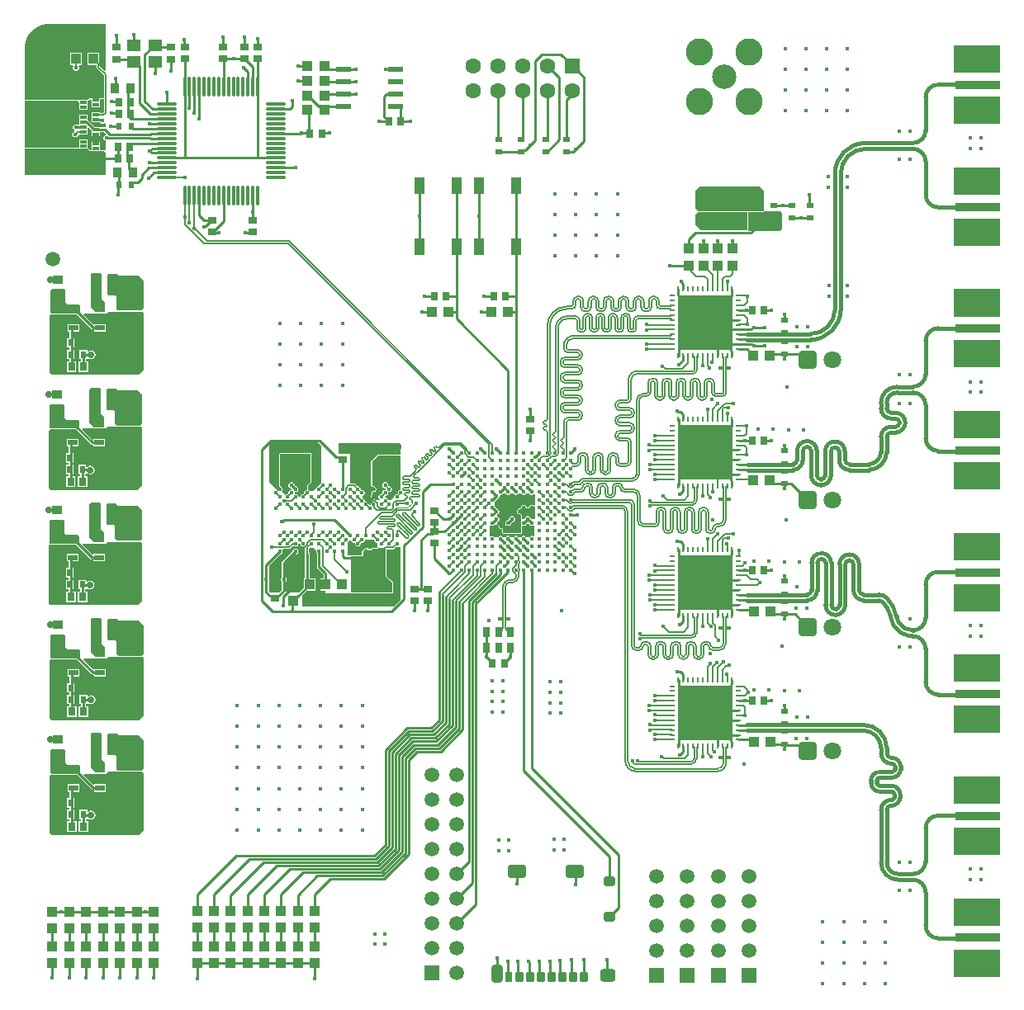
<source format=gtl>
G04*
G04 #@! TF.GenerationSoftware,Altium Limited,Altium Designer,21.2.1 (34)*
G04*
G04 Layer_Physical_Order=1*
G04 Layer_Color=255*
%FSLAX25Y25*%
%MOIN*%
G70*
G04*
G04 #@! TF.SameCoordinates,0D780EAB-B6EC-48A9-9064-61573679FFEB*
G04*
G04*
G04 #@! TF.FilePolarity,Positive*
G04*
G01*
G75*
%ADD14C,0.00500*%
%ADD15C,0.01000*%
%ADD19R,0.03150X0.03937*%
%ADD20R,0.03937X0.04331*%
%ADD21R,0.02756X0.01181*%
%ADD22R,0.02756X0.03937*%
%ADD23R,0.03543X0.03150*%
%ADD24R,0.03150X0.02362*%
%ADD25R,0.03150X0.03543*%
%ADD26R,0.03701X0.04016*%
%ADD27R,0.02362X0.03150*%
%ADD28O,0.01181X0.08268*%
%ADD29O,0.08268X0.01181*%
%ADD30R,0.04331X0.03937*%
%ADD31R,0.05906X0.02362*%
%ADD32R,0.05512X0.04724*%
%ADD33R,0.03937X0.06693*%
%ADD34R,0.01968X0.01772*%
%ADD35R,0.22047X0.22047*%
%ADD36R,0.02362X0.00945*%
%ADD37R,0.00945X0.02362*%
G04:AMPARAMS|DCode=38|XSize=74.8mil|YSize=53.15mil|CornerRadius=13.29mil|HoleSize=0mil|Usage=FLASHONLY|Rotation=0.000|XOffset=0mil|YOffset=0mil|HoleType=Round|Shape=RoundedRectangle|*
%AMROUNDEDRECTD38*
21,1,0.07480,0.02657,0,0,0.0*
21,1,0.04823,0.05315,0,0,0.0*
1,1,0.02657,0.02411,-0.01329*
1,1,0.02657,-0.02411,-0.01329*
1,1,0.02657,-0.02411,0.01329*
1,1,0.02657,0.02411,0.01329*
%
%ADD38ROUNDEDRECTD38*%
G04:AMPARAMS|DCode=39|XSize=33.47mil|YSize=43.31mil|CornerRadius=8.37mil|HoleSize=0mil|Usage=FLASHONLY|Rotation=0.000|XOffset=0mil|YOffset=0mil|HoleType=Round|Shape=RoundedRectangle|*
%AMROUNDEDRECTD39*
21,1,0.03347,0.02657,0,0,0.0*
21,1,0.01673,0.04331,0,0,0.0*
1,1,0.01673,0.00837,-0.01329*
1,1,0.01673,-0.00837,-0.01329*
1,1,0.01673,-0.00837,0.01329*
1,1,0.01673,0.00837,0.01329*
%
%ADD39ROUNDEDRECTD39*%
G04:AMPARAMS|DCode=40|XSize=29.53mil|YSize=43.31mil|CornerRadius=7.38mil|HoleSize=0mil|Usage=FLASHONLY|Rotation=0.000|XOffset=0mil|YOffset=0mil|HoleType=Round|Shape=RoundedRectangle|*
%AMROUNDEDRECTD40*
21,1,0.02953,0.02854,0,0,0.0*
21,1,0.01476,0.04331,0,0,0.0*
1,1,0.01476,0.00738,-0.01427*
1,1,0.01476,-0.00738,-0.01427*
1,1,0.01476,-0.00738,0.01427*
1,1,0.01476,0.00738,0.01427*
%
%ADD40ROUNDEDRECTD40*%
G04:AMPARAMS|DCode=41|XSize=61.02mil|YSize=53.15mil|CornerRadius=13.29mil|HoleSize=0mil|Usage=FLASHONLY|Rotation=0.000|XOffset=0mil|YOffset=0mil|HoleType=Round|Shape=RoundedRectangle|*
%AMROUNDEDRECTD41*
21,1,0.06102,0.02657,0,0,0.0*
21,1,0.03445,0.05315,0,0,0.0*
1,1,0.02657,0.01722,-0.01329*
1,1,0.02657,-0.01722,-0.01329*
1,1,0.02657,-0.01722,0.01329*
1,1,0.02657,0.01722,0.01329*
%
%ADD41ROUNDEDRECTD41*%
G04:AMPARAMS|DCode=42|XSize=46.06mil|YSize=70.87mil|CornerRadius=11.52mil|HoleSize=0mil|Usage=FLASHONLY|Rotation=0.000|XOffset=0mil|YOffset=0mil|HoleType=Round|Shape=RoundedRectangle|*
%AMROUNDEDRECTD42*
21,1,0.04606,0.04783,0,0,0.0*
21,1,0.02303,0.07087,0,0,0.0*
1,1,0.02303,0.01152,-0.02392*
1,1,0.02303,-0.01152,-0.02392*
1,1,0.02303,-0.01152,0.02392*
1,1,0.02303,0.01152,0.02392*
%
%ADD42ROUNDEDRECTD42*%
G04:AMPARAMS|DCode=43|XSize=47.24mil|YSize=39.37mil|CornerRadius=9.84mil|HoleSize=0mil|Usage=FLASHONLY|Rotation=0.000|XOffset=0mil|YOffset=0mil|HoleType=Round|Shape=RoundedRectangle|*
%AMROUNDEDRECTD43*
21,1,0.04724,0.01968,0,0,0.0*
21,1,0.02756,0.03937,0,0,0.0*
1,1,0.01968,0.01378,-0.00984*
1,1,0.01968,-0.01378,-0.00984*
1,1,0.01968,-0.01378,0.00984*
1,1,0.01968,0.01378,0.00984*
%
%ADD43ROUNDEDRECTD43*%
%ADD44R,0.17953X0.03937*%
%ADD45R,0.17953X0.03347*%
%ADD46R,0.04016X0.03701*%
%ADD47R,0.03937X0.02362*%
%ADD48R,0.03543X0.08268*%
%ADD49C,0.01614*%
%ADD50C,0.01575*%
%ADD92C,0.00523*%
%ADD93C,0.01822*%
%ADD94C,0.00350*%
%ADD95C,0.00700*%
%ADD96C,0.00581*%
%ADD97O,0.08661X0.04331*%
%ADD98O,0.10236X0.05118*%
%ADD99C,0.05906*%
%ADD100R,0.05906X0.05906*%
%ADD101C,0.11024*%
%ADD102C,0.09843*%
G04:AMPARAMS|DCode=103|XSize=70.87mil|YSize=70.87mil|CornerRadius=8.86mil|HoleSize=0mil|Usage=FLASHONLY|Rotation=0.000|XOffset=0mil|YOffset=0mil|HoleType=Round|Shape=RoundedRectangle|*
%AMROUNDEDRECTD103*
21,1,0.07087,0.05315,0,0,0.0*
21,1,0.05315,0.07087,0,0,0.0*
1,1,0.01772,0.02657,-0.02657*
1,1,0.01772,-0.02657,-0.02657*
1,1,0.01772,-0.02657,0.02657*
1,1,0.01772,0.02657,0.02657*
%
%ADD103ROUNDEDRECTD103*%
%ADD104C,0.07087*%
%ADD105C,0.06299*%
%ADD106R,0.06299X0.06299*%
%ADD107C,0.01772*%
%ADD108C,0.02756*%
%ADD109C,0.01968*%
G36*
X32677Y393701D02*
X32677Y374997D01*
X32215Y374806D01*
X30327Y376694D01*
X30321Y376696D01*
Y378006D01*
X30271Y378125D01*
Y382240D01*
X25634D01*
Y377209D01*
X29022D01*
Y376234D01*
X29212Y375775D01*
X29548Y375636D01*
X32028Y373156D01*
Y363917D01*
X31890Y363779D01*
X30571D01*
Y363933D01*
X27115D01*
Y363779D01*
X26378D01*
X25591Y362992D01*
X0D01*
Y383701D01*
X45Y383745D01*
X0Y383778D01*
Y384686D01*
X384Y386618D01*
X1138Y388438D01*
X2232Y390075D01*
X3625Y391468D01*
X5263Y392563D01*
X7083Y393317D01*
X9015Y393701D01*
X9923D01*
X9955Y393656D01*
X10000Y393701D01*
X32677Y393701D01*
D02*
G37*
G36*
X393701Y374016D02*
X375197D01*
Y385039D01*
X393701D01*
Y374016D01*
D02*
G37*
G36*
X32028Y363309D02*
Y358143D01*
X31621Y357736D01*
X30571D01*
Y358027D01*
X27115D01*
Y356146D01*
X27115D01*
Y356059D01*
X27115D01*
Y354178D01*
X28849D01*
X28933Y354161D01*
X30392D01*
X30448Y354024D01*
X30796Y353677D01*
X31250Y353489D01*
X31742D01*
X32196Y353677D01*
X32677Y353451D01*
Y352206D01*
X32374Y351957D01*
X30571D01*
Y352122D01*
X28836D01*
X28752Y352138D01*
X28324D01*
X25820Y354642D01*
X25806Y354656D01*
X25665Y354750D01*
X25487Y355094D01*
X25452Y355329D01*
X25452Y355574D01*
Y357043D01*
X21996D01*
X21996Y355162D01*
X21996Y354662D01*
Y353290D01*
X21655Y353064D01*
X21497Y353045D01*
X21112Y353204D01*
X20620D01*
X20166Y353016D01*
X19818Y352668D01*
X19630Y352214D01*
Y351723D01*
X19818Y351269D01*
X20164Y350923D01*
X20178Y350821D01*
X20113Y350401D01*
X19772Y350260D01*
X19425Y349913D01*
X19237Y349458D01*
Y348967D01*
X19425Y348513D01*
X19772Y348165D01*
X20227Y347977D01*
X20718D01*
X21172Y348165D01*
X21520Y348513D01*
X21676Y348889D01*
X21996Y349256D01*
X25452D01*
X25452Y351137D01*
X25452Y351905D01*
X25914Y352096D01*
X27115Y350896D01*
X27115Y350241D01*
X27115Y349741D01*
Y348272D01*
X30571D01*
X30571Y350153D01*
X31041Y350224D01*
X32015D01*
X32677Y349562D01*
Y348954D01*
X32371Y348827D01*
X32023Y348480D01*
X31835Y348025D01*
Y347534D01*
X32023Y347079D01*
X32371Y346732D01*
X32677Y346605D01*
Y342921D01*
X32215Y342730D01*
X32158Y342788D01*
X31890Y342899D01*
X30924D01*
X30571Y343252D01*
X30571Y344248D01*
X30571Y344748D01*
Y346216D01*
X27115D01*
X27115Y344335D01*
X27115Y343835D01*
Y342899D01*
X26535D01*
X25858Y343575D01*
X25591Y343686D01*
X25452Y343824D01*
X25452Y345232D01*
X25452Y345732D01*
Y347200D01*
X21996D01*
X21996Y345319D01*
X21996Y344819D01*
Y343686D01*
X0D01*
Y362613D01*
X21643D01*
X21996Y362260D01*
X21996Y361067D01*
X21996Y360567D01*
Y359099D01*
X25452D01*
X25452Y360980D01*
X25452Y361480D01*
Y362613D01*
X25591D01*
X25858Y362724D01*
X26341Y363207D01*
X26955D01*
X27115Y363047D01*
X27115Y362052D01*
X27115Y361552D01*
Y360083D01*
X30571D01*
X30571Y361964D01*
X30571Y362464D01*
Y363401D01*
X31890D01*
X32028Y363309D01*
D02*
G37*
G36*
X393701Y353386D02*
X375197D01*
Y364409D01*
X393701D01*
Y353386D01*
D02*
G37*
G36*
X26378Y342520D02*
X27115D01*
Y342367D01*
X30571D01*
Y342520D01*
X31890D01*
X32677Y341732D01*
Y332677D01*
X0D01*
Y343307D01*
X25591D01*
X26378Y342520D01*
D02*
G37*
G36*
X393701Y324803D02*
X375197D01*
Y335827D01*
X393701D01*
Y324803D01*
D02*
G37*
G36*
X298425Y326378D02*
X298425Y318504D01*
X298031Y318110D01*
X272047D01*
X270866Y319291D01*
Y326378D01*
X272441Y327953D01*
X296850D01*
X298425Y326378D01*
D02*
G37*
G36*
X272047Y317731D02*
X291747D01*
X291747Y310315D01*
X273149D01*
X270866Y312598D01*
Y316929D01*
X271779Y317842D01*
X272047Y317731D01*
D02*
G37*
G36*
X305906Y317323D02*
X305906Y311024D01*
X305118Y310236D01*
X292126Y310236D01*
X292126Y317731D01*
X298031D01*
X298299Y317842D01*
X298567Y318110D01*
X305118D01*
X305906Y317323D01*
D02*
G37*
G36*
X393701Y304173D02*
X375197D01*
Y315197D01*
X393701D01*
Y304173D01*
D02*
G37*
G36*
X37312Y292913D02*
X38159Y292126D01*
X46063Y292126D01*
X48031Y290158D01*
Y278740D01*
X47244Y277953D01*
X37795D01*
X37008Y278740D01*
Y283858D01*
X36614Y284252D01*
X33858D01*
X33465Y284646D01*
Y292520D01*
X33858Y292913D01*
X37312Y292913D01*
D02*
G37*
G36*
X31299Y292717D02*
Y282677D01*
X32579Y281398D01*
Y277362D01*
X28642D01*
X26673Y279331D01*
Y292618D01*
X27264Y293209D01*
X30807D01*
X31299Y292717D01*
D02*
G37*
G36*
X16535Y286221D02*
Y281102D01*
X17323Y280315D01*
X22047D01*
X22441Y279921D01*
Y277165D01*
X22047Y276772D01*
X11024D01*
X10630Y277165D01*
Y286221D01*
X11024Y286614D01*
X16142D01*
X16535Y286221D01*
D02*
G37*
G36*
X393701Y275590D02*
X375197D01*
Y286614D01*
X393701D01*
Y275590D01*
D02*
G37*
G36*
X48031Y277165D02*
Y253937D01*
X46063Y251969D01*
X11024D01*
X10236Y252756D01*
Y275984D01*
X10756Y276504D01*
X11024Y276393D01*
X21265D01*
X27115Y270543D01*
X27396Y270355D01*
X27727Y270289D01*
X28292D01*
Y269532D01*
X32929D01*
Y272594D01*
X28292D01*
Y272525D01*
X27792Y272318D01*
X23799Y276310D01*
X23991Y276772D01*
X33162D01*
X33949Y277559D01*
X47638D01*
X48031Y277165D01*
D02*
G37*
G36*
X393701Y254961D02*
X375197D01*
Y265984D01*
X393701D01*
Y254961D01*
D02*
G37*
G36*
X36919Y246457D02*
X37765Y245669D01*
X45669Y245669D01*
X47638Y243701D01*
Y232283D01*
X46850Y231496D01*
X37402D01*
X36614Y232283D01*
Y237402D01*
X36220Y237795D01*
X33465D01*
X33071Y238189D01*
Y246063D01*
X33465Y246457D01*
X36919Y246457D01*
D02*
G37*
G36*
X30906Y246260D02*
Y236221D01*
X32185Y234941D01*
Y230906D01*
X28248D01*
X26280Y232874D01*
Y246161D01*
X26870Y246752D01*
X30413D01*
X30906Y246260D01*
D02*
G37*
G36*
X16142Y239764D02*
Y234646D01*
X16929Y233858D01*
X21654D01*
X22047Y233465D01*
Y230709D01*
X21654Y230315D01*
X10630D01*
X10236Y230709D01*
Y239764D01*
X10630Y240158D01*
X15748D01*
X16142Y239764D01*
D02*
G37*
G36*
X393701Y226378D02*
X375197D01*
Y237402D01*
X393701D01*
Y226378D01*
D02*
G37*
G36*
X47638Y230709D02*
Y207480D01*
X45669Y205512D01*
X10630D01*
X9843Y206299D01*
Y229528D01*
X10362Y230047D01*
X10630Y229936D01*
X20871D01*
X26721Y224086D01*
X27002Y223899D01*
X27334Y223833D01*
X27898D01*
Y223075D01*
X32535D01*
Y226137D01*
X27898D01*
Y226068D01*
X27398Y225861D01*
X23406Y229853D01*
X23597Y230315D01*
X32768D01*
X33556Y231102D01*
X47244D01*
X47638Y230709D01*
D02*
G37*
G36*
X393701Y205748D02*
X375197D01*
Y216772D01*
X393701D01*
Y205748D01*
D02*
G37*
G36*
X119800Y223474D02*
X119800Y208539D01*
X119772Y208528D01*
X119425Y208180D01*
X119385Y208085D01*
X116432Y205132D01*
X115133Y205118D01*
X114873Y205378D01*
X114580Y205500D01*
X114552Y205567D01*
Y207316D01*
X115768Y208532D01*
X115879Y208800D01*
Y220000D01*
X115768Y220268D01*
X115500Y220379D01*
X103300D01*
X103032Y220268D01*
X102921Y220000D01*
Y207063D01*
X103032Y206795D01*
X103300Y206684D01*
X103304D01*
X103590Y206565D01*
X103809Y206346D01*
X103928Y206060D01*
Y205751D01*
X103809Y205465D01*
X103700Y205355D01*
X103589Y205087D01*
X103528Y204996D01*
X102641Y204987D01*
X102622Y205031D01*
X102275Y205378D01*
X102013Y205487D01*
X98800Y208700D01*
X98800Y223574D01*
X99859Y224633D01*
X118641D01*
X119800Y223474D01*
D02*
G37*
G36*
X151995Y223900D02*
X151978Y220272D01*
X151958Y220232D01*
X151621Y219879D01*
X151621Y219879D01*
X142800D01*
X142532Y219768D01*
X140094Y217330D01*
X139983Y217062D01*
Y207298D01*
X139998Y207262D01*
X139991Y207224D01*
X140052Y207132D01*
X140094Y207030D01*
X140130Y207015D01*
X140152Y206983D01*
X140504Y206748D01*
X140613Y206726D01*
X140715Y206684D01*
X141100D01*
X141386Y206565D01*
X141605Y206346D01*
X141723Y206060D01*
Y205751D01*
X141605Y205465D01*
X141386Y205246D01*
X141100Y205127D01*
X141068D01*
X141004Y205101D01*
X140936Y205103D01*
X140549Y204959D01*
X140520Y204933D01*
X140481Y204926D01*
X140417Y204837D01*
X140336Y204762D01*
X140335Y204723D01*
X140312Y204691D01*
X140237Y204373D01*
X140244Y204328D01*
X140227Y204287D01*
Y204160D01*
X140097Y203845D01*
X140094Y203843D01*
X139983Y203575D01*
Y203431D01*
X139964Y203411D01*
X139788Y202986D01*
Y202526D01*
X139964Y202100D01*
X140289Y201775D01*
X140339Y201754D01*
X140553Y201540D01*
X140553Y201540D01*
X140699Y201395D01*
X140892Y201315D01*
X141000Y201029D01*
X141033Y200784D01*
X141008Y200763D01*
X140715D01*
X140289Y200587D01*
X139964Y200262D01*
X139788Y199836D01*
Y199729D01*
X139718Y199543D01*
X139377Y199466D01*
X138952Y199827D01*
Y199836D01*
X138776Y200262D01*
X138451Y200587D01*
X138025Y200763D01*
X137837D01*
X137456Y201144D01*
Y201427D01*
X137268Y201881D01*
X136920Y202229D01*
X136472Y202415D01*
X136466Y202417D01*
X136341Y202595D01*
X136386Y202775D01*
X136570Y203138D01*
X136920Y203283D01*
X137268Y203631D01*
X137456Y204085D01*
Y204576D01*
X137268Y205031D01*
X136920Y205378D01*
X136466Y205567D01*
X136265D01*
X135947Y205641D01*
X135803Y206029D01*
Y206136D01*
X135627Y206561D01*
X135301Y206886D01*
X134876Y207063D01*
X134415D01*
X134409Y207060D01*
X133698Y207772D01*
X133239Y207962D01*
X131408D01*
Y220100D01*
X126800D01*
Y224400D01*
X151498Y224400D01*
X151995Y223900D01*
D02*
G37*
G36*
X203760Y204080D02*
X204080Y203760D01*
X204498Y203587D01*
X204951D01*
X205369Y203760D01*
X205500Y203891D01*
X206000Y203684D01*
Y199465D01*
X205500Y199258D01*
X205369Y199389D01*
X204951Y199563D01*
X204498D01*
X204080Y199389D01*
X203760Y199069D01*
X203587Y198651D01*
Y198640D01*
X203181Y198287D01*
X202786Y198370D01*
X202712Y198548D01*
Y198651D01*
X202539Y199069D01*
X202219Y199389D01*
X201801Y199563D01*
X201349D01*
X200931Y199389D01*
X200611Y199069D01*
X200437Y198651D01*
Y198513D01*
X200010Y198086D01*
X199754D01*
X199300Y197898D01*
X198952Y197550D01*
X198764Y197096D01*
Y196605D01*
X198952Y196150D01*
X199300Y195803D01*
X199754Y195615D01*
X200010D01*
X200437Y195187D01*
Y195049D01*
X200500Y194898D01*
Y192503D01*
X200437Y192352D01*
Y191900D01*
X200500Y191749D01*
Y189354D01*
X200437Y189203D01*
Y188750D01*
X200500Y188599D01*
Y188000D01*
X193453Y188000D01*
X193376Y188070D01*
X193160Y188500D01*
X193263Y188750D01*
Y189203D01*
X193090Y189621D01*
X192770Y189941D01*
X192352Y190114D01*
X192214D01*
X191787Y190541D01*
Y190797D01*
X191599Y191251D01*
X191251Y191599D01*
X190920Y191736D01*
X190718Y192130D01*
X190682Y192287D01*
X190791Y192456D01*
X190826Y192477D01*
X191251Y192653D01*
X191599Y193001D01*
X191787Y193455D01*
Y193947D01*
X191599Y194401D01*
X191251Y194748D01*
X190920Y194886D01*
X190718Y195280D01*
X190682Y195437D01*
X190791Y195606D01*
X190826Y195626D01*
X191251Y195803D01*
X191599Y196150D01*
X191787Y196605D01*
Y197096D01*
X191599Y197550D01*
X191251Y197898D01*
X190797Y198086D01*
X190541D01*
X190114Y198513D01*
Y198651D01*
X189941Y199069D01*
X189764Y199246D01*
Y200754D01*
X189941Y200931D01*
X190018Y201118D01*
X190826Y201926D01*
X191251Y202102D01*
X191599Y202450D01*
X191775Y202875D01*
X192582Y203682D01*
X192770Y203760D01*
X193090Y204080D01*
X193098Y204100D01*
X194303D01*
X194311Y204080D01*
X194631Y203760D01*
X195049Y203587D01*
X195502D01*
X195920Y203760D01*
X196240Y204080D01*
X196248Y204100D01*
X197453D01*
X197461Y204080D01*
X197781Y203760D01*
X198199Y203587D01*
X198651D01*
X199069Y203760D01*
X199389Y204080D01*
X199398Y204100D01*
X200602D01*
X200611Y204080D01*
X200931Y203760D01*
X201349Y203587D01*
X201801D01*
X202219Y203760D01*
X202539Y204080D01*
X202547Y204100D01*
X203752D01*
X203760Y204080D01*
D02*
G37*
G36*
X115500Y208800D02*
X114173Y207473D01*
Y205567D01*
X113927D01*
X113473Y205378D01*
X113126Y205031D01*
X112937Y204576D01*
Y204375D01*
X112863Y204057D01*
X112476Y203913D01*
X112368D01*
X111943Y203737D01*
X111618Y203411D01*
X111441Y202986D01*
Y202756D01*
X110606D01*
Y202986D01*
X110430Y203411D01*
X110104Y203737D01*
X109679Y203913D01*
X109572D01*
X109185Y204057D01*
X109120Y204331D01*
X109185Y204604D01*
X109572Y204748D01*
X109679D01*
X110104Y204925D01*
X110430Y205250D01*
X110606Y205675D01*
Y206136D01*
X110430Y206561D01*
X110104Y206886D01*
X109679Y207063D01*
X109517D01*
X109110Y207470D01*
Y207726D01*
X108922Y208180D01*
X108574Y208528D01*
X108120Y208716D01*
X107628D01*
X107174Y208528D01*
X106826Y208180D01*
X106638Y207726D01*
Y207235D01*
X106826Y206780D01*
X107174Y206433D01*
X107600Y206256D01*
X107634Y206236D01*
X107744Y206066D01*
X107708Y205910D01*
X107505Y205516D01*
X107174Y205378D01*
X106826Y205031D01*
X106638Y204576D01*
Y204375D01*
X106563Y204057D01*
X106176Y203913D01*
X106069D01*
X105644Y203737D01*
X105481Y203574D01*
X103968Y205087D01*
X104130Y205250D01*
X104307Y205675D01*
Y206136D01*
X104130Y206561D01*
X103805Y206886D01*
X103380Y207063D01*
X103300D01*
Y220000D01*
X115500D01*
Y208800D01*
D02*
G37*
G36*
X151974Y219146D02*
X151969Y205567D01*
X151723D01*
X151268Y205378D01*
X150921Y205031D01*
X150733Y204576D01*
Y204233D01*
X150413Y203913D01*
X150163D01*
X149738Y203737D01*
X149413Y203411D01*
X149237Y202986D01*
Y202737D01*
X147849Y201349D01*
X146905D01*
Y201427D01*
X146717Y201881D01*
X146369Y202229D01*
X145915Y202417D01*
X145786D01*
X145622Y202664D01*
X145588Y202756D01*
X145622Y202848D01*
X145786Y203095D01*
X145915D01*
X146369Y203283D01*
X146717Y203631D01*
X146905Y204085D01*
Y204287D01*
X146980Y204604D01*
X147367Y204748D01*
X147474D01*
X147899Y204925D01*
X148225Y205250D01*
X148401Y205675D01*
Y206136D01*
X148225Y206561D01*
X147899Y206886D01*
X147474Y207063D01*
X147367D01*
X146980Y207207D01*
X146905Y207524D01*
Y207726D01*
X146717Y208180D01*
X146369Y208528D01*
X145915Y208716D01*
X145423D01*
X144969Y208528D01*
X144622Y208180D01*
X144433Y207726D01*
Y207235D01*
X144622Y206780D01*
X144969Y206433D01*
X145423Y206244D01*
X145553D01*
X145717Y205998D01*
X145751Y205906D01*
X145717Y205814D01*
X145553Y205567D01*
X145423D01*
X144969Y205378D01*
X144622Y205031D01*
X144433Y204576D01*
Y204375D01*
X144359Y204057D01*
X143972Y203913D01*
X143864D01*
X143439Y203737D01*
X143114Y203411D01*
X142937Y202986D01*
Y202526D01*
X143114Y202100D01*
X143365Y201849D01*
X143292Y201500D01*
X143212Y201349D01*
X142111D01*
X141987Y201473D01*
X141528Y201663D01*
X140967D01*
X140821Y201808D01*
X140821Y201808D01*
X140362Y202267D01*
Y203575D01*
X140418Y203631D01*
X140606Y204085D01*
Y204287D01*
X140681Y204604D01*
X141068Y204748D01*
X141175D01*
X141600Y204925D01*
X141926Y205250D01*
X142102Y205675D01*
Y206136D01*
X141926Y206561D01*
X141600Y206886D01*
X141175Y207063D01*
X140715D01*
X140362Y207298D01*
Y217062D01*
X142800Y219500D01*
X151621D01*
X151974Y219146D01*
D02*
G37*
G36*
X205154Y199068D02*
X205232Y198990D01*
X205302Y198961D01*
X205355Y198908D01*
X205430D01*
X205500Y198879D01*
X205949Y198705D01*
X206000Y198671D01*
Y193700D01*
X204385D01*
Y193947D01*
X204197Y194401D01*
X203850Y194748D01*
X203395Y194937D01*
X202904D01*
X202450Y194748D01*
X202102Y194401D01*
X201914Y193947D01*
Y193700D01*
X200879D01*
Y194898D01*
X200850Y194968D01*
Y195043D01*
X200816Y195125D01*
Y195187D01*
X200705Y195455D01*
X200278Y195882D01*
X200010Y195993D01*
X199829D01*
X199515Y196124D01*
X199274Y196365D01*
X199143Y196680D01*
Y197021D01*
X199274Y197336D01*
X199515Y197577D01*
X199829Y197707D01*
X200010D01*
X200278Y197818D01*
X200705Y198246D01*
X200816Y198513D01*
Y198576D01*
X200932Y198855D01*
X201145Y199068D01*
X201424Y199184D01*
X201726D01*
X202005Y199068D01*
X202218Y198855D01*
X202333Y198576D01*
Y198548D01*
X202362Y198478D01*
X202362Y198403D01*
X202436Y198225D01*
X202462Y198199D01*
X202469Y198163D01*
X202561Y198100D01*
X202641Y198020D01*
X202678Y198020D01*
X202708Y198000D01*
X203103Y197917D01*
X203129Y197922D01*
X203154Y197910D01*
X203269Y197948D01*
X203388Y197970D01*
X203403Y197993D01*
X203429Y198001D01*
X203835Y198354D01*
X203842Y198366D01*
X203855Y198372D01*
X203892Y198461D01*
X203937Y198506D01*
X204081Y198855D01*
X204295Y199068D01*
X204573Y199184D01*
X204875D01*
X205154Y199068D01*
D02*
G37*
G36*
X203760Y191482D02*
X204080Y191162D01*
X204498Y190989D01*
X204951D01*
X205369Y191162D01*
X205400Y191193D01*
X205900Y190986D01*
Y186967D01*
X205400Y186760D01*
X205369Y186791D01*
X204951Y186964D01*
X204498D01*
X204080Y186791D01*
X203760Y186471D01*
X203731Y186400D01*
X202569D01*
X202539Y186471D01*
X202219Y186791D01*
X201801Y186964D01*
X201349D01*
X200931Y186791D01*
X200611Y186471D01*
X200581Y186400D01*
X199419D01*
X199389Y186471D01*
X199069Y186791D01*
X198651Y186964D01*
X198199D01*
X197781Y186791D01*
X197461Y186471D01*
X197432Y186400D01*
X196269Y186400D01*
X196240Y186471D01*
X195920Y186791D01*
X195502Y186964D01*
X195049D01*
X194631Y186791D01*
X194311Y186471D01*
X194282Y186400D01*
X193120D01*
X193090Y186471D01*
X192770Y186791D01*
X192352Y186964D01*
X191900D01*
X191482Y186791D01*
X191162Y186471D01*
X191132Y186400D01*
X189970D01*
X189941Y186471D01*
X189621Y186791D01*
X189203Y186964D01*
X188750D01*
X188332Y186791D01*
X188200Y186659D01*
X187700Y186866D01*
X187700Y191087D01*
X188200Y191294D01*
X188332Y191162D01*
X188750Y190989D01*
X189203D01*
X189621Y191162D01*
X189941Y191482D01*
X189958Y191524D01*
X190620Y191531D01*
X190683Y191478D01*
X190775Y191386D01*
X191037Y191278D01*
X191278Y191037D01*
X191408Y190722D01*
Y190541D01*
X191519Y190273D01*
X191946Y189846D01*
X192214Y189735D01*
X192277D01*
X192556Y189620D01*
X192769Y189406D01*
X192885Y189127D01*
Y188826D01*
X192810Y188645D01*
Y188630D01*
X192800Y188619D01*
X192810Y188487D01*
Y188355D01*
X192820Y188345D01*
X192821Y188330D01*
X193038Y187900D01*
X193091Y187854D01*
X193120Y187791D01*
X193197Y187721D01*
X193326Y187674D01*
X193453Y187621D01*
X200500Y187621D01*
X200768Y187732D01*
X200879Y188000D01*
Y188599D01*
X200850Y188669D01*
Y188744D01*
X200816Y188826D01*
Y189127D01*
X200850Y189209D01*
Y189284D01*
X200879Y189354D01*
Y190642D01*
X201349Y190989D01*
X201801D01*
X202219Y191162D01*
X202539Y191482D01*
X202604Y191638D01*
X203696D01*
X203760Y191482D01*
D02*
G37*
G36*
X36919Y200000D02*
X37765Y199213D01*
X45669Y199213D01*
X47638Y197244D01*
Y185827D01*
X46850Y185039D01*
X37402D01*
X36614Y185827D01*
Y190945D01*
X36220Y191339D01*
X33465D01*
X33071Y191732D01*
Y199606D01*
X33465Y200000D01*
X36919Y200000D01*
D02*
G37*
G36*
X30906Y199803D02*
Y189764D01*
X32185Y188484D01*
Y184449D01*
X28248D01*
X26280Y186417D01*
Y199705D01*
X26870Y200295D01*
X30413D01*
X30906Y199803D01*
D02*
G37*
G36*
X16142Y193202D02*
Y188084D01*
X16929Y187297D01*
X21654D01*
X22047Y186903D01*
Y184147D01*
X21654Y183753D01*
X10630D01*
X10236Y184147D01*
Y193202D01*
X10630Y193596D01*
X15748D01*
X16142Y193202D01*
D02*
G37*
G36*
X141284Y185187D02*
X141472Y184733D01*
X141820Y184385D01*
X142274Y184197D01*
X142600D01*
Y182200D01*
X137800D01*
X137396Y181796D01*
X137140Y181690D01*
X136814Y181364D01*
X136708Y181108D01*
X136300Y180700D01*
Y179134D01*
X130500D01*
Y184335D01*
X130621Y184385D01*
X130969Y184733D01*
X131065Y184965D01*
X131335Y185235D01*
X131533Y185216D01*
X131874Y185094D01*
X132023Y184733D01*
X132371Y184385D01*
X132825Y184197D01*
X133027D01*
X133345Y184122D01*
X133489Y183735D01*
Y183628D01*
X133665Y183203D01*
X133990Y182877D01*
X134415Y182701D01*
X134876D01*
X135301Y182877D01*
X135627Y183203D01*
X135803Y183628D01*
Y183735D01*
X135947Y184122D01*
X136265Y184197D01*
X136466D01*
X136920Y184385D01*
X137268Y184733D01*
X137456Y185187D01*
Y185418D01*
X141042Y185429D01*
X141284Y185187D01*
D02*
G37*
G36*
X111441Y183628D02*
X111618Y183203D01*
X111943Y182877D01*
X112368Y182701D01*
X112829D01*
X113100Y182272D01*
Y169862D01*
X112767D01*
Y166057D01*
X110910Y164200D01*
X105889D01*
X105784Y164303D01*
X105554Y164700D01*
X105591Y164887D01*
Y168410D01*
X105772Y168591D01*
X105960Y169045D01*
Y169537D01*
X105772Y169991D01*
X105591Y170172D01*
Y175625D01*
X109517Y179552D01*
X109679D01*
X110104Y179728D01*
X110430Y180053D01*
X110606Y180479D01*
Y180939D01*
X110430Y181364D01*
X110104Y181690D01*
X109679Y181866D01*
X109219D01*
X108793Y181690D01*
X108468Y181364D01*
X108292Y180939D01*
Y180777D01*
X104112Y176597D01*
X103924Y176316D01*
X103858Y175984D01*
Y170172D01*
X103677Y169991D01*
X103489Y169537D01*
Y169045D01*
X103677Y168591D01*
X103858Y168410D01*
Y165246D01*
X102812Y164200D01*
X98900D01*
Y175233D01*
X103218Y179552D01*
X103380D01*
X103805Y179728D01*
X104130Y180053D01*
X104307Y180479D01*
Y180939D01*
X104226Y181134D01*
X104514Y181634D01*
X106983D01*
X107443Y181824D01*
X108645Y183026D01*
X108793Y182877D01*
X109219Y182701D01*
X109679D01*
X110104Y182877D01*
X110430Y183203D01*
X110606Y183628D01*
Y183703D01*
X111441D01*
Y183628D01*
D02*
G37*
G36*
X145346Y182200D02*
X145700Y181846D01*
X145700Y170400D01*
X148600Y168200D01*
Y164200D01*
X145700Y164200D01*
X131890Y164200D01*
X131890Y176290D01*
Y178740D01*
X131915Y178755D01*
X136300D01*
X136568Y178866D01*
X136679Y179134D01*
Y180543D01*
X136976Y180841D01*
X137005Y180910D01*
X137058Y180964D01*
X137136Y181149D01*
X137354Y181368D01*
X137540Y181446D01*
X137594Y181499D01*
X137663Y181528D01*
X137763Y181627D01*
X138322Y181583D01*
X138670Y181236D01*
X139124Y181048D01*
X139616D01*
X140070Y181236D01*
X140418Y181583D01*
X140516Y181821D01*
X142600D01*
X142868Y181932D01*
X142979Y182200D01*
X145346D01*
D02*
G37*
G36*
X393701Y177165D02*
X375197D01*
Y188189D01*
X393701D01*
Y177165D01*
D02*
G37*
G36*
X47638Y184147D02*
Y160919D01*
X45669Y158950D01*
X10630D01*
X9843Y159738D01*
Y182966D01*
X10362Y183486D01*
X10630Y183375D01*
X20871D01*
X26721Y177525D01*
X27002Y177337D01*
X27334Y177271D01*
X27898D01*
Y176619D01*
X32535D01*
Y179681D01*
X27898D01*
Y179506D01*
X27398Y179299D01*
X23406Y183291D01*
X23597Y183753D01*
X32768D01*
X33556Y184541D01*
X47244D01*
X47638Y184147D01*
D02*
G37*
G36*
X151800Y182200D02*
Y174000D01*
X151731Y161156D01*
X149074Y158500D01*
X112200D01*
X112150Y162988D01*
X113993Y164831D01*
X117404D01*
Y169862D01*
X115138D01*
Y179842D01*
X115072Y180174D01*
X114921Y180400D01*
Y181821D01*
X115100Y182000D01*
X116800D01*
X117776Y181024D01*
X117741Y180939D01*
Y180479D01*
X117917Y180053D01*
X118007Y179963D01*
Y175300D01*
X118031Y175276D01*
Y174409D01*
X118097Y174078D01*
X118285Y173797D01*
X120781Y171301D01*
Y169862D01*
X119329D01*
Y164831D01*
X121600D01*
Y163779D01*
X136300D01*
Y163821D01*
X145700Y163821D01*
X148600Y163821D01*
X148868Y163932D01*
X148979Y164200D01*
Y168200D01*
X148968Y168225D01*
X148975Y168252D01*
X148914Y168356D01*
X148868Y168468D01*
X148843Y168478D01*
X148829Y168502D01*
X146079Y170588D01*
X146079Y181570D01*
X148819D01*
X149092Y181624D01*
X149324Y181779D01*
X149828Y182283D01*
X151716D01*
X151800Y182200D01*
D02*
G37*
G36*
X393701Y156535D02*
X375197D01*
Y167559D01*
X393701D01*
Y156535D01*
D02*
G37*
G36*
X37312Y153543D02*
X38159Y152756D01*
X46063Y152756D01*
X48031Y150787D01*
Y139370D01*
X47244Y138583D01*
X37795D01*
X37008Y139370D01*
Y144488D01*
X36614Y144882D01*
X33858D01*
X33465Y145276D01*
Y153150D01*
X33858Y153543D01*
X37312Y153543D01*
D02*
G37*
G36*
X31299Y153347D02*
Y143307D01*
X32579Y142028D01*
Y137992D01*
X28642D01*
X26673Y139961D01*
Y153248D01*
X27264Y153839D01*
X30807D01*
X31299Y153347D01*
D02*
G37*
G36*
X16535Y146850D02*
Y141732D01*
X17323Y140945D01*
X22047D01*
X22441Y140551D01*
Y137795D01*
X22047Y137402D01*
X11024D01*
X10630Y137795D01*
Y146850D01*
X11024Y147244D01*
X16142D01*
X16535Y146850D01*
D02*
G37*
G36*
X48031Y137795D02*
Y114567D01*
X46063Y112598D01*
X11024D01*
X10236Y113386D01*
Y136614D01*
X10756Y137134D01*
X11024Y137023D01*
X21265D01*
X27115Y131173D01*
X27396Y130985D01*
X27727Y130919D01*
X28292D01*
Y130162D01*
X32929D01*
Y133224D01*
X28292D01*
Y133154D01*
X27792Y132947D01*
X23799Y136940D01*
X23991Y137402D01*
X33162D01*
X33949Y138189D01*
X47638D01*
X48031Y137795D01*
D02*
G37*
G36*
X393701Y127953D02*
X375197D01*
Y138976D01*
X393701D01*
Y127953D01*
D02*
G37*
G36*
Y107323D02*
X375197D01*
Y118347D01*
X393701D01*
Y107323D01*
D02*
G37*
G36*
X37312Y107087D02*
X38159Y106299D01*
X46063Y106299D01*
X48031Y104331D01*
Y92913D01*
X47244Y92126D01*
X37795D01*
X37008Y92913D01*
Y98032D01*
X36614Y98425D01*
X33858D01*
X33465Y98819D01*
Y106693D01*
X33858Y107087D01*
X37312Y107087D01*
D02*
G37*
G36*
X31299Y106890D02*
Y96850D01*
X32579Y95571D01*
Y91535D01*
X28642D01*
X26673Y93504D01*
Y106791D01*
X27264Y107382D01*
X30807D01*
X31299Y106890D01*
D02*
G37*
G36*
X16535Y100289D02*
Y95171D01*
X17323Y94383D01*
X22047D01*
X22441Y93990D01*
Y91234D01*
X22047Y90840D01*
X11024D01*
X10630Y91234D01*
Y100289D01*
X11024Y100683D01*
X16142D01*
X16535Y100289D01*
D02*
G37*
G36*
X48031Y91234D02*
Y68005D01*
X46063Y66037D01*
X11024D01*
X10236Y66824D01*
Y90053D01*
X10756Y90572D01*
X11024Y90461D01*
X21265D01*
X27115Y84612D01*
X27396Y84424D01*
X27727Y84358D01*
X28292D01*
Y83600D01*
X32929D01*
Y86663D01*
X28292D01*
Y86593D01*
X27792Y86386D01*
X23799Y90378D01*
X23991Y90840D01*
X33162D01*
X33949Y91628D01*
X47638D01*
X48031Y91234D01*
D02*
G37*
G36*
X393701Y78740D02*
X375197D01*
Y89764D01*
X393701D01*
Y78740D01*
D02*
G37*
G36*
Y58110D02*
X375197D01*
Y69134D01*
X393701D01*
Y58110D01*
D02*
G37*
G36*
Y29528D02*
X375197D01*
Y40551D01*
X393701D01*
Y29528D01*
D02*
G37*
G36*
Y8898D02*
X375197D01*
Y19921D01*
X393701D01*
Y8898D01*
D02*
G37*
%LPC*%
G36*
X23185Y382240D02*
X18548D01*
Y377209D01*
X19636D01*
X19843Y376709D01*
X19818Y376684D01*
X19630Y376230D01*
Y375738D01*
X19818Y375284D01*
X20166Y374937D01*
X20620Y374748D01*
X21112D01*
X21566Y374937D01*
X21914Y375284D01*
X22102Y375738D01*
Y376230D01*
X21914Y376684D01*
X21889Y376709D01*
X22096Y377209D01*
X23185D01*
Y382240D01*
D02*
G37*
G36*
X25350Y262161D02*
X22288D01*
Y258311D01*
X22952D01*
Y257440D01*
X21863D01*
Y253197D01*
X25712D01*
Y257440D01*
X24686D01*
Y258311D01*
X25350D01*
Y258550D01*
X25850Y258779D01*
X26246Y258514D01*
X26920Y258380D01*
X27594Y258514D01*
X28166Y258896D01*
X28547Y259468D01*
X28682Y260142D01*
X28547Y260816D01*
X28166Y261388D01*
X27594Y261770D01*
X26920Y261904D01*
X26246Y261770D01*
X25850Y261505D01*
X25350Y261734D01*
Y262161D01*
D02*
G37*
G36*
X22102Y272594D02*
X17465D01*
Y269532D01*
X18196D01*
Y266885D01*
X17170D01*
Y263036D01*
X18196D01*
Y262161D01*
X17170D01*
Y258311D01*
X18196D01*
Y257440D01*
X17138D01*
Y253197D01*
X20988D01*
Y257440D01*
X19930D01*
Y258311D01*
X20232D01*
Y262161D01*
X19930D01*
Y263036D01*
X20232D01*
Y266885D01*
X19930D01*
Y269532D01*
X22102D01*
Y272594D01*
D02*
G37*
G36*
X24956Y215704D02*
X21894D01*
Y211855D01*
X22591D01*
Y210986D01*
X21501D01*
Y206742D01*
X25351D01*
Y210986D01*
X24324D01*
Y211855D01*
X24956D01*
Y212122D01*
X25227Y212258D01*
X25456Y212314D01*
X25978Y211965D01*
X26653Y211831D01*
X27327Y211965D01*
X27898Y212347D01*
X28280Y212919D01*
X28414Y213593D01*
X28280Y214267D01*
X27898Y214839D01*
X27327Y215221D01*
X26653Y215355D01*
X25978Y215221D01*
X25456Y214872D01*
X25227Y214929D01*
X24956Y215065D01*
Y215704D01*
D02*
G37*
G36*
X21708Y226137D02*
X17071D01*
Y223075D01*
X17803D01*
Y220429D01*
X16776D01*
Y216579D01*
X17803D01*
Y215704D01*
X16776D01*
Y211855D01*
X17803D01*
Y210986D01*
X16777D01*
Y206742D01*
X20626D01*
Y210986D01*
X19536D01*
Y211855D01*
X19838D01*
Y215704D01*
X19536D01*
Y216579D01*
X19838D01*
Y220429D01*
X19536D01*
Y223075D01*
X21708D01*
Y226137D01*
D02*
G37*
G36*
X197096Y194937D02*
X196605D01*
X196150Y194748D01*
X195803Y194401D01*
X195615Y193947D01*
Y193691D01*
X195187Y193263D01*
X195049D01*
X194631Y193090D01*
X194311Y192770D01*
X194138Y192352D01*
Y191900D01*
X194311Y191482D01*
X194631Y191162D01*
X195049Y190989D01*
X195502D01*
X195920Y191162D01*
X196240Y191482D01*
X196413Y191900D01*
Y192038D01*
X196840Y192465D01*
X197096D01*
X197550Y192653D01*
X197898Y193001D01*
X198086Y193455D01*
Y193947D01*
X197898Y194401D01*
X197550Y194748D01*
X197096Y194937D01*
D02*
G37*
G36*
X24956Y169248D02*
X21894D01*
Y165398D01*
X22591D01*
Y164404D01*
X21562D01*
Y160161D01*
X25412D01*
Y164404D01*
X24324D01*
Y165398D01*
X24956D01*
Y165563D01*
X24996Y165598D01*
X25456Y165784D01*
X25884Y165498D01*
X26558Y165364D01*
X27233Y165498D01*
X27804Y165880D01*
X28186Y166452D01*
X28320Y167126D01*
X28186Y167800D01*
X27804Y168372D01*
X27233Y168754D01*
X26558Y168888D01*
X25884Y168754D01*
X25456Y168468D01*
X24996Y168654D01*
X24956Y168689D01*
Y169248D01*
D02*
G37*
G36*
X21708Y179681D02*
X17071D01*
Y176619D01*
X17803D01*
Y173972D01*
X16776D01*
Y170122D01*
X17803D01*
Y169248D01*
X16776D01*
Y165398D01*
X17803D01*
Y164404D01*
X16838D01*
Y160161D01*
X20688D01*
Y164404D01*
X19536D01*
Y165398D01*
X19838D01*
Y169248D01*
X19536D01*
Y170122D01*
X19838D01*
Y173972D01*
X19536D01*
Y176619D01*
X21708D01*
Y179681D01*
D02*
G37*
G36*
X25350Y122791D02*
X22288D01*
Y118941D01*
X22985D01*
Y118080D01*
X21878D01*
Y113837D01*
X25728D01*
Y118080D01*
X24718D01*
Y118941D01*
X25350D01*
Y119211D01*
X25390Y119246D01*
X25850Y119432D01*
X26278Y119146D01*
X26952Y119012D01*
X27626Y119146D01*
X28198Y119528D01*
X28580Y120100D01*
X28714Y120774D01*
X28580Y121448D01*
X28198Y122020D01*
X27626Y122402D01*
X26952Y122536D01*
X26278Y122402D01*
X25850Y122116D01*
X25390Y122302D01*
X25350Y122337D01*
Y122791D01*
D02*
G37*
G36*
X22102Y133224D02*
X17465D01*
Y130162D01*
X18196D01*
Y127515D01*
X17170D01*
Y123666D01*
X18196D01*
Y122791D01*
X17170D01*
Y118941D01*
X18196D01*
Y118080D01*
X17154D01*
Y113837D01*
X21003D01*
Y118080D01*
X19930D01*
Y118941D01*
X20232D01*
Y122791D01*
X19930D01*
Y123666D01*
X20232D01*
Y127515D01*
X19930D01*
Y130162D01*
X22102D01*
Y133224D01*
D02*
G37*
G36*
X25350Y76334D02*
X22288D01*
Y72485D01*
X22985D01*
Y71640D01*
X21877D01*
Y67397D01*
X25727D01*
Y71640D01*
X24718D01*
Y72485D01*
X25350D01*
Y72649D01*
X25390Y72685D01*
X25850Y72871D01*
X26278Y72585D01*
X26952Y72451D01*
X27626Y72585D01*
X28198Y72967D01*
X28580Y73538D01*
X28714Y74213D01*
X28580Y74887D01*
X28198Y75458D01*
X27626Y75840D01*
X26952Y75974D01*
X26278Y75840D01*
X25850Y75554D01*
X25390Y75741D01*
X25350Y75776D01*
Y76334D01*
D02*
G37*
G36*
X22102Y86663D02*
X17465D01*
Y83600D01*
X18196D01*
Y81059D01*
X17170D01*
Y77209D01*
X18196D01*
Y76334D01*
X17170D01*
Y72485D01*
X18196D01*
Y71640D01*
X17153D01*
Y67397D01*
X21002D01*
Y71640D01*
X19930D01*
Y72485D01*
X20232D01*
Y76334D01*
X19930D01*
Y77209D01*
X20232D01*
Y81059D01*
X19930D01*
Y83600D01*
X22102D01*
Y86663D01*
D02*
G37*
%LPD*%
D14*
X157204Y211304D02*
G03*
X157557Y210450I354J-353D01*
G01*
X159375Y210065D02*
G03*
X158990Y210450I-385J0D01*
G01*
Y209350D02*
G03*
X159375Y209735I0J385D01*
G01*
X156885Y209350D02*
G03*
X156500Y208965I0J-385D01*
G01*
Y208635D02*
G03*
X156885Y208250I385J0D01*
G01*
X159375Y207865D02*
G03*
X158990Y208250I-385J0D01*
G01*
Y207150D02*
G03*
X159375Y207535I0J385D01*
G01*
X156885Y207150D02*
G03*
X156500Y206765I0J-385D01*
G01*
Y206435D02*
G03*
X156885Y206050I385J0D01*
G01*
X159375Y205665D02*
G03*
X158990Y206050I-385J0D01*
G01*
Y204950D02*
G03*
X159375Y205335I0J385D01*
G01*
X156885Y204950D02*
G03*
X156500Y204565I0J-385D01*
G01*
Y204235D02*
G03*
X156885Y203850I385J0D01*
G01*
X159375Y203465D02*
G03*
X158990Y203850I-385J0D01*
G01*
Y202750D02*
G03*
X159375Y203135I0J385D01*
G01*
X155885Y202750D02*
G03*
X155500Y202365I0J-385D01*
G01*
Y202035D02*
G03*
X155885Y201650I385J0D01*
G01*
X156500Y201150D02*
G03*
X156000Y201650I-500J0D01*
G01*
X166628Y222638D02*
G03*
X167335Y222638I353J354D01*
G01*
X166205Y223060D02*
G03*
X165661Y223060I-272J-272D01*
G01*
X165427Y222827D02*
G03*
X165427Y222283I272J-272D01*
G01*
X165932Y221234D02*
G03*
X165932Y221778I-272J272D01*
G01*
X165154Y221001D02*
G03*
X165699Y221001I272J272D01*
G01*
X164437Y221718D02*
G03*
X163892Y221718I-272J-272D01*
G01*
X163659Y221484D02*
G03*
X163659Y220940I272J-272D01*
G01*
X164376Y219678D02*
G03*
X164376Y220223I-272J272D01*
G01*
X163598Y219445D02*
G03*
X164143Y219445I272J272D01*
G01*
X162881Y220162D02*
G03*
X162337Y220162I-272J-272D01*
G01*
X162103Y219929D02*
G03*
X162103Y219384I272J-272D01*
G01*
X162820Y218123D02*
G03*
X162820Y218667I-272J272D01*
G01*
X162043Y217889D02*
G03*
X162587Y217889I272J272D01*
G01*
X161326Y218606D02*
G03*
X160781Y218606I-272J-272D01*
G01*
X160548Y218373D02*
G03*
X160548Y217829I272J-272D01*
G01*
X161265Y216567D02*
G03*
X161265Y217111I-272J272D01*
G01*
X160487Y216334D02*
G03*
X161032Y216334I272J272D01*
G01*
X159770Y217051D02*
G03*
X159225Y217051I-272J-272D01*
G01*
X158992Y216817D02*
G03*
X158992Y216273I272J-272D01*
G01*
X159709Y215011D02*
G03*
X159709Y215556I-272J272D01*
G01*
X158931Y214778D02*
G03*
X159476Y214778I272J272D01*
G01*
X158214Y215495D02*
G03*
X157670Y215495I-272J-272D01*
G01*
X157436Y215262D02*
G03*
X157436Y214717I272J-272D01*
G01*
X158072Y213374D02*
G03*
X158072Y214082I-354J353D01*
G01*
X155472Y210981D02*
G03*
X155825Y211127I0J500D01*
G01*
X153166Y210981D02*
G03*
X152781Y210596I0J-385D01*
G01*
Y210266D02*
G03*
X153166Y209881I385J0D01*
G01*
X155650Y209496D02*
G03*
X155265Y209881I-385J0D01*
G01*
Y208781D02*
G03*
X155650Y209166I0J385D01*
G01*
X153166Y208781D02*
G03*
X152781Y208396I0J-385D01*
G01*
Y208066D02*
G03*
X153166Y207681I385J0D01*
G01*
X155650Y207296D02*
G03*
X155265Y207681I-385J0D01*
G01*
Y206581D02*
G03*
X155650Y206966I0J385D01*
G01*
X153305Y206581D02*
G03*
X152920Y206196I0J-385D01*
G01*
Y205866D02*
G03*
X153305Y205481I385J0D01*
G01*
X155650Y205096D02*
G03*
X155265Y205481I-385J0D01*
G01*
Y204381D02*
G03*
X155650Y204766I0J385D01*
G01*
X153839Y204381D02*
G03*
X153454Y203996I0J-385D01*
G01*
Y203666D02*
G03*
X153839Y203281I385J0D01*
G01*
X154480Y202427D02*
G03*
X154126Y203281I-354J353D01*
G01*
X156324Y195694D02*
G03*
X156324Y194987I354J-353D01*
G01*
X159452Y191315D02*
G03*
X159452Y191860I-272J272D01*
G01*
X158674Y191082D02*
G03*
X159218Y191082I272J272D01*
G01*
X153478Y196278D02*
G03*
X152933Y196278I-272J-272D01*
G01*
X152700Y196044D02*
G03*
X152700Y195500I272J-272D01*
G01*
X158100Y189556D02*
G03*
X158100Y190100I-272J272D01*
G01*
X157322Y189322D02*
G03*
X157867Y189322I272J272D01*
G01*
X150919Y195725D02*
G03*
X150374Y195725I-272J-272D01*
G01*
X150141Y195492D02*
G03*
X150141Y194948I272J-272D01*
G01*
X156544Y188000D02*
G03*
X156544Y188545I-272J272D01*
G01*
X155766Y187767D02*
G03*
X156311Y187767I272J272D01*
G01*
X151362Y192171D02*
G03*
X150818Y192171I-272J-272D01*
G01*
X150584Y191938D02*
G03*
X150584Y191393I272J-272D01*
G01*
X154989Y186444D02*
G03*
X154989Y186989I-272J272D01*
G01*
X154211Y186211D02*
G03*
X154755Y186211I272J272D01*
G01*
X151247Y189175D02*
G03*
X150394Y188821I-353J-354D01*
G01*
X148519Y194814D02*
G03*
X149019Y195314I0J500D01*
G01*
X143958Y194814D02*
G03*
X143608Y194464I0J-350D01*
G01*
Y194164D02*
G03*
X143958Y193814I350J0D01*
G01*
X149464Y193464D02*
G03*
X149114Y193814I-350J0D01*
G01*
Y192814D02*
G03*
X149464Y193164I0J350D01*
G01*
X143073Y192814D02*
G03*
X142723Y192464I0J-350D01*
G01*
Y192164D02*
G03*
X143073Y191814I350J0D01*
G01*
X149464Y191464D02*
G03*
X149114Y191814I-350J0D01*
G01*
Y190814D02*
G03*
X149464Y191164I0J350D01*
G01*
X146889Y190814D02*
G03*
X146539Y190464I0J-350D01*
G01*
Y190164D02*
G03*
X146889Y189814I350J0D01*
G01*
X148700Y189314D02*
G03*
X148200Y189814I-500J0D01*
G01*
X177953Y203150D02*
X179528Y204724D01*
X129753Y206153D02*
X130913Y207313D01*
X129753Y204163D02*
Y206153D01*
X128347Y202756D02*
X129753Y204163D01*
X133239Y207313D02*
X134646Y205906D01*
X130913Y207313D02*
X133239D01*
X20866Y375984D02*
Y379724D01*
X29671Y376234D02*
Y378006D01*
X27953Y379724D02*
X29671Y378006D01*
Y376234D02*
X29868D01*
X32677Y373425D01*
Y357874D02*
Y373425D01*
X31890Y357087D02*
X32677Y357874D01*
X28842Y357087D02*
X31890D01*
X21596Y349992D02*
X23520D01*
X20472Y349213D02*
X20817D01*
X23520Y349992D02*
X23724Y350197D01*
X20817Y349213D02*
X21596Y349992D01*
X295669Y169291D02*
X296850Y168110D01*
X291375Y170986D02*
X293070Y169291D01*
X295669D01*
X288189Y167049D02*
X295790D01*
X296850Y168110D01*
X288189Y170986D02*
X291375D01*
X288189Y174923D02*
X289884D01*
X290945Y175984D01*
X288189Y178860D02*
X288360D01*
X288583Y179083D01*
Y181102D01*
X277756Y151825D02*
X278914Y150667D01*
Y146283D02*
Y150667D01*
Y146283D02*
X280315Y144882D01*
X277756Y151825D02*
Y154648D01*
X291916Y123862D02*
Y124783D01*
X290436Y126263D02*
X291916Y124783D01*
Y123862D02*
X292052Y123726D01*
X288189Y122326D02*
X290759D01*
X292159Y123726D01*
X283661Y234017D02*
Y236417D01*
X283661Y236417D01*
X281686Y234010D02*
Y238062D01*
X282321Y238697D01*
X284131D01*
X275787Y234017D02*
Y238227D01*
X282670Y240386D02*
X286213D01*
X279717Y237433D02*
X282670Y240386D01*
X279717Y234010D02*
Y237433D01*
X277749Y234010D02*
Y238220D01*
X279914Y240386D01*
X277756Y185630D02*
X279921Y187795D01*
X277756Y181419D02*
Y185630D01*
X279724Y181419D02*
Y184843D01*
X282677Y187795D01*
X286221D01*
X275787Y181419D02*
X275794Y181426D01*
Y185637D01*
X275801Y185644D01*
X282328Y186107D02*
X284138D01*
X281693Y185471D02*
X282328Y186107D01*
X284138D02*
X284214Y186182D01*
X283655Y128829D02*
Y131221D01*
X283648Y181603D02*
X283655Y181610D01*
Y183818D01*
X283648Y183825D02*
X283655Y183818D01*
Y128829D02*
X283661Y128822D01*
X283648Y131228D02*
X283655Y131221D01*
X281693Y181419D02*
Y185471D01*
X283249Y134430D02*
X284132D01*
X284347Y134646D01*
X281693Y132874D02*
X283249Y134430D01*
X279724Y133661D02*
X282283Y136221D01*
X279724Y128822D02*
Y133661D01*
X275787Y134079D02*
X276870Y135161D01*
Y135309D01*
X275787Y128822D02*
Y134079D01*
X281693Y128822D02*
Y132874D01*
X277756Y134055D02*
X279528Y135827D01*
X277756Y128822D02*
Y134055D01*
X277978Y100319D02*
Y101828D01*
X277756Y102050D02*
X277978Y101828D01*
Y100319D02*
X278346Y99950D01*
Y99606D02*
Y99950D01*
X290550Y118112D02*
X290945Y117717D01*
X290272Y118389D02*
X290550Y118112D01*
X290945Y114567D02*
Y117717D01*
X288189Y118389D02*
X290272D01*
X288246Y114509D02*
X290887D01*
X290945Y114567D01*
X288189Y114452D02*
X288246Y114509D01*
X288189Y126263D02*
X290436D01*
X279134Y211970D02*
X279724Y211379D01*
Y207245D02*
Y211379D01*
X277854Y204823D02*
Y207147D01*
X277756Y207245D02*
X277854Y207147D01*
Y204823D02*
X277953Y204724D01*
X275744Y203648D02*
X276772Y202620D01*
Y202362D02*
Y202620D01*
X275744Y203648D02*
Y207201D01*
X291339Y219685D02*
Y222835D01*
X290589Y223584D02*
X291339Y222835D01*
X288189Y223584D02*
X290589D01*
X291319Y219666D02*
X291339Y219685D01*
X288189Y219647D02*
X288208Y219666D01*
X291319D01*
X291339Y228207D02*
Y231496D01*
X290652Y227521D02*
X291339Y228207D01*
X288189Y227521D02*
X290652D01*
X288208Y231477D02*
X291319D01*
X288189Y231458D02*
X288208Y231477D01*
X291319D02*
X291339Y231496D01*
X277559Y257087D02*
X277658Y257185D01*
Y259744D02*
X277756Y259842D01*
X277658Y257185D02*
Y259744D01*
X290550Y275986D02*
X291732Y274803D01*
X290354Y276181D02*
X290550Y275986D01*
X291732Y272441D02*
Y274803D01*
X288189Y276181D02*
X290354D01*
X288189Y272244D02*
X288287Y272342D01*
X291634D01*
X291732Y272441D01*
Y281496D02*
Y283858D01*
X290354Y280118D02*
X291732Y281496D01*
X288189Y280118D02*
X290354D01*
X288189Y284055D02*
X288287Y283957D01*
X291634D01*
X291732Y283858D01*
X283760Y286713D02*
Y289665D01*
X283661Y286614D02*
X283760Y286713D01*
Y289665D02*
X283858Y289764D01*
X258129Y97019D02*
X266519D01*
X267913Y98413D02*
Y102050D01*
X266519Y97019D02*
X267913Y98413D01*
X257200Y97800D02*
X257348D01*
X258129Y97019D01*
X275744Y99139D02*
X277000Y97882D01*
X275744Y99139D02*
Y102007D01*
X273810Y97917D02*
Y102041D01*
X266100Y148200D02*
X267913Y150013D01*
Y154648D01*
X257800Y150600D02*
X260200Y148200D01*
X266100D01*
X273810Y150515D02*
Y154638D01*
X275744Y151736D02*
Y154604D01*
Y151736D02*
X277000Y150480D01*
X293649Y209804D02*
X294153Y209300D01*
X288189Y209804D02*
X293649D01*
X257800Y203000D02*
X259338Y201462D01*
X266400D01*
X267913Y202975D01*
Y207245D01*
X273810Y203112D02*
Y207236D01*
X275744Y207201D02*
X275787Y207245D01*
X276400Y254700D02*
Y254972D01*
X275744Y255629D02*
Y259799D01*
Y255629D02*
X276400Y254972D01*
X275744Y259799D02*
X275787Y259842D01*
X258695Y254405D02*
X265405D01*
X257500Y255600D02*
X257500D01*
X258695Y254405D01*
X267913Y256913D02*
Y259842D01*
X265405Y254405D02*
X267913Y256913D01*
X282761Y291861D02*
X284912D01*
X285827Y292776D02*
Y296260D01*
X284912Y291861D02*
X285827Y292776D01*
X281693Y290793D02*
X282761Y291861D01*
X281693Y286614D02*
Y290793D01*
X274500Y291900D02*
X275787Y290613D01*
X271000Y291900D02*
X274500D01*
X275787Y286614D02*
Y290613D01*
X269269Y293631D02*
X271000Y291900D01*
X269269Y293631D02*
Y295085D01*
X268100Y296253D02*
X269269Y295085D01*
X279724Y286614D02*
Y296063D01*
X279921Y296260D01*
X277756Y286614D02*
Y292323D01*
X274016Y296063D02*
X277756Y292323D01*
X274016Y296063D02*
Y296260D01*
X273810Y259833D02*
X273819Y259842D01*
X273810Y255710D02*
Y259833D01*
X273800Y255700D02*
X273810Y255710D01*
X68672Y311191D02*
X73913Y305950D01*
X106752D01*
X188976Y223726D01*
X106400Y305100D02*
X187413Y224087D01*
X72474Y305100D02*
X106400D01*
X64684Y312890D02*
X72474Y305100D01*
X143512Y198199D02*
X145837D01*
X147244Y199606D01*
X142552Y199159D02*
X143512Y198199D01*
X142552Y199159D02*
Y199989D01*
X68484Y311191D02*
X68672D01*
X188976Y220472D02*
Y223726D01*
X187413Y218886D02*
X188976Y217323D01*
X187413Y218886D02*
Y224087D01*
X64684Y312890D02*
Y315691D01*
X64671Y315705D02*
Y324487D01*
Y315705D02*
X64684Y315691D01*
X64657Y324500D02*
X64671Y324487D01*
X68539Y311246D02*
Y324445D01*
X68484Y311191D02*
X68539Y311246D01*
X57420Y331737D02*
X64638D01*
X57374Y331784D02*
X57420Y331737D01*
X64638D02*
X64684Y331691D01*
X66584Y313591D02*
X66605Y313612D01*
Y324479D01*
X66626Y324500D01*
X68539Y324445D02*
X68594Y324500D01*
X112620Y180730D02*
Y181889D01*
X114139Y183409D01*
X112598Y180709D02*
X112620Y180730D01*
X114139Y183409D02*
Y184239D01*
X115400Y185500D01*
X120405D01*
X115748Y183816D02*
Y183858D01*
X114271Y182339D02*
X115748Y183816D01*
X114271Y179842D02*
Y182339D01*
X111008Y182299D02*
X112598Y180709D01*
X120405Y185500D02*
X122047Y183858D01*
X120472Y174803D02*
X126014Y169262D01*
X120472Y174803D02*
Y182283D01*
X118898Y183858D02*
X120472Y182283D01*
X126014Y169262D02*
X126490D01*
X128209Y167543D01*
Y167347D02*
Y167543D01*
X185827Y170472D02*
Y173228D01*
X172745Y160933D02*
X182677Y170866D01*
X176772Y159527D02*
X188976Y171732D01*
X175394Y160039D02*
X185827Y170472D01*
X188976Y171732D02*
Y173228D01*
X184252Y170866D02*
Y174803D01*
X174409Y161024D02*
X184252Y170866D01*
X182677D02*
Y173228D01*
X167325Y164175D02*
X176378Y173228D01*
X168898Y163386D02*
X177854Y172343D01*
X170022Y162148D02*
X172387Y164513D01*
X171653Y161811D02*
X181102Y171260D01*
X184252Y174803D02*
X185827Y176378D01*
X181102Y171260D02*
Y174803D01*
X182677Y176378D01*
X172441Y164567D02*
X179527Y171653D01*
Y173228D01*
X177854Y174705D02*
X179527Y176378D01*
X177854Y172343D02*
Y174705D01*
X190600Y171800D02*
Y174852D01*
X192126Y176378D01*
X125197Y177403D02*
Y180709D01*
Y177403D02*
X130000Y172600D01*
X101575Y204331D02*
X103150Y202756D01*
X171653Y212598D02*
X173228Y211024D01*
X171653Y218898D02*
X173228Y217323D01*
X181102Y203150D02*
X182677Y204724D01*
X181102Y203150D02*
X181102D01*
X157204Y211304D02*
X159381Y213481D01*
X157557Y210450D02*
X158990D01*
X159375Y209735D02*
Y210065D01*
X156885Y209350D02*
X158990D01*
X156500Y208635D02*
Y208965D01*
X156885Y208250D02*
X158990D01*
X159375Y207535D02*
Y207865D01*
X156885Y207150D02*
X158990D01*
X156500Y206435D02*
Y206765D01*
X156885Y206050D02*
X158990D01*
X159375Y205335D02*
Y205665D01*
X156885Y204950D02*
X158990D01*
X156500Y204235D02*
Y204565D01*
X156885Y203850D02*
X158990D01*
X159375Y203135D02*
Y203465D01*
X155885Y202750D02*
X158990D01*
X155500Y202035D02*
Y202365D01*
X155885Y201650D02*
X156000D01*
X156500Y200900D02*
Y201150D01*
X159381Y213481D02*
X169600Y223700D01*
X167335Y222638D02*
X168480Y223782D01*
X166205Y223060D02*
X166628Y222638D01*
X165427Y222827D02*
X165661Y223060D01*
X165427Y222283D02*
X165932Y221778D01*
X165932Y221778D02*
X165932Y221778D01*
X165699Y221001D02*
X165932Y221234D01*
X165154Y221001D02*
X165154Y221001D01*
X164437Y221718D02*
X165154Y221001D01*
X164437Y221718D02*
X164437Y221718D01*
X163659Y221484D02*
X163892Y221718D01*
X163659Y220940D02*
X163659Y220940D01*
X164376Y220223D01*
X164376Y220223D02*
X164376Y220223D01*
X164143Y219445D02*
X164376Y219678D01*
X163598Y219445D02*
X163598Y219445D01*
X162881Y220162D02*
X163598Y219445D01*
X162881Y220162D02*
X162881Y220162D01*
X162103Y219929D02*
X162337Y220162D01*
X162103Y219384D02*
X162103Y219384D01*
X162820Y218667D01*
X162820Y218667D02*
X162820Y218667D01*
X162587Y217889D02*
X162820Y218123D01*
X162043Y217889D02*
X162043Y217889D01*
X161326Y218606D02*
X162043Y217889D01*
X161326Y218606D02*
X161326Y218606D01*
X160548Y218373D02*
X160781Y218606D01*
X160548Y217829D02*
X160548Y217829D01*
X161265Y217111D01*
X161265Y217111D02*
X161265Y217111D01*
X161032Y216334D02*
X161265Y216567D01*
X160487Y216334D02*
X160487Y216334D01*
X159770Y217051D02*
X160487Y216334D01*
X159770Y217051D02*
X159770Y217051D01*
X158992Y216817D02*
X159225Y217051D01*
X158992Y216273D02*
X158992Y216273D01*
X159709Y215556D01*
X159709Y215556D02*
X159709Y215556D01*
X159476Y214778D02*
X159709Y215011D01*
X158931Y214778D02*
X158931Y214778D01*
X158214Y215495D02*
X158931Y214778D01*
X158214Y215495D02*
X158214Y215495D01*
X157436Y215262D02*
X157670Y215495D01*
X157436Y214717D02*
X157436Y214717D01*
X158072Y214082D01*
X158072Y214082D02*
X158072Y214082D01*
X157896Y213198D02*
X158072Y213374D01*
X168480Y223782D02*
X169248Y224550D01*
X157584Y212886D02*
X157896Y213198D01*
X155825Y211127D02*
X157584Y212886D01*
X153166Y210981D02*
X155472D01*
X152781Y210266D02*
Y210596D01*
X153166Y209881D02*
X155265D01*
X155650Y209166D02*
Y209496D01*
X153166Y208781D02*
X155265D01*
X152781Y208066D02*
Y208396D01*
X153166Y207681D02*
X155265D01*
X155650Y206966D02*
Y207296D01*
X153305Y206581D02*
X155265D01*
X152920Y205866D02*
Y206196D01*
X153305Y205481D02*
X155265D01*
X155650Y204766D02*
Y205096D01*
X153839Y204381D02*
X155265D01*
X153454Y203666D02*
Y203996D01*
X153839Y203281D02*
X154126D01*
X154083Y202031D02*
X154480Y202427D01*
X153284Y201231D02*
X154083Y202031D01*
X150029Y201231D02*
X153284D01*
X169248Y224550D02*
X176252D01*
X148819Y200021D02*
X150029Y201231D01*
X148819Y198095D02*
Y200021D01*
X142176Y197349D02*
X148073D01*
X148819Y198095D01*
X177765Y220273D02*
X179164Y218874D01*
X181126D02*
X182677Y217323D01*
X179164Y218874D02*
X181126D01*
X178615Y221385D02*
X179527Y220473D01*
X178615Y221385D02*
Y222187D01*
X179527Y220472D02*
Y220473D01*
X176252Y224550D02*
X178615Y222187D01*
X177765Y220273D02*
Y221835D01*
X175900Y223700D02*
X177765Y221835D01*
X169600Y223700D02*
X175900D01*
X156324Y195694D02*
X157365Y196735D01*
X156324Y194987D02*
X159452Y191860D01*
X159218Y191082D02*
X159452Y191315D01*
X153478Y196278D02*
X158674Y191082D01*
X152700Y196044D02*
X152933Y196278D01*
X152700Y195500D02*
X158100Y190100D01*
X157867Y189322D02*
X158100Y189556D01*
X150919Y195725D02*
X157322Y189322D01*
X150141Y195492D02*
X150374Y195725D01*
X150141Y194948D02*
X156544Y188545D01*
X156311Y187767D02*
X156544Y188000D01*
X151362Y192171D02*
X155766Y187767D01*
X150584Y191938D02*
X150818Y192171D01*
X150584Y191393D02*
X154989Y186989D01*
X154755Y186211D02*
X154989Y186444D01*
X151247Y189175D02*
X154211Y186211D01*
X151247Y189175D02*
X151247Y189175D01*
X150394Y187847D02*
Y188821D01*
X149019Y195891D02*
X149669Y196541D01*
X149019Y195314D02*
Y195891D01*
X143958Y194814D02*
X148519D01*
X143608Y194164D02*
Y194464D01*
X143958Y193814D02*
X149114D01*
X149464Y193164D02*
Y193464D01*
X143073Y192814D02*
X149114D01*
X142723Y192164D02*
Y192464D01*
X143073Y191814D02*
X149114D01*
X149464Y191164D02*
Y191464D01*
X146889Y190814D02*
X149114D01*
X146539Y190164D02*
Y190464D01*
X146889Y189814D02*
X148200D01*
X148700Y189064D02*
Y189314D01*
X149669Y196541D02*
X150528Y197400D01*
X148700Y185314D02*
Y189064D01*
X144053Y196499D02*
X148425D01*
X150125Y198199D01*
X150528Y197400D02*
X155668D01*
X158268Y200000D01*
X137795Y190242D02*
X144053Y196499D01*
X137795Y187008D02*
Y190242D01*
X123622Y185433D02*
X125197Y183858D01*
X111024Y185433D02*
X112598Y183858D01*
X106299Y180709D02*
X106512Y180922D01*
X107212D02*
X108589Y182299D01*
X106512Y180922D02*
X107212D01*
X108589Y182299D02*
X111008D01*
X108403Y183703D02*
X109293D01*
X106983Y182283D02*
X108403Y183703D01*
X99896Y182283D02*
X106983D01*
X109293Y183703D02*
X109449Y183858D01*
X140698Y201013D02*
X141528D01*
X140362Y201349D02*
X140698Y201013D01*
X139370Y202341D02*
X140362Y201349D01*
X140362D01*
X139370Y202341D02*
Y204331D01*
X141528Y201013D02*
X142552Y199989D01*
X141033Y198492D02*
X142176Y197349D01*
X140945Y199606D02*
X141033Y199518D01*
Y198492D02*
Y199518D01*
X115748Y202756D02*
X117323Y201181D01*
X123622Y204331D02*
X125197Y202756D01*
X122047D02*
X123622Y201181D01*
X118898Y202756D02*
X120472Y204331D01*
X118898Y205906D02*
X120472Y207480D01*
X122047Y205906D02*
X123622Y207480D01*
X125197Y205906D02*
X126772Y204331D01*
X125197Y199606D02*
X126772Y198031D01*
X122047Y199606D02*
X123622Y198031D01*
X118898Y199606D02*
X120472Y198031D01*
X115748Y199606D02*
X117323Y198031D01*
X174803Y212598D02*
X176378Y214173D01*
X171653Y215748D02*
X173228Y214173D01*
X179527Y211024D02*
X181102Y209449D01*
X182677Y207874D02*
X184252Y206299D01*
X179527Y207874D02*
X181102Y206299D01*
X182677Y211023D02*
X184300Y209401D01*
X182677Y211023D02*
Y211024D01*
X184300Y209401D02*
Y209401D01*
X173228Y201575D02*
X173228D01*
X147244Y183858D02*
X148700Y185314D01*
X111024Y204331D02*
X112598Y205906D01*
X181102Y187402D02*
X182677Y188976D01*
X181102Y200000D02*
X182677Y201575D01*
X174803Y206299D02*
X176378Y207874D01*
X109449Y187008D02*
X111024Y188583D01*
X174803Y184252D02*
X176378Y185827D01*
X174803Y184252D02*
X174803D01*
X171653Y177953D02*
X171653D01*
X173228Y179527D01*
X174803Y174803D02*
X176378Y176378D01*
X171653Y174803D02*
X173228Y176378D01*
X177953Y177953D02*
X179527Y179527D01*
Y182677D02*
Y182677D01*
X177953Y181102D02*
X179527Y182677D01*
X184252Y200000D02*
X185827Y201575D01*
X171653Y181102D02*
X173228Y182677D01*
X106299Y183858D02*
X107874Y185433D01*
X112598Y202756D02*
X114173Y204331D01*
X116929Y188490D02*
Y191732D01*
X115748Y187008D02*
Y187309D01*
X116929Y188490D01*
X101575Y198031D02*
X103150Y199606D01*
X104724Y201181D02*
X107874D01*
X109449Y202756D01*
X106299D02*
X107874Y204331D01*
X179527Y214173D02*
X181102Y212598D01*
X118898Y187008D02*
X120472Y188583D01*
X112598Y187008D02*
X114173Y188583D01*
X106299Y187008D02*
X107874Y188583D01*
X103150Y183858D02*
X104724Y185433D01*
X103150Y187008D02*
X104724Y188583D01*
X106299Y199606D02*
X107874Y198031D01*
X109449Y199606D02*
X111024Y198031D01*
X112598Y199606D02*
X114173Y198031D01*
X158268Y200000D02*
X158268D01*
X157365Y196735D02*
X157480Y196850D01*
X150394Y187008D02*
Y187847D01*
X173227Y188976D02*
X173228D01*
X171653Y187403D02*
X173227Y188976D01*
X134646Y202756D02*
X134646D01*
X136221Y201181D02*
Y201182D01*
X171653Y187402D02*
Y187403D01*
X134646Y202756D02*
X136221Y201182D01*
X187402Y200000D02*
Y200000D01*
X185827Y198425D02*
X187402Y200000D01*
X150394Y199606D02*
X150695D01*
X151089Y200000D02*
X154331D01*
X150695Y199606D02*
X151089Y200000D01*
X128347Y187008D02*
X128347D01*
X126772Y185433D02*
X128347Y187008D01*
X131496Y205906D02*
X133071Y204331D01*
X134646Y205906D02*
X136221Y204331D01*
X145669Y207480D02*
X147244Y205906D01*
X140945Y202756D02*
X142520Y204331D01*
X144095Y205906D01*
X139370Y204331D02*
X139370D01*
X137795Y205906D02*
X139370Y204331D01*
X137795Y202756D02*
X139370Y204331D01*
X140945Y205906D01*
X150394Y202756D02*
X151969Y204331D01*
X147244Y202756D02*
X148819Y204331D01*
X150394Y205906D01*
X137795Y199606D02*
X137795D01*
X139370Y198031D01*
X128347Y199606D02*
X129921Y198031D01*
X128347Y199606D02*
X128347D01*
X140945Y187008D02*
X140945D01*
X142520Y185433D01*
X144095Y183858D02*
X145669Y185433D01*
X136221Y185433D02*
Y185433D01*
X128347Y183858D02*
X129921Y185433D01*
X177953Y193701D02*
X179528Y195276D01*
X174803Y190551D02*
X176378Y192126D01*
X134646Y183858D02*
X136221Y185433D01*
X133071Y185433D02*
X134646Y187008D01*
X144095Y202756D02*
X145669Y204331D01*
X144095Y199606D02*
X145669Y201181D01*
X171653Y196850D02*
X173228Y198425D01*
X184252Y203150D02*
X185827Y204724D01*
X184252Y187402D02*
X185827Y188976D01*
X184252Y190551D02*
X185827Y192126D01*
X181102Y190551D02*
X182677Y192126D01*
X177953Y187402D02*
X179528Y188976D01*
X177953Y184252D02*
X179528Y185827D01*
X174803Y177953D02*
X176378Y179528D01*
X177953Y190551D02*
X179528Y192126D01*
X184252Y193701D02*
X185827Y195276D01*
X182677Y195276D02*
Y195669D01*
X181102Y193701D02*
X182677Y195276D01*
X181102Y196850D02*
X182677Y198425D01*
X177953Y196850D02*
X179176Y198074D01*
X179485D02*
X179528Y198031D01*
X179176Y198074D02*
X179485D01*
X174803Y196850D02*
X176378Y198425D01*
Y198425D01*
X177953Y200000D02*
X179528Y201575D01*
X174803Y200000D02*
X176378Y201575D01*
X171653Y200000D02*
X173228Y201575D01*
X171653Y184252D02*
X173228Y185827D01*
X174803Y187402D02*
X176378Y188976D01*
Y188976D01*
X131496Y202756D02*
X133071Y201181D01*
X133071D01*
D15*
X201575Y92339D02*
G03*
X201868Y91632I1000J0D01*
G01*
X291296Y213729D02*
G03*
X291139Y213741I-157J-988D01*
G01*
X292966Y260971D02*
G03*
X293022Y260920I703J711D01*
G01*
X201868Y91632D02*
X236035Y57465D01*
X201575Y92339D02*
Y173228D01*
X204659Y93241D02*
X239900Y58000D01*
X204659Y93241D02*
Y173163D01*
X204724Y173228D01*
X186614Y141732D02*
Y148031D01*
X196063Y137992D02*
Y141732D01*
X193701Y135630D02*
X196063Y137992D01*
X193701Y135433D02*
Y135630D01*
X186614Y137992D02*
X188976Y135630D01*
X186614Y137992D02*
Y141732D01*
X188976Y135433D02*
Y135630D01*
X294488Y263779D02*
X298688D01*
X288189Y264370D02*
X293689D01*
X294279Y263779D01*
X294488D01*
Y271260D02*
X298688D01*
X293295Y270276D02*
X294279Y271260D01*
X294488D01*
X288189Y270276D02*
X293295D01*
X104701Y193468D02*
X125036D01*
X104146Y192913D02*
X104701Y193468D01*
X103937Y192913D02*
X104146D01*
X125036Y193468D02*
X131496Y187008D01*
X137008Y177953D02*
X137795Y178740D01*
X129134Y177953D02*
X137008D01*
X128464Y178623D02*
X129134Y177953D01*
X23851Y115982D02*
Y120868D01*
X137795Y178740D02*
Y180709D01*
X101000Y170886D02*
Y175409D01*
Y166362D02*
Y170886D01*
X128347Y180709D02*
X128464Y180591D01*
Y178623D02*
Y180591D01*
X165378Y177929D02*
Y183938D01*
Y177929D02*
X171653Y171653D01*
X165575Y197262D02*
X169136Y193701D01*
X171653D01*
X165378Y197262D02*
X165575D01*
X164605Y187889D02*
X165378Y188662D01*
X160100Y165562D02*
Y185297D01*
X162692Y187889D01*
X164605D01*
X165378Y188662D02*
Y192538D01*
X160100Y165562D02*
X162700D01*
X157500D02*
X160100D01*
X37795Y339370D02*
Y344094D01*
X29394Y336142D02*
X32622Y339370D01*
X27228Y336142D02*
X29394D01*
X32622Y339370D02*
X37795D01*
X28933Y355028D02*
X30984D01*
X31287Y354724D01*
X31496D01*
X28842Y355118D02*
X28933Y355028D01*
X20973Y352075D02*
X23634D01*
X23724Y352165D01*
X20866Y351969D02*
X20973Y352075D01*
X32374Y351091D02*
X34335Y349130D01*
X50700D01*
X28933Y351091D02*
X32374D01*
X23815Y354043D02*
X25193D01*
X25207Y354029D01*
X23724Y354134D02*
X23815Y354043D01*
X25207Y354029D02*
X25207D01*
X27965Y351272D01*
X28752D01*
X28933Y351091D01*
X33071Y347779D02*
X50700D01*
X50948Y347532D01*
X57374D01*
X51070Y349500D02*
X57374D01*
X50700Y349130D02*
X51070Y349500D01*
X41445Y340445D02*
Y343020D01*
X42520Y344094D01*
X43791Y329815D02*
X44271D01*
X43110Y328740D02*
Y329134D01*
X43791Y329815D01*
X44271D02*
X44377Y329921D01*
X45948D01*
X47529Y331502D01*
Y332929D01*
X37988Y328736D02*
X37992Y328740D01*
Y333307D01*
X37441Y333858D02*
X37992Y333307D01*
X50321Y335720D02*
X57374D01*
X47529Y332929D02*
X50321Y335720D01*
X42311Y335209D02*
X43661Y333858D01*
X42311Y335209D02*
Y339161D01*
X42520Y339370D01*
X41445Y340445D02*
X42520Y339370D01*
Y344291D02*
X43791Y345563D01*
X57374D01*
X43110Y352150D02*
Y352362D01*
Y352150D02*
X43791Y351468D01*
X57374D01*
X41839Y360933D02*
X42913Y362008D01*
X41839Y358555D02*
Y360933D01*
Y358555D02*
X42913Y357480D01*
Y362008D02*
Y362205D01*
X41949Y356516D02*
X42913Y357480D01*
X43060Y355405D02*
X57374D01*
X41949Y356516D02*
X43060Y355405D01*
X41839Y363280D02*
X42913Y362205D01*
X41839Y363280D02*
Y366681D01*
X42874Y367717D01*
X35016Y362385D02*
X38009D01*
X38189Y362205D01*
X35016Y357661D02*
X38009D01*
X38189Y357480D01*
X34819Y352542D02*
X37812D01*
X37992Y352362D01*
X45467Y35246D02*
X52300D01*
X38633D02*
X45467D01*
X31800D02*
X38633D01*
X24967D02*
X31800D01*
X18133D02*
X24967D01*
X11300D02*
X18133D01*
X313901Y102599D02*
X316300Y100200D01*
X306935Y102599D02*
X313901D01*
X306693Y102841D02*
X306935Y102599D01*
X311059Y155441D02*
X316300Y150200D01*
X306693Y155441D02*
X311059D01*
X291315Y278150D02*
X291365Y278200D01*
X293838D01*
X288189Y278150D02*
X291315D01*
X50465Y353472D02*
X57339D01*
X50394Y353543D02*
X50465Y353472D01*
X57339D02*
X57374Y353437D01*
X50603Y342520D02*
X51496Y341626D01*
X50394Y342520D02*
X50603D01*
X51496Y341626D02*
X57374D01*
X50603Y342520D02*
X51677Y343595D01*
X57374D01*
X50394Y337795D02*
X50465Y337724D01*
X57339D02*
X57374Y337689D01*
X50465Y337724D02*
X57339D01*
Y333717D02*
X57374Y333752D01*
X52221Y333717D02*
X57339D01*
X50000Y331496D02*
X52221Y333717D01*
X88583Y375941D02*
X90248Y374275D01*
Y368595D02*
Y374275D01*
X88583Y375941D02*
Y375984D01*
X101503Y335755D02*
X109377D01*
X101469Y335720D02*
X101503Y335755D01*
X109377D02*
X109449Y335827D01*
X75989Y309449D02*
Y309830D01*
X80405Y314247D02*
Y324500D01*
X75989Y309830D02*
X80405Y314247D01*
X162704Y156861D02*
Y160834D01*
X157504Y156861D02*
Y160834D01*
X165378Y192538D02*
X166183Y191732D01*
X173073Y192126D02*
X173228D01*
X169609Y188662D02*
X173073Y192126D01*
X165378Y188662D02*
X169609D01*
X165378Y188662D02*
X165378Y188662D01*
X204204Y234067D02*
Y238039D01*
X204196Y225361D02*
Y229333D01*
X184409Y277563D02*
X188382D01*
X160393D02*
X164366D01*
X174803Y193701D02*
X176378Y195276D01*
X173228Y192126D02*
X174803Y193701D01*
X201248Y342722D02*
X202122D01*
X204111Y344711D01*
X204111D01*
X200567Y342041D02*
X201248Y342722D01*
X204111Y344711D02*
X206100Y346700D01*
X191500Y342041D02*
X200567D01*
X221435D02*
X222371Y342977D01*
X222375Y342975D02*
X225900Y346500D01*
X222371Y342977D02*
X222377D01*
X218700Y342041D02*
X221435D01*
X36658Y367721D02*
Y371693D01*
X37988Y324763D02*
Y328736D01*
X145961Y375513D02*
X149934D01*
X151767Y354396D02*
X155739D01*
X143061Y354503D02*
X147034D01*
X88704Y384366D02*
Y388339D01*
X80004Y384366D02*
Y388339D01*
X88564Y379774D02*
X88700Y379638D01*
X84323Y379774D02*
X88564D01*
X101503Y349535D02*
X111552D01*
X80546Y379774D02*
X84323D01*
X80405Y379633D02*
X80546Y379774D01*
X101469Y349500D02*
X101503Y349535D01*
X111662Y349645D02*
X115147D01*
X111552Y349535D02*
X111662Y349645D01*
X110331Y376674D02*
X114304D01*
X110331Y370769D02*
X114304D01*
X80000Y379638D02*
X80405Y379232D01*
Y368595D02*
Y379232D01*
X88897Y379638D02*
X92216Y376318D01*
X88700Y379638D02*
X88897D01*
X92216Y368595D02*
Y376318D01*
X120017Y349500D02*
X120123Y349606D01*
X123228D01*
X114961Y349832D02*
X115288Y349504D01*
X114308Y358953D02*
X114961Y358301D01*
Y349832D02*
Y358301D01*
X89268Y309347D02*
X91826D01*
X92216Y309738D01*
X75989Y309449D02*
X78347D01*
X72546Y314462D02*
X75503D01*
X75700D01*
X73000Y311959D02*
X75503Y314462D01*
X72589Y311959D02*
X73000D01*
X72441Y311811D02*
X72589Y311959D01*
X92216Y314462D02*
Y324500D01*
X70563Y316445D02*
X72546Y314462D01*
X70563Y316445D02*
Y324500D01*
X313392Y315441D02*
X317000D01*
X309784D02*
X313392D01*
X306176Y320559D02*
X309784D01*
X302568D02*
X306176D01*
X267909Y296063D02*
X268100Y296253D01*
X260630Y296063D02*
X267909D01*
X285827Y302953D02*
Y306103D01*
X279921Y302953D02*
Y306103D01*
X274016Y302953D02*
Y306103D01*
X270866Y309449D02*
X293307D01*
X268100Y302946D02*
Y306683D01*
X270866Y309449D01*
X293307D02*
X295669Y311811D01*
X279134Y216300D02*
X283661Y211773D01*
X316929Y320630D02*
X317000Y320559D01*
X316929Y320630D02*
Y324803D01*
X302205Y102841D02*
X306693D01*
X301147Y103900D02*
X302205Y102841D01*
X293744Y104609D02*
X294454Y103900D01*
X288189Y104609D02*
X293744D01*
X306660Y116092D02*
X306693Y116059D01*
X306660Y116092D02*
Y118272D01*
X306693Y100676D02*
Y102841D01*
X298562Y120300D02*
X301500D01*
X298562Y173100D02*
X301500D01*
X298562Y225400D02*
X301500D01*
X288189Y120358D02*
X293780D01*
X293838Y120300D01*
X279134Y163703D02*
X283661Y159175D01*
X279134Y111106D02*
X283661Y106578D01*
X264921Y132058D02*
X265945Y131034D01*
X263648Y132058D02*
X264921D01*
X265945Y128822D02*
Y131034D01*
X264600Y98505D02*
X265945Y99850D01*
Y102050D01*
X264280Y125960D02*
X270472Y119767D01*
X302006Y155441D02*
X306693D01*
X301046Y156400D02*
X302006Y155441D01*
X288189Y157207D02*
X293547D01*
X294354Y156400D01*
X306660Y168692D02*
Y170872D01*
Y168692D02*
X306693Y168659D01*
Y153276D02*
Y155441D01*
X288189Y172955D02*
X293693D01*
X293838Y173100D01*
X283661Y106578D02*
X288189D01*
X277756Y112483D02*
X288189D01*
X283661Y106578D02*
X285300Y104939D01*
X277756Y112483D02*
X279134Y111106D01*
X274803Y115436D02*
X277756Y112483D01*
X285300Y104000D02*
Y104939D01*
X285602Y102078D02*
X285630Y102050D01*
X285602Y102078D02*
Y103698D01*
X285300Y104000D02*
X285602Y103698D01*
X270472Y111106D02*
X274803Y115436D01*
X266142Y106775D02*
X270472Y111106D01*
X264300Y104933D02*
X266142Y106775D01*
X264300Y103800D02*
Y104933D01*
X264004Y102078D02*
Y103504D01*
X264300Y103800D01*
X263976Y102050D02*
X264004Y102078D01*
X279724Y102050D02*
Y106184D01*
X279134Y106775D02*
X279724Y106184D01*
X283465Y115436D02*
X284449Y116420D01*
X288189D01*
X283465Y124098D02*
X285300Y125933D01*
X279134Y119767D02*
X283465Y124098D01*
X274803Y115436D02*
X279134Y119767D01*
X285300Y125933D02*
Y126800D01*
X285602Y127102D01*
Y128795D01*
X285630Y128822D01*
X270472Y119767D02*
X274803Y115436D01*
X264280Y125960D02*
Y126920D01*
X264004Y127196D02*
X264280Y126920D01*
X264004Y127196D02*
Y128795D01*
X263976Y128822D02*
X264004Y128795D01*
X285327Y156573D02*
X285602Y156298D01*
X283661Y159175D02*
X285327Y157510D01*
Y156573D02*
Y157510D01*
X275787Y169018D02*
X288189D01*
X270472Y163703D02*
X274803Y168034D01*
X266142Y159372D02*
X270472Y163703D01*
X264298Y157529D02*
X266142Y159372D01*
X264004Y156504D02*
X264298Y156798D01*
Y157529D01*
X264004Y154675D02*
Y156504D01*
X263976Y154648D02*
X264004Y154675D01*
X279724Y154648D02*
Y158782D01*
X279134Y159372D02*
X279724Y158782D01*
X283661Y159175D02*
X288189D01*
X277756Y165081D02*
X288189D01*
X277756D02*
X279134Y163703D01*
X274803Y168034D02*
X277756Y165081D01*
X285602Y154675D02*
X285630Y154648D01*
X285602Y154675D02*
Y156298D01*
X275787Y169018D02*
X279134Y172364D01*
X274803Y168034D02*
X275787Y169018D01*
X283465Y176695D02*
X285200Y178430D01*
X279134Y172364D02*
X283465Y176695D01*
X285200Y178430D02*
Y179200D01*
X285602Y181392D02*
X285630Y181419D01*
X285602Y179602D02*
Y181392D01*
X285200Y179200D02*
X285602Y179602D01*
X270472Y172364D02*
X274803Y168034D01*
X264500Y178337D02*
X270472Y172364D01*
X264500Y178337D02*
Y179100D01*
X264004Y179596D02*
X264500Y179100D01*
X263976Y181419D02*
X264004Y181392D01*
Y179596D02*
Y181392D01*
X285602Y232383D02*
Y233989D01*
X279134Y224962D02*
X285327Y231155D01*
Y232107D02*
X285602Y232383D01*
X285327Y231155D02*
Y232107D01*
X285602Y233989D02*
X285630Y234017D01*
X275787Y221615D02*
X288189D01*
X270472Y224962D02*
X274803Y220631D01*
X264280Y231155D02*
X270472Y224962D01*
X264280Y231155D02*
Y232020D01*
X264004Y232296D02*
X264280Y232020D01*
X263976Y234017D02*
X264004Y233989D01*
Y232296D02*
Y233989D01*
X275787Y221615D02*
X279134Y224962D01*
X274803Y220631D02*
X275787Y221615D01*
X277756Y217678D02*
X288189D01*
X277756D02*
X279134Y216300D01*
X274803Y220631D02*
X277756Y217678D01*
X283661Y211773D02*
X288189D01*
X283661D02*
X283661D01*
X285300Y210134D01*
X283465Y211970D02*
X283661Y211773D01*
X285300Y209400D02*
Y210134D01*
X285602Y207273D02*
X285630Y207245D01*
X285602Y207273D02*
Y209098D01*
X285300Y209400D02*
X285602Y209098D01*
X270472Y216300D02*
X274803Y220631D01*
X266142Y211970D02*
X270472Y216300D01*
X264298Y210126D02*
X266142Y211970D01*
X264004Y208904D02*
X264298Y209198D01*
Y210126D01*
X264004Y207273D02*
Y208904D01*
X263976Y207245D02*
X264004Y207273D01*
X265945Y181419D02*
Y183631D01*
X263648Y184655D02*
X264921D01*
X265945Y183631D01*
Y152447D02*
Y154648D01*
X264600Y151103D02*
X265945Y152447D01*
X288189Y225552D02*
X293686D01*
X293838Y225400D01*
X288189Y163112D02*
X291300D01*
X288189Y161144D02*
X291139D01*
X300984Y259842D02*
X301575Y260433D01*
X306693D01*
X300847Y209300D02*
X302006Y208141D01*
X306693D01*
X309459D01*
X316300Y201300D01*
X314105Y260395D02*
X316300Y258200D01*
X306693Y260433D02*
X306731Y260395D01*
X314105D01*
X306693Y205976D02*
Y208141D01*
X306660Y221392D02*
X306693Y221359D01*
X306660Y221392D02*
Y223572D01*
X264600Y203700D02*
X265945Y205045D01*
Y207245D01*
X298562Y278200D02*
X301500D01*
X283465Y281890D02*
X285630Y284055D01*
X279134Y277559D02*
X283465Y281890D01*
X274803Y273228D02*
X279134Y277559D01*
X285630Y284055D02*
Y286614D01*
X270472Y277559D02*
X274803Y273228D01*
X263976Y284055D02*
X270472Y277559D01*
X263976Y284055D02*
Y286614D01*
X284449Y274213D02*
X288189D01*
X283465Y273228D02*
X284449Y274213D01*
X279134Y268898D02*
X283661Y264370D01*
X283465Y268898D02*
X284842Y270276D01*
X288189D01*
X283661Y264370D02*
X285300Y262732D01*
X283661Y264370D02*
X288189D01*
X283661D02*
X283661D01*
X283465Y264567D02*
X283661Y264370D01*
X274803Y273228D02*
X279134Y268898D01*
X285300Y261900D02*
Y262732D01*
Y261900D02*
X285602Y261598D01*
Y259870D02*
X285630Y259842D01*
X285602Y259870D02*
Y261598D01*
X279724Y259842D02*
Y263976D01*
X279134Y264567D02*
X279724Y263976D01*
X264298Y262724D02*
X266142Y264567D01*
X264004Y261604D02*
X264298Y261898D01*
Y262724D01*
X264004Y259870D02*
Y261604D01*
X264000Y256200D02*
X265945Y258145D01*
Y259842D01*
X263500Y237400D02*
X263648Y237252D01*
X264921D02*
X265945Y236229D01*
X263648Y237252D02*
X264921D01*
X265278Y289493D02*
Y289702D01*
X265917Y286642D02*
Y288854D01*
Y286642D02*
X265945Y286614D01*
X265278Y289493D02*
X265917Y288854D01*
X265945Y234017D02*
Y236229D01*
X153200Y161400D02*
Y183100D01*
X160664Y190565D01*
Y204664D01*
X163874Y207874D01*
X188976Y195276D02*
X190551Y196850D01*
X188976Y198425D02*
X190551Y196850D01*
X190600Y200044D02*
X192126Y198519D01*
X192081Y201575D02*
X192126D01*
X190600Y200138D02*
X190645D01*
X192126Y198425D02*
Y198519D01*
X190600Y200044D02*
Y200138D01*
X190645D02*
X192081Y201575D01*
X94000Y384449D02*
Y387900D01*
Y384449D02*
X94087Y384362D01*
X93988D02*
X94185D01*
X108068Y360368D02*
Y362621D01*
X108200Y362754D01*
X107043Y359343D02*
X108068Y360368D01*
X101469Y359343D02*
X107043D01*
X57374Y361311D02*
Y366165D01*
X64600Y384420D02*
X64657Y384362D01*
X64600Y384420D02*
Y387600D01*
X59300Y374721D02*
Y379574D01*
X52731Y373700D02*
Y378554D01*
X44100Y385277D02*
Y389300D01*
X44069Y385246D02*
X44100Y385277D01*
X37306Y384298D02*
Y389152D01*
X46325Y361775D02*
X50726Y357374D01*
X46325Y361775D02*
Y376691D01*
X50726Y357374D02*
X57374D01*
X48500Y381410D02*
X52337Y385246D01*
X48500Y362600D02*
Y381410D01*
Y362600D02*
X51758Y359343D01*
X43049Y379574D02*
X44069Y378554D01*
X51758Y359343D02*
X57374D01*
X44069Y378554D02*
X44463D01*
X46325Y376691D01*
X208800Y381500D02*
X216610D01*
X206100Y378800D02*
X208800Y381500D01*
X206100Y346700D02*
Y378800D01*
X216610Y381500D02*
X223831Y374279D01*
X211181Y376929D02*
X215900Y372210D01*
X211005Y342041D02*
X215900Y346936D01*
Y372210D01*
X210611Y342041D02*
X211005D01*
X225900Y346500D02*
Y372210D01*
X223831Y374279D02*
X225900Y372210D01*
X223831Y374279D02*
Y374279D01*
X163874Y207874D02*
X173228D01*
X148200Y156400D02*
X153200Y161400D01*
X108300Y156400D02*
X148200D01*
X100100D02*
X108300D01*
Y160430D02*
X108524Y160653D01*
X95800Y160700D02*
X100100Y156400D01*
X108300D02*
Y160430D01*
X104454Y158746D02*
Y162377D01*
X95800Y160700D02*
Y221800D01*
X99500Y225500D01*
X119000D01*
X125787Y218713D01*
X127328D01*
X128347Y205906D02*
Y217694D01*
X127328Y218713D02*
X128347Y217694D01*
X94300Y339657D02*
X101469D01*
X57374D02*
X94300D01*
X94185Y339772D02*
X94300Y339657D01*
X94185Y339772D02*
Y368595D01*
X64657Y339700D02*
Y368595D01*
X151081Y360509D02*
X151762Y359828D01*
X149938Y360509D02*
X151081D01*
X151762Y354400D02*
Y359828D01*
X145300Y364500D02*
X146071Y365271D01*
X145300Y356258D02*
Y364500D01*
X146071Y365271D02*
X149700D01*
X149938Y365509D01*
X145886Y355672D02*
X145963D01*
X145300Y356258D02*
X145886Y355672D01*
X145963D02*
X147038Y354597D01*
Y354400D02*
Y354597D01*
X118855Y360509D02*
X128678D01*
X114505Y364859D02*
X118855Y360509D01*
X114308Y364859D02*
X114505D01*
X121650Y365509D02*
X128678D01*
X121001Y364859D02*
X121650Y365509D01*
X121257Y370509D02*
X128678D01*
X121001Y370765D02*
X121257Y370509D01*
X121001Y376670D02*
X122162Y375509D01*
X128678D01*
X128732Y365454D02*
X133746D01*
X128732Y370454D02*
X133746D01*
X128732Y375454D02*
X133746D01*
X128678Y375509D02*
X128732Y375454D01*
X133746D02*
X133800Y375400D01*
X68574Y357707D02*
Y368574D01*
X70508Y355341D02*
Y368539D01*
X66639Y359799D02*
Y368581D01*
X94185Y368595D02*
Y379638D01*
X64657Y368595D02*
Y379638D01*
X37306Y379574D02*
X43049D01*
X52337Y385246D02*
X52731D01*
X53679Y384298D02*
X59300D01*
X52731Y385246D02*
X53679Y384298D01*
X191181Y347478D02*
X191500Y347159D01*
X191181Y347478D02*
Y366929D01*
X201181Y347774D02*
Y366929D01*
X200567Y347159D02*
X201181Y347774D01*
X218700Y363014D02*
X221181Y365495D01*
X218700Y347159D02*
Y363014D01*
X221181Y365495D02*
Y366929D01*
X211181Y347729D02*
Y366929D01*
X210611Y347159D02*
X211181Y347729D01*
X185557Y283858D02*
X189370D01*
X165313Y283900D02*
X165354Y283858D01*
X161500Y283900D02*
X165313D01*
X183465Y303740D02*
Y328543D01*
X159449Y303740D02*
Y328543D01*
X190551Y222047D02*
X192126Y220472D01*
X195276Y220472D02*
Y253862D01*
X198425Y220472D02*
Y277559D01*
X174409Y274728D02*
X195276Y253862D01*
X142585Y161638D02*
X146457D01*
X138714D02*
X142585D01*
X118168Y160653D02*
Y172777D01*
Y160630D02*
Y160653D01*
X128209D01*
X97638Y169488D02*
Y175197D01*
Y164156D02*
Y169488D01*
Y164156D02*
X99081Y162713D01*
X99925D02*
X101000Y161638D01*
X99081Y162713D02*
X99925D01*
X97638Y175197D02*
X103150Y180709D01*
X108524Y167347D02*
Y167543D01*
X104454Y162377D02*
X107055Y164978D01*
Y165878D02*
X108524Y167347D01*
X107055Y164978D02*
Y165878D01*
X118898Y174409D02*
X121647Y171660D01*
Y167347D02*
Y171660D01*
X115085Y160653D02*
X118168D01*
X115085Y160850D02*
X116554Y162319D01*
X115085Y160653D02*
Y160850D01*
X115748Y175197D02*
X118168Y172777D01*
X118898Y174409D02*
Y180709D01*
X128209Y160653D02*
X128209Y160653D01*
X115748Y175197D02*
Y180709D01*
X102075Y162713D02*
X102550D01*
X104724Y164887D02*
Y169291D01*
X102550Y162713D02*
X104724Y164887D01*
Y169291D02*
Y175984D01*
X101000Y161638D02*
X102075Y162713D01*
X101000Y175409D02*
X106299Y180709D01*
X104724Y175984D02*
X109449Y180709D01*
X108524Y167543D02*
X112598Y171618D01*
Y180709D01*
X110255Y162319D02*
X115085Y167150D01*
X108524Y160850D02*
X109992Y162319D01*
X108524Y160653D02*
Y160850D01*
X115085Y167150D02*
Y167347D01*
X109992Y162319D02*
X110255D01*
X114271Y168161D02*
X115085Y167347D01*
X114271Y168161D02*
Y179842D01*
X23458Y208895D02*
Y213782D01*
X110376Y14547D02*
X117161D01*
X103590D02*
X110376D01*
X96804D02*
X103590D01*
X90018D02*
X96804D01*
X83233D02*
X90018D01*
X76447D02*
X83233D01*
X69661D02*
X76447D01*
X117161Y8261D02*
Y14547D01*
X69661Y8261D02*
Y14547D01*
X52300Y8268D02*
Y14554D01*
X45467Y8268D02*
Y14554D01*
X38633Y8268D02*
Y14554D01*
X31800Y8268D02*
Y14554D01*
X24967Y8268D02*
Y14554D01*
X18133Y8268D02*
Y14554D01*
X11300Y8268D02*
Y14554D01*
X212205Y9265D02*
Y14961D01*
X174409Y283858D02*
Y303740D01*
Y277559D02*
Y283858D01*
X170079D02*
X174409D01*
X198425Y303740D02*
Y328543D01*
Y283858D02*
Y303740D01*
Y281177D02*
Y283858D01*
X194095D02*
X198425D01*
Y277559D02*
Y281102D01*
X195079Y277559D02*
X198425D01*
X174409Y303740D02*
Y328543D01*
Y274728D02*
Y277559D01*
X171063D02*
X174409D01*
X176772Y108661D02*
Y159527D01*
X143516Y52474D02*
X151069Y60027D01*
X142957Y53824D02*
X149719Y60587D01*
X142398Y55174D02*
X148369Y61146D01*
X145194Y48424D02*
X155119Y58350D01*
X141838Y56524D02*
X147019Y61705D01*
X144634Y49774D02*
X153769Y58909D01*
X144075Y51124D02*
X152419Y59468D01*
X85433Y57874D02*
X141279D01*
X145669Y62264D02*
Y100550D01*
X141279Y57874D02*
X145669Y62264D01*
X90776Y56524D02*
X141838D01*
X149719Y60587D02*
Y98873D01*
X96513Y55174D02*
X142398D01*
X112541Y51124D02*
X144075D01*
X101856Y53824D02*
X142957D01*
X152419Y59468D02*
Y97695D01*
X118278Y49774D02*
X144634D01*
X123621Y48424D02*
X145194D01*
X153769Y58909D02*
Y97076D01*
X147019Y61705D02*
Y99991D01*
X155119Y58350D02*
Y96458D01*
X151069Y60027D02*
Y98313D01*
X107198Y52474D02*
X143516D01*
X148369Y61146D02*
Y99432D01*
X155015Y107987D02*
X164642D01*
X170022Y111457D02*
Y162148D01*
X155575Y106637D02*
X165201D01*
X170022Y111457D01*
X166320Y103937D02*
X172722Y110339D01*
X168672Y112016D02*
Y163160D01*
X156134Y105287D02*
X165761D01*
X167322Y112576D02*
Y164172D01*
X154456Y109337D02*
X164083D01*
X175422Y109221D02*
Y160039D01*
X167438Y101237D02*
X175422Y109221D01*
X157930Y101237D02*
X167438D01*
X164642Y107987D02*
X168672Y112016D01*
X165761Y105287D02*
X171372Y110898D01*
X158548Y99887D02*
X167997D01*
X164083Y109337D02*
X167322Y112576D01*
X167997Y99887D02*
X176772Y108661D01*
X157311Y102587D02*
X166879D01*
X172722Y110339D02*
Y160911D01*
X171372Y110898D02*
Y161529D01*
X156693Y103937D02*
X166320D01*
X166879Y102587D02*
X174072Y109780D01*
Y160686D01*
X152419Y97695D02*
X157311Y102587D01*
X151069Y98313D02*
X156693Y103937D01*
X148369Y99432D02*
X155575Y106637D01*
X147019Y99991D02*
X155015Y107987D01*
X153769Y97076D02*
X157930Y101237D01*
X145669Y100550D02*
X154456Y109337D01*
X149719Y98873D02*
X156134Y105287D01*
X155119Y96458D02*
X158548Y99887D01*
X110376Y41872D02*
X118278Y49774D01*
X90018Y41987D02*
X101856Y53824D01*
X69661Y42102D02*
X85433Y57874D01*
X117161Y41965D02*
X123621Y48424D01*
X96804Y42080D02*
X107198Y52474D01*
X76447Y42195D02*
X90776Y56524D01*
X83233Y41894D02*
X96513Y55174D01*
X103590Y42173D02*
X112541Y51124D01*
X174600Y30500D02*
X182300Y38200D01*
X180950Y46850D02*
Y160241D01*
X192126Y171417D01*
X182300Y38200D02*
Y159682D01*
X179600Y55500D02*
Y160800D01*
X190600Y171800D01*
X182300Y159682D02*
X187493Y164874D01*
X174600Y50500D02*
X179600Y55500D01*
X174600Y40500D02*
X180950Y46850D01*
X96804Y35394D02*
Y42080D01*
X69661Y35394D02*
Y42102D01*
X76447Y35394D02*
Y42195D01*
X83233Y35394D02*
Y41894D01*
X90018Y35394D02*
Y41987D01*
X103590Y35394D02*
Y42173D01*
X110376Y35394D02*
Y41872D01*
X117161Y35394D02*
Y41965D01*
X198819Y46457D02*
Y51351D01*
X198752Y51418D02*
X198819Y51351D01*
X222441Y46063D02*
Y51233D01*
X222256Y51418D02*
X222441Y51233D01*
X235039Y9599D02*
Y15748D01*
Y9599D02*
X235347Y9292D01*
X203691Y9117D02*
Y14813D01*
Y9117D02*
X204008Y8800D01*
X203543Y14961D02*
X203691Y14813D01*
X190779Y10178D02*
X190852Y10250D01*
Y16495D01*
X190924Y16567D01*
X195276Y9068D02*
X195543Y8800D01*
X195276Y9068D02*
Y15017D01*
X199213Y9265D02*
X199677Y8800D01*
X199213Y9265D02*
Y14961D01*
X207874Y9265D02*
Y14961D01*
Y9265D02*
X208339Y8800D01*
X216142Y9658D02*
Y15354D01*
Y9658D02*
X217000Y8800D01*
X220866Y9265D02*
Y15748D01*
Y9265D02*
X221331Y8800D01*
X225661D02*
Y15677D01*
X239900Y36877D02*
Y58000D01*
X237599Y34576D02*
X239900Y36877D01*
X236035Y47580D02*
Y57465D01*
Y33013D02*
X236167D01*
X237599Y34444D01*
Y34576D01*
X195166Y172547D02*
Y173118D01*
X187493Y164874D02*
X195166Y172547D01*
X187493Y164874D02*
X187493D01*
X195166Y173118D02*
X195276Y173228D01*
X192126Y171417D02*
Y173168D01*
X193701Y174803D02*
X195276Y176378D01*
X201575Y185827D02*
X203150Y184252D01*
X201575Y182677D02*
X203150Y181102D01*
X204724Y179527D02*
X206299Y177953D01*
X204724Y176378D02*
X206299Y174803D01*
X201575Y179527D02*
X203150Y177953D01*
X201575Y176378D02*
X203150Y174803D01*
X195276Y179527D02*
X196850Y177953D01*
X192126Y179527D02*
X193701Y177953D01*
X198425Y182677D02*
X200000Y181102D01*
X195276Y182677D02*
X196850Y181102D01*
X192126Y182677D02*
X193701Y181102D01*
X198425Y185827D02*
X200000Y184252D01*
X195276Y185827D02*
X196850Y184252D01*
X192126Y185827D02*
X193701Y184252D01*
X139370Y182283D02*
X140945Y183858D01*
X137795D02*
X137795D01*
X139370Y182283D01*
X101575Y207480D02*
X103150Y205906D01*
X104724Y207480D02*
X106299Y205906D01*
X107874Y207480D02*
X109449Y205906D01*
X107874Y207480D02*
X107956Y207563D01*
X171653Y193701D02*
X173228Y195276D01*
X171653Y193701D02*
X171653D01*
X174803Y181102D02*
X176378Y182677D01*
X220472Y220472D02*
Y220472D01*
X222047Y222047D01*
X206299Y218898D02*
X207874Y220472D01*
X207874D01*
X288189Y268310D02*
X291300D01*
X288189Y266341D02*
X291139D01*
X288189Y110510D02*
X291300D01*
X288189Y108541D02*
X291139D01*
X288189Y213741D02*
X291139D01*
X288189Y215710D02*
X291300D01*
X223228Y195276D02*
Y195276D01*
X220472Y195276D02*
X223228D01*
X306693Y274213D02*
Y276378D01*
Y258268D02*
Y260433D01*
X292965Y260972D02*
X292966Y260971D01*
X293022Y260920D02*
X294291Y259842D01*
X292626Y261311D02*
X292965Y260972D01*
X292626Y261311D02*
Y261508D01*
X291732Y262402D02*
X292626Y261508D01*
X288189Y262402D02*
X291732D01*
X171653Y171653D02*
X173228Y173228D01*
X176378Y211024D02*
X177953Y212598D01*
X171653Y222047D02*
X173228Y220472D01*
X171653Y222047D02*
Y222047D01*
X184252D02*
X185827Y220472D01*
Y220472D02*
Y220472D01*
X220472Y173228D02*
X222047Y171653D01*
X215748Y184252D02*
Y184252D01*
Y184252D02*
X217323Y182677D01*
X220472Y195276D02*
Y195276D01*
X215748Y212598D02*
X217323Y211024D01*
X215748Y212598D02*
Y212598D01*
X190551Y209449D02*
X192126Y207874D01*
X190551Y209449D02*
Y209449D01*
X176378Y195276D02*
X176378D01*
X203150Y200000D02*
X204724Y201575D01*
X201575D02*
X203150Y200000D01*
X201575Y201575D02*
X201575D01*
X196850Y190551D02*
X198425Y192126D01*
X196850Y190551D02*
X198425Y188976D01*
Y188976D02*
Y188976D01*
X195276D02*
X196850Y190551D01*
X195276Y188976D02*
Y188976D01*
X203150Y206299D02*
Y206299D01*
Y206299D02*
X204724Y204724D01*
X200000Y206299D02*
X201575Y204724D01*
X200000Y206299D02*
Y206299D01*
X196850Y206299D02*
X198425Y204724D01*
X196850Y206299D02*
Y206299D01*
X193701Y206299D02*
X195276Y204724D01*
X193701Y206299D02*
Y206299D01*
X192126Y204724D02*
X193701Y206299D01*
X195276Y192126D02*
Y192126D01*
X196850Y193701D01*
X203150Y193701D02*
Y193701D01*
Y193701D02*
X204724Y192126D01*
X201575D02*
X203150Y193701D01*
Y190551D02*
X204724Y188976D01*
Y188976D02*
Y188976D01*
X201575Y188976D02*
X203150Y190551D01*
X192126Y195276D02*
X193701Y193701D01*
X193701D01*
X192126Y192126D02*
X193701Y193701D01*
X195276Y195276D02*
Y195276D01*
X203150Y196850D02*
Y196850D01*
Y196850D02*
X204724Y195276D01*
X203150Y196850D02*
X204724Y198425D01*
X200000Y196850D02*
X201575Y195276D01*
Y195276D02*
Y195276D01*
X200000Y196850D02*
X201575Y198425D01*
X198425Y201575D02*
X198425D01*
X195276Y198425D02*
Y198425D01*
X188976Y192126D02*
X190551Y193701D01*
Y190551D02*
X192126Y188976D01*
Y188976D02*
Y188976D01*
X188976Y188976D02*
X190551Y190551D01*
X188976Y198425D02*
X188976D01*
X188976Y204724D02*
X190551Y203150D01*
X190551D01*
X188976Y201575D02*
X190551Y203150D01*
X52300Y21246D02*
Y28554D01*
X45467Y21246D02*
Y28554D01*
X38633Y21246D02*
Y28554D01*
X31800Y21246D02*
Y28554D01*
X24967Y21246D02*
Y28554D01*
X18133Y21246D02*
Y28554D01*
X11300Y21246D02*
Y28554D01*
X117161Y21240D02*
Y28701D01*
X110376Y21240D02*
Y28701D01*
X103590Y21240D02*
Y28701D01*
X96804Y21240D02*
Y28701D01*
X90018Y21240D02*
Y28701D01*
X83233Y21240D02*
Y28701D01*
X76447Y21240D02*
Y28701D01*
X69661Y21240D02*
Y28701D01*
X19350Y178045D02*
X19390D01*
X18669Y162282D02*
Y177364D01*
X23426Y162302D02*
X23458Y162334D01*
Y167220D01*
X23552Y167126D01*
X26558D01*
X18669Y177364D02*
X19350Y178045D01*
X19390Y185525D02*
X20177D01*
X27334Y178138D02*
X30123D01*
X20177Y185525D02*
X20858Y184844D01*
Y184613D02*
Y184844D01*
Y184613D02*
X27334Y178138D01*
X30123D02*
X30217Y178045D01*
X23945Y74213D02*
X26952D01*
X23851Y74307D02*
X23945Y74213D01*
X23851Y69421D02*
Y74307D01*
X23820Y69389D02*
X23851Y69421D01*
X30517Y85224D02*
X30610Y85131D01*
X21252Y91700D02*
X27727Y85224D01*
X21252Y91700D02*
Y91931D01*
X20571Y92612D02*
X21252Y91931D01*
X27727Y85224D02*
X30517D01*
X19783Y92612D02*
X20571D01*
X19744Y85131D02*
X19783D01*
X19063Y84450D02*
X19744Y85131D01*
X19063Y69387D02*
Y84450D01*
X23820Y115951D02*
X23851Y115982D01*
Y120868D02*
X23945Y120774D01*
X26952D01*
X19063Y115948D02*
Y131012D01*
X19744Y131693D01*
X19783D01*
Y139173D02*
X20571D01*
X27727Y131786D02*
X30517D01*
X20571Y139173D02*
X21252Y138492D01*
Y138261D02*
Y138492D01*
Y138261D02*
X27727Y131786D01*
X30517D02*
X30610Y131693D01*
X23552Y213687D02*
X26558D01*
X23458Y213782D02*
X23552Y213687D01*
X23426Y208864D02*
X23458Y208895D01*
X19350Y224606D02*
X19390D01*
X18669Y223925D02*
X19350Y224606D01*
X18669Y208862D02*
Y223925D01*
X30123Y224699D02*
X30217Y224606D01*
X20858Y231175D02*
X27334Y224699D01*
X20858Y231175D02*
Y231405D01*
X20177Y232087D02*
X20858Y231405D01*
X27334Y224699D02*
X30123D01*
X19390Y232087D02*
X20177D01*
X23787Y255318D02*
X23819Y255350D01*
Y260236D01*
X23913Y260142D01*
X26920D01*
X19783Y278543D02*
X20571D01*
X27727Y271156D02*
X30517D01*
X20571Y278543D02*
X21252Y277862D01*
Y277632D02*
Y277862D01*
Y277632D02*
X27727Y271156D01*
X30517D02*
X30610Y271063D01*
X19063Y255318D02*
Y270382D01*
X19744Y271063D01*
X19783D01*
D19*
X196063Y141732D02*
D03*
Y148031D02*
D03*
X186614D02*
D03*
Y141732D02*
D03*
X191339Y148031D02*
D03*
Y141732D02*
D03*
D20*
X20866Y379724D02*
D03*
Y386417D02*
D03*
X27953Y379724D02*
D03*
Y386417D02*
D03*
X11300Y28554D02*
D03*
Y35246D02*
D03*
X18133Y28554D02*
D03*
Y35246D02*
D03*
X24967Y28554D02*
D03*
Y35246D02*
D03*
X31800Y28554D02*
D03*
Y35246D02*
D03*
X38633Y28554D02*
D03*
Y35246D02*
D03*
X45467Y28554D02*
D03*
Y35246D02*
D03*
X52300Y28554D02*
D03*
Y35246D02*
D03*
X69661Y28701D02*
D03*
Y35394D02*
D03*
X76447Y28701D02*
D03*
Y35394D02*
D03*
X83233Y28701D02*
D03*
Y35394D02*
D03*
X90018Y28701D02*
D03*
Y35394D02*
D03*
X96804Y28701D02*
D03*
Y35394D02*
D03*
X103590Y28701D02*
D03*
Y35394D02*
D03*
X110376Y28701D02*
D03*
Y35394D02*
D03*
X117161Y28701D02*
D03*
Y35394D02*
D03*
X115085Y167347D02*
D03*
Y160653D02*
D03*
X128209Y160653D02*
D03*
Y167347D02*
D03*
X121647Y160653D02*
D03*
Y167347D02*
D03*
X108524Y167347D02*
D03*
Y160653D02*
D03*
X52300Y21246D02*
D03*
Y14554D02*
D03*
X45467Y21246D02*
D03*
Y14554D02*
D03*
X38633Y21246D02*
D03*
Y14554D02*
D03*
X31800Y21246D02*
D03*
Y14554D02*
D03*
X24967Y21246D02*
D03*
Y14554D02*
D03*
X18133Y21246D02*
D03*
Y14554D02*
D03*
X11300Y21246D02*
D03*
Y14554D02*
D03*
X117161Y21240D02*
D03*
Y14547D02*
D03*
X110376Y21240D02*
D03*
Y14547D02*
D03*
X103590Y21240D02*
D03*
Y14547D02*
D03*
X96804Y21240D02*
D03*
Y14547D02*
D03*
X90018Y21240D02*
D03*
Y14547D02*
D03*
X83233Y21240D02*
D03*
Y14547D02*
D03*
X76447Y21240D02*
D03*
Y14547D02*
D03*
X69661Y21240D02*
D03*
Y14547D02*
D03*
X274016Y296260D02*
D03*
Y302953D02*
D03*
X279921Y296260D02*
D03*
Y302953D02*
D03*
X285827Y296260D02*
D03*
Y302953D02*
D03*
X268100Y302946D02*
D03*
Y296253D02*
D03*
D21*
X28842Y364961D02*
D03*
Y362992D02*
D03*
Y361024D02*
D03*
Y359055D02*
D03*
Y357087D02*
D03*
Y355118D02*
D03*
Y351181D02*
D03*
Y349213D02*
D03*
Y347244D02*
D03*
Y345276D02*
D03*
Y343307D02*
D03*
Y341339D02*
D03*
X23724Y344291D02*
D03*
Y346260D02*
D03*
Y348228D02*
D03*
Y350197D02*
D03*
Y352165D02*
D03*
Y354134D02*
D03*
Y356102D02*
D03*
Y358071D02*
D03*
Y360039D02*
D03*
Y362008D02*
D03*
D22*
Y340945D02*
D03*
Y365354D02*
D03*
D23*
X288332Y315638D02*
D03*
Y320362D02*
D03*
X281116Y315638D02*
D03*
Y320362D02*
D03*
X273900Y315638D02*
D03*
Y320362D02*
D03*
X75700Y314462D02*
D03*
Y309738D02*
D03*
X92216Y314462D02*
D03*
Y309738D02*
D03*
X204200Y234062D02*
D03*
Y229338D02*
D03*
X162700Y165562D02*
D03*
Y160838D02*
D03*
X157500Y165562D02*
D03*
Y160838D02*
D03*
X165378Y188662D02*
D03*
Y183938D02*
D03*
Y192538D02*
D03*
Y197262D02*
D03*
X64657Y379638D02*
D03*
Y384362D02*
D03*
X94185Y379638D02*
D03*
Y384362D02*
D03*
X37306Y379574D02*
D03*
Y384298D02*
D03*
X59300Y384298D02*
D03*
Y379574D02*
D03*
X146457Y166362D02*
D03*
Y161638D02*
D03*
X138714Y166362D02*
D03*
Y161638D02*
D03*
X101000Y166362D02*
D03*
Y161638D02*
D03*
X146457Y217638D02*
D03*
Y222362D02*
D03*
X112992Y217638D02*
D03*
Y222362D02*
D03*
X105905Y217638D02*
D03*
Y222362D02*
D03*
X128600Y217638D02*
D03*
Y222362D02*
D03*
X88700Y384362D02*
D03*
Y379638D02*
D03*
X80000Y384362D02*
D03*
Y379638D02*
D03*
X44177Y182109D02*
D03*
Y186833D02*
D03*
X38986Y182175D02*
D03*
Y186899D02*
D03*
X12992Y181496D02*
D03*
Y186221D02*
D03*
X44475Y89284D02*
D03*
Y94008D02*
D03*
X44488Y135827D02*
D03*
Y140551D02*
D03*
X43701Y229134D02*
D03*
Y233858D02*
D03*
X44094Y275591D02*
D03*
Y280315D02*
D03*
X13386Y279134D02*
D03*
Y274410D02*
D03*
X38976Y275591D02*
D03*
Y280315D02*
D03*
X38554Y229130D02*
D03*
Y233855D02*
D03*
X12992Y227953D02*
D03*
Y232677D02*
D03*
X39370Y135827D02*
D03*
Y140551D02*
D03*
X13386Y135039D02*
D03*
Y139764D02*
D03*
X39370Y89265D02*
D03*
Y93990D02*
D03*
X13315Y88619D02*
D03*
Y93344D02*
D03*
D24*
X306693Y208141D02*
D03*
Y213259D02*
D03*
Y216241D02*
D03*
Y221359D02*
D03*
X302568Y320559D02*
D03*
Y315441D02*
D03*
X309784D02*
D03*
Y320559D02*
D03*
X317000D02*
D03*
Y315441D02*
D03*
X210611Y347159D02*
D03*
Y342041D02*
D03*
X306693Y260433D02*
D03*
Y265551D02*
D03*
Y269094D02*
D03*
Y274213D02*
D03*
X200567Y342041D02*
D03*
Y347159D02*
D03*
X191500Y342041D02*
D03*
Y347159D02*
D03*
X218700Y342041D02*
D03*
Y347159D02*
D03*
X306693Y107959D02*
D03*
Y102841D02*
D03*
Y116059D02*
D03*
Y110941D02*
D03*
Y160559D02*
D03*
Y155441D02*
D03*
Y168659D02*
D03*
Y163541D02*
D03*
D25*
X188976Y135433D02*
D03*
X193701D02*
D03*
X115292Y349500D02*
D03*
X120017D02*
D03*
X42520Y344094D02*
D03*
X37795D02*
D03*
X42520Y339370D02*
D03*
X37795D02*
D03*
X147038Y354400D02*
D03*
X151762D02*
D03*
X38189Y357480D02*
D03*
X42913D02*
D03*
X38189Y362205D02*
D03*
X42913D02*
D03*
X189370Y283858D02*
D03*
X194095D02*
D03*
X165354D02*
D03*
X170079D02*
D03*
X293838Y120300D02*
D03*
X298562D02*
D03*
X293838Y173100D02*
D03*
X298562D02*
D03*
X293838Y225400D02*
D03*
X298562D02*
D03*
X293838Y278200D02*
D03*
X298562D02*
D03*
X18763Y162282D02*
D03*
X23487D02*
D03*
X19063Y255318D02*
D03*
X23787D02*
D03*
X18701Y208864D02*
D03*
X23426D02*
D03*
X19079Y115958D02*
D03*
X23803D02*
D03*
X19078Y69519D02*
D03*
X23802D02*
D03*
D26*
X37441Y333858D02*
D03*
X43661D02*
D03*
X42874Y367717D02*
D03*
X36654D02*
D03*
D27*
X43110Y328740D02*
D03*
X37992D02*
D03*
X37992Y352362D02*
D03*
X43110D02*
D03*
X23425Y167323D02*
D03*
X18307D02*
D03*
X18307Y172047D02*
D03*
X23425D02*
D03*
X23425Y213779D02*
D03*
X18307D02*
D03*
X23819Y264961D02*
D03*
X18701D02*
D03*
X23819Y260236D02*
D03*
X18701D02*
D03*
X18307Y218504D02*
D03*
X23425D02*
D03*
X23819Y120866D02*
D03*
X18701D02*
D03*
X18701Y125591D02*
D03*
X23819D02*
D03*
X23819Y74410D02*
D03*
X18701D02*
D03*
X18701Y79134D02*
D03*
X23819D02*
D03*
D28*
X64657Y368595D02*
D03*
X66626D02*
D03*
X68594D02*
D03*
X70563D02*
D03*
X72531D02*
D03*
X74500D02*
D03*
X76468D02*
D03*
X78437D02*
D03*
X80405D02*
D03*
X82374D02*
D03*
X84342D02*
D03*
X86311D02*
D03*
X88279D02*
D03*
X90248D02*
D03*
X92216D02*
D03*
X94185D02*
D03*
Y324500D02*
D03*
X92216D02*
D03*
X90248D02*
D03*
X88279D02*
D03*
X86311D02*
D03*
X84342D02*
D03*
X82374D02*
D03*
X80405D02*
D03*
X78437D02*
D03*
X76468D02*
D03*
X74500D02*
D03*
X72531D02*
D03*
X70563D02*
D03*
X68594D02*
D03*
X66626D02*
D03*
X64657D02*
D03*
D29*
X101469Y361311D02*
D03*
Y359343D02*
D03*
Y357374D02*
D03*
Y355405D02*
D03*
Y353437D02*
D03*
Y351468D02*
D03*
Y349500D02*
D03*
Y347532D02*
D03*
Y345563D02*
D03*
Y343595D02*
D03*
Y341626D02*
D03*
Y339657D02*
D03*
Y337689D02*
D03*
Y335720D02*
D03*
Y333752D02*
D03*
Y331784D02*
D03*
X57374D02*
D03*
Y333752D02*
D03*
Y335720D02*
D03*
Y337689D02*
D03*
Y339657D02*
D03*
Y341626D02*
D03*
Y343595D02*
D03*
Y345563D02*
D03*
Y347532D02*
D03*
Y349500D02*
D03*
Y351468D02*
D03*
Y353437D02*
D03*
Y355405D02*
D03*
Y357374D02*
D03*
Y359343D02*
D03*
Y361311D02*
D03*
D30*
X114308Y358953D02*
D03*
X121001D02*
D03*
X114308Y370765D02*
D03*
X121001D02*
D03*
X114308Y364859D02*
D03*
X121001D02*
D03*
X114308Y376670D02*
D03*
X121001D02*
D03*
X171063Y277559D02*
D03*
X164370D02*
D03*
X188386D02*
D03*
X195079D02*
D03*
X294454Y103900D02*
D03*
X301147D02*
D03*
X294354Y156400D02*
D03*
X301046D02*
D03*
X294153Y209300D02*
D03*
X300847D02*
D03*
X294291Y259842D02*
D03*
X300984D02*
D03*
D31*
X128678Y375509D02*
D03*
Y370509D02*
D03*
Y365509D02*
D03*
Y360509D02*
D03*
X149938Y375509D02*
D03*
Y370509D02*
D03*
Y365509D02*
D03*
Y360509D02*
D03*
D32*
X52731Y378554D02*
D03*
X44069D02*
D03*
Y385246D02*
D03*
X52731D02*
D03*
D33*
X183465Y328543D02*
D03*
X198425D02*
D03*
Y303740D02*
D03*
X183465D02*
D03*
X159449Y328543D02*
D03*
X174409D02*
D03*
Y303740D02*
D03*
X159449D02*
D03*
D34*
X284147Y97358D02*
D03*
X281195D02*
D03*
X284139Y149629D02*
D03*
X281186D02*
D03*
X284176Y201900D02*
D03*
X281224D02*
D03*
X284055Y254724D02*
D03*
X281102D02*
D03*
X195177Y153543D02*
D03*
X192224D02*
D03*
D35*
X274803Y273228D02*
D03*
Y115436D02*
D03*
Y168034D02*
D03*
Y220631D02*
D03*
D36*
X261417Y262402D02*
D03*
Y264370D02*
D03*
Y266339D02*
D03*
Y268307D02*
D03*
Y270276D02*
D03*
Y272244D02*
D03*
Y274213D02*
D03*
Y276181D02*
D03*
Y278150D02*
D03*
Y280118D02*
D03*
Y282087D02*
D03*
Y284055D02*
D03*
X288189D02*
D03*
Y282087D02*
D03*
Y280118D02*
D03*
Y278150D02*
D03*
Y276181D02*
D03*
Y274213D02*
D03*
Y272244D02*
D03*
Y270276D02*
D03*
Y268307D02*
D03*
Y266339D02*
D03*
Y264370D02*
D03*
Y262402D02*
D03*
Y104609D02*
D03*
Y106578D02*
D03*
Y108546D02*
D03*
Y110515D02*
D03*
Y112483D02*
D03*
Y114452D02*
D03*
Y116420D02*
D03*
Y118389D02*
D03*
Y120358D02*
D03*
Y122326D02*
D03*
Y124294D02*
D03*
Y126263D02*
D03*
X261417D02*
D03*
Y124294D02*
D03*
Y122326D02*
D03*
Y120358D02*
D03*
Y118389D02*
D03*
Y116420D02*
D03*
Y114452D02*
D03*
Y112483D02*
D03*
Y110515D02*
D03*
Y108546D02*
D03*
Y106578D02*
D03*
Y104609D02*
D03*
X288189Y157207D02*
D03*
Y159175D02*
D03*
Y161144D02*
D03*
Y163112D02*
D03*
Y165081D02*
D03*
Y167049D02*
D03*
Y169018D02*
D03*
Y170986D02*
D03*
Y172955D02*
D03*
Y174923D02*
D03*
Y176892D02*
D03*
Y178860D02*
D03*
X261417D02*
D03*
Y176892D02*
D03*
Y174923D02*
D03*
Y172955D02*
D03*
Y170986D02*
D03*
Y169018D02*
D03*
Y167049D02*
D03*
Y165081D02*
D03*
Y163112D02*
D03*
Y161144D02*
D03*
Y159175D02*
D03*
Y157207D02*
D03*
X288189Y209804D02*
D03*
Y211773D02*
D03*
Y213741D02*
D03*
Y215710D02*
D03*
Y217678D02*
D03*
Y219647D02*
D03*
Y221615D02*
D03*
Y223584D02*
D03*
Y225552D02*
D03*
Y227521D02*
D03*
Y229489D02*
D03*
Y231458D02*
D03*
X261417D02*
D03*
Y229489D02*
D03*
Y227521D02*
D03*
Y225552D02*
D03*
Y223584D02*
D03*
Y221615D02*
D03*
Y219647D02*
D03*
Y217678D02*
D03*
Y215710D02*
D03*
Y213741D02*
D03*
Y211773D02*
D03*
Y209804D02*
D03*
D37*
X263976Y286614D02*
D03*
X265945D02*
D03*
X267913D02*
D03*
X269882D02*
D03*
X271850D02*
D03*
X273819D02*
D03*
X275787D02*
D03*
X277756D02*
D03*
X279724D02*
D03*
X281693D02*
D03*
X283661D02*
D03*
X285630D02*
D03*
Y259842D02*
D03*
X283661D02*
D03*
X281693D02*
D03*
X279724D02*
D03*
X277756D02*
D03*
X275787D02*
D03*
X273819D02*
D03*
X271850D02*
D03*
X269882D02*
D03*
X267913D02*
D03*
X265945D02*
D03*
X263976D02*
D03*
Y102050D02*
D03*
X265945D02*
D03*
X267913D02*
D03*
X269882D02*
D03*
X271850D02*
D03*
X273819D02*
D03*
X275787D02*
D03*
X277756D02*
D03*
X279724D02*
D03*
X281693D02*
D03*
X283661D02*
D03*
X285630D02*
D03*
Y128822D02*
D03*
X283661D02*
D03*
X281693D02*
D03*
X279724D02*
D03*
X277756D02*
D03*
X275787D02*
D03*
X273819D02*
D03*
X271850D02*
D03*
X269882D02*
D03*
X267913D02*
D03*
X265945D02*
D03*
X263976D02*
D03*
Y154648D02*
D03*
X265945D02*
D03*
X267913D02*
D03*
X269882D02*
D03*
X271850D02*
D03*
X273819D02*
D03*
X275787D02*
D03*
X277756D02*
D03*
X279724D02*
D03*
X281693D02*
D03*
X283661D02*
D03*
X285630D02*
D03*
Y181419D02*
D03*
X283661D02*
D03*
X281693D02*
D03*
X279724D02*
D03*
X277756D02*
D03*
X275787D02*
D03*
X273819D02*
D03*
X271850D02*
D03*
X269882D02*
D03*
X267913D02*
D03*
X265945D02*
D03*
X263976D02*
D03*
Y207245D02*
D03*
X265945D02*
D03*
X267913D02*
D03*
X269882D02*
D03*
X271850D02*
D03*
X273819D02*
D03*
X275787D02*
D03*
X277756D02*
D03*
X279724D02*
D03*
X281693D02*
D03*
X283661D02*
D03*
X285630D02*
D03*
Y234017D02*
D03*
X283661D02*
D03*
X281693D02*
D03*
X279724D02*
D03*
X277756D02*
D03*
X275787D02*
D03*
X273819D02*
D03*
X271850D02*
D03*
X269882D02*
D03*
X267913D02*
D03*
X265945D02*
D03*
X263976D02*
D03*
D38*
X222256Y51418D02*
D03*
X198752D02*
D03*
D39*
X225661Y8800D02*
D03*
X221331D02*
D03*
X217000D02*
D03*
X212669D02*
D03*
X208339D02*
D03*
X204008D02*
D03*
X199677D02*
D03*
D40*
X195543D02*
D03*
D41*
X235347Y9292D02*
D03*
D42*
X190779Y10178D02*
D03*
D43*
X236035Y33013D02*
D03*
Y47580D02*
D03*
D44*
X384724Y309567D02*
D03*
Y330197D02*
D03*
Y358780D02*
D03*
Y379410D02*
D03*
Y211142D02*
D03*
Y231772D02*
D03*
Y260354D02*
D03*
Y280984D02*
D03*
Y112716D02*
D03*
Y133346D02*
D03*
Y161929D02*
D03*
Y182559D02*
D03*
Y14291D02*
D03*
Y34921D02*
D03*
Y63504D02*
D03*
Y84134D02*
D03*
D45*
Y319882D02*
D03*
Y369094D02*
D03*
Y221457D02*
D03*
Y270669D02*
D03*
Y123031D02*
D03*
Y172244D02*
D03*
Y24606D02*
D03*
Y73819D02*
D03*
D46*
X295785Y314890D02*
D03*
Y321110D02*
D03*
X13386Y290512D02*
D03*
X12992Y191378D02*
D03*
Y197598D02*
D03*
X13386Y284291D02*
D03*
X12992Y237835D02*
D03*
Y244055D02*
D03*
X13386Y144921D02*
D03*
Y151142D02*
D03*
Y98465D02*
D03*
Y104685D02*
D03*
D47*
X19390Y178150D02*
D03*
Y185630D02*
D03*
X30217D02*
D03*
Y181890D02*
D03*
Y178150D02*
D03*
X30610Y271063D02*
D03*
Y274803D02*
D03*
Y278543D02*
D03*
X19783D02*
D03*
Y271063D02*
D03*
X19390Y224606D02*
D03*
Y232087D02*
D03*
X30217D02*
D03*
Y228346D02*
D03*
Y224606D02*
D03*
X19783Y131693D02*
D03*
Y139173D02*
D03*
X30610D02*
D03*
Y135433D02*
D03*
Y131693D02*
D03*
X19783Y85131D02*
D03*
Y92612D02*
D03*
X30610D02*
D03*
Y88872D02*
D03*
Y85131D02*
D03*
D48*
X35236Y195669D02*
D03*
X28543D02*
D03*
X28937Y102756D02*
D03*
X35630D02*
D03*
X28937Y288583D02*
D03*
X35630D02*
D03*
X35236Y242126D02*
D03*
X28543D02*
D03*
X35630Y149213D02*
D03*
X28937D02*
D03*
D49*
X103150Y180709D02*
D03*
X106299D02*
D03*
X109449D02*
D03*
X112598D02*
D03*
X115748D02*
D03*
X118898D02*
D03*
X122047D02*
D03*
X125197D02*
D03*
X128347D02*
D03*
X131496D02*
D03*
X134646D02*
D03*
X137795D02*
D03*
X140945D02*
D03*
X144095D02*
D03*
X147244D02*
D03*
X150394D02*
D03*
X103150Y183858D02*
D03*
X106299D02*
D03*
X109449D02*
D03*
X112598D02*
D03*
X115748D02*
D03*
X118898D02*
D03*
X122047D02*
D03*
X125197D02*
D03*
X128347D02*
D03*
X131496D02*
D03*
X134646D02*
D03*
X137795D02*
D03*
X140945D02*
D03*
X144095D02*
D03*
X147244D02*
D03*
X150394D02*
D03*
X103150Y187008D02*
D03*
X106299D02*
D03*
X109449D02*
D03*
X112598D02*
D03*
X115748D02*
D03*
X118898D02*
D03*
X122047D02*
D03*
X125197D02*
D03*
X128347D02*
D03*
X131496D02*
D03*
X134646D02*
D03*
X137795D02*
D03*
X140945D02*
D03*
X144095D02*
D03*
X147244D02*
D03*
X150394D02*
D03*
X103150Y199606D02*
D03*
X106299D02*
D03*
X109449D02*
D03*
X112598D02*
D03*
X115748D02*
D03*
X118898D02*
D03*
X122047D02*
D03*
X125197D02*
D03*
X128347D02*
D03*
X131496D02*
D03*
X134646D02*
D03*
X137795D02*
D03*
X140945D02*
D03*
X144095D02*
D03*
X147244D02*
D03*
X150394D02*
D03*
X103150Y202756D02*
D03*
X106299D02*
D03*
X109449D02*
D03*
X112598D02*
D03*
X115748D02*
D03*
X118898D02*
D03*
X122047D02*
D03*
X125197D02*
D03*
X128347D02*
D03*
X131496D02*
D03*
X134646D02*
D03*
X137795D02*
D03*
X140945D02*
D03*
X144095D02*
D03*
X147244D02*
D03*
X150394D02*
D03*
X103150Y205906D02*
D03*
X106299D02*
D03*
X109449D02*
D03*
X112598D02*
D03*
X115748D02*
D03*
X118898D02*
D03*
X122047D02*
D03*
X125197D02*
D03*
X128347D02*
D03*
X131496D02*
D03*
X134646D02*
D03*
X137795D02*
D03*
X140945D02*
D03*
X144095D02*
D03*
X147244D02*
D03*
X150394D02*
D03*
D50*
X173228Y220472D02*
D03*
X176378D02*
D03*
X179527D02*
D03*
X182677D02*
D03*
X185827D02*
D03*
X188976D02*
D03*
X192126D02*
D03*
X195276D02*
D03*
X198425D02*
D03*
X201575D02*
D03*
X204724D02*
D03*
X207874D02*
D03*
X211024D02*
D03*
X214173D02*
D03*
X217323D02*
D03*
X220472D02*
D03*
X173228Y217323D02*
D03*
X176378D02*
D03*
X179527D02*
D03*
X182677D02*
D03*
X185827D02*
D03*
X188976D02*
D03*
X192126D02*
D03*
X195276D02*
D03*
X198425D02*
D03*
X201575D02*
D03*
X204724D02*
D03*
X207874D02*
D03*
X211024D02*
D03*
X214173D02*
D03*
X217323D02*
D03*
X220472D02*
D03*
X173228Y214173D02*
D03*
X176378D02*
D03*
X179527D02*
D03*
X182677D02*
D03*
X185827D02*
D03*
X188976D02*
D03*
X192126D02*
D03*
X195276D02*
D03*
X198425D02*
D03*
X201575D02*
D03*
X204724D02*
D03*
X207874D02*
D03*
X211024D02*
D03*
X214173D02*
D03*
X217323D02*
D03*
X220472D02*
D03*
X173228Y211024D02*
D03*
X176378D02*
D03*
X179527D02*
D03*
X182677D02*
D03*
X185827D02*
D03*
X188976D02*
D03*
X192126D02*
D03*
X195276D02*
D03*
X198425D02*
D03*
X201575D02*
D03*
X204724D02*
D03*
X207874D02*
D03*
X211024D02*
D03*
X214173D02*
D03*
X217323D02*
D03*
X220472D02*
D03*
X173228Y207874D02*
D03*
X176378Y207874D02*
D03*
X179527Y207874D02*
D03*
X182677D02*
D03*
X185827D02*
D03*
X188976D02*
D03*
X192126D02*
D03*
X195276D02*
D03*
X198425D02*
D03*
X201575D02*
D03*
X204724D02*
D03*
X207874D02*
D03*
X211024D02*
D03*
X214173Y207874D02*
D03*
X217323D02*
D03*
X220472Y207874D02*
D03*
X173228Y204724D02*
D03*
X176378D02*
D03*
X179527D02*
D03*
X182677D02*
D03*
X185827D02*
D03*
X188976D02*
D03*
X192126D02*
D03*
X195276D02*
D03*
X198425D02*
D03*
X201575D02*
D03*
X204724D02*
D03*
X207874D02*
D03*
X211024D02*
D03*
X214173Y204724D02*
D03*
X217323Y204724D02*
D03*
X220472D02*
D03*
X173228Y201575D02*
D03*
X176378D02*
D03*
X179527D02*
D03*
X182677D02*
D03*
X185827D02*
D03*
X188976D02*
D03*
X192126D02*
D03*
X195276D02*
D03*
X198425D02*
D03*
X201575D02*
D03*
X204724D02*
D03*
X207874D02*
D03*
X211024D02*
D03*
X214173D02*
D03*
X217323D02*
D03*
X220472D02*
D03*
X173228Y198425D02*
D03*
X176378D02*
D03*
X179527D02*
D03*
X182677D02*
D03*
X185827D02*
D03*
X188976D02*
D03*
X192126D02*
D03*
X195276D02*
D03*
X198425D02*
D03*
X201575D02*
D03*
X204724D02*
D03*
X207874D02*
D03*
X211024D02*
D03*
X214173D02*
D03*
X217323D02*
D03*
X220472D02*
D03*
X173228Y195276D02*
D03*
X176378D02*
D03*
X179527D02*
D03*
X182677D02*
D03*
X185827D02*
D03*
X188976D02*
D03*
X192126D02*
D03*
X195276D02*
D03*
X198425D02*
D03*
X201575D02*
D03*
X204724D02*
D03*
X207874D02*
D03*
X211024D02*
D03*
X214173D02*
D03*
X217323D02*
D03*
X220472D02*
D03*
X173228Y192126D02*
D03*
X176378D02*
D03*
X179527D02*
D03*
X182677D02*
D03*
X185827D02*
D03*
X188976D02*
D03*
X192126D02*
D03*
X195276D02*
D03*
X198425D02*
D03*
X201575D02*
D03*
X204724D02*
D03*
X207874D02*
D03*
X211024D02*
D03*
X214173D02*
D03*
X217323D02*
D03*
X220472D02*
D03*
X173228Y188976D02*
D03*
X176378D02*
D03*
X179527D02*
D03*
X182677D02*
D03*
X185827D02*
D03*
X188976D02*
D03*
X192126D02*
D03*
X195276D02*
D03*
X198425D02*
D03*
X201575D02*
D03*
X204724D02*
D03*
X207874D02*
D03*
X211024D02*
D03*
X214173D02*
D03*
X217323D02*
D03*
X220472D02*
D03*
X173228Y185827D02*
D03*
X176378Y185827D02*
D03*
X179527Y185827D02*
D03*
X182677D02*
D03*
X185827D02*
D03*
X188976D02*
D03*
X192126D02*
D03*
X195276D02*
D03*
X198425D02*
D03*
X201575D02*
D03*
X204724D02*
D03*
X207874D02*
D03*
X211024D02*
D03*
X214173Y185827D02*
D03*
X217323D02*
D03*
X220472Y185827D02*
D03*
X173228Y182677D02*
D03*
X176378D02*
D03*
X179527D02*
D03*
X182677D02*
D03*
X185827D02*
D03*
X188976D02*
D03*
X192126D02*
D03*
X195276D02*
D03*
X198425D02*
D03*
X201575D02*
D03*
X204724D02*
D03*
X207874D02*
D03*
X211024D02*
D03*
X214173D02*
D03*
X217323D02*
D03*
X220472D02*
D03*
X173228Y179527D02*
D03*
X176378D02*
D03*
X179527D02*
D03*
X182677D02*
D03*
X185827D02*
D03*
X188976D02*
D03*
X192126D02*
D03*
X195276D02*
D03*
X198425D02*
D03*
X201575D02*
D03*
X204724D02*
D03*
X207874D02*
D03*
X211024D02*
D03*
X214173D02*
D03*
X217323D02*
D03*
X220472D02*
D03*
X173228Y176378D02*
D03*
X176378D02*
D03*
X179527D02*
D03*
X182677D02*
D03*
X185827D02*
D03*
X188976D02*
D03*
X192126D02*
D03*
X195276D02*
D03*
X198425D02*
D03*
X201575D02*
D03*
X204724D02*
D03*
X207874D02*
D03*
X211024D02*
D03*
X214173D02*
D03*
X217323D02*
D03*
X220472D02*
D03*
X173228Y173228D02*
D03*
X176378D02*
D03*
X179527D02*
D03*
X182677D02*
D03*
X185827D02*
D03*
X188976D02*
D03*
X192126D02*
D03*
X195276D02*
D03*
X198425D02*
D03*
X201575D02*
D03*
X204724D02*
D03*
X207874D02*
D03*
X211024D02*
D03*
X214173D02*
D03*
X217323D02*
D03*
X220472D02*
D03*
D92*
X199549Y172395D02*
G03*
X199448Y172090I422J-309D01*
G01*
X197047Y169133D02*
G03*
X198425Y170510I0J1378D01*
G01*
X198047Y174575D02*
G03*
X198049Y171881I378J-1347D01*
G01*
X198425Y171379D02*
G03*
X198049Y171881I-523J-0D01*
G01*
X197047Y168110D02*
G03*
X199448Y170511I0J2401D01*
G01*
Y174367D02*
G03*
X199549Y174062I523J3D01*
G01*
X199549Y172395D02*
G03*
X199549Y174062I-1124J833D01*
G01*
X195669Y168110D02*
G03*
X194212Y166653I0J-1457D01*
G01*
Y149882D02*
G03*
X196063Y148031I1851J0D01*
G01*
X199549Y175545D02*
G03*
X199448Y175240I422J-309D01*
G01*
Y177516D02*
G03*
X199549Y177212I523J3D01*
G01*
X199448Y178505D02*
G03*
X198425Y179527I-1023J0D01*
G01*
X195669Y169133D02*
G03*
X193189Y166653I0J-2480D01*
G01*
X198047Y174575D02*
G03*
X198425Y175075I-145J502D01*
G01*
X191339Y148031D02*
G03*
X193189Y149882I0J1851D01*
G01*
X199549Y175545D02*
G03*
X199549Y177212I-1124J833D01*
G01*
X252439Y213741D02*
G03*
X252362Y213665I0J-77D01*
G01*
X252242Y221615D02*
G03*
X252165Y221539I0J-77D01*
G01*
X251356Y270276D02*
G03*
X251279Y270199I0J-77D01*
G01*
X252362Y215786D02*
G03*
X252439Y215710I77J0D01*
G01*
X254429Y122479D02*
G03*
X254506Y122403I77J0D01*
G01*
X251279Y272321D02*
G03*
X251356Y272244I77J0D01*
G01*
X219409Y234686D02*
G03*
X217678Y232955I0J-1731D01*
G01*
X223403Y234686D02*
G03*
X224111Y235394I0J708D01*
G01*
Y236001D02*
G03*
X223403Y236709I-708J0D01*
G01*
X216326Y238440D02*
G03*
X218057Y236709I1731J0D01*
G01*
Y240778D02*
G03*
X216326Y239047I0J-1731D01*
G01*
X223403Y240778D02*
G03*
X224111Y241486I0J708D01*
G01*
Y242093D02*
G03*
X223403Y242801I-708J0D01*
G01*
X216326Y244533D02*
G03*
X218057Y242801I1731J0D01*
G01*
Y246871D02*
G03*
X216326Y245140I0J-1731D01*
G01*
X223403Y246871D02*
G03*
X224111Y247579I0J708D01*
G01*
Y248186D02*
G03*
X223403Y248894I-708J0D01*
G01*
X216326Y250625D02*
G03*
X218057Y248894I1731J0D01*
G01*
Y252963D02*
G03*
X216326Y251232I0J-1731D01*
G01*
X223403Y252963D02*
G03*
X224111Y253671I0J708D01*
G01*
Y254278D02*
G03*
X223403Y254986I-708J0D01*
G01*
X216326Y256717D02*
G03*
X218057Y254986I1731J0D01*
G01*
Y259055D02*
G03*
X216326Y257324I0J-1731D01*
G01*
X223403Y259055D02*
G03*
X224111Y259763I0J708D01*
G01*
Y260370D02*
G03*
X223403Y261078I-708J0D01*
G01*
X217678Y262809D02*
G03*
X219409Y261078I1731J0D01*
G01*
Y233663D02*
G03*
X218701Y232955I0J-708D01*
G01*
X223403Y233663D02*
G03*
X225134Y235394I0J1731D01*
G01*
Y236001D02*
G03*
X223403Y237732I-1731J0D01*
G01*
X217349Y238440D02*
G03*
X218057Y237732I708J0D01*
G01*
Y239755D02*
G03*
X217349Y239047I0J-708D01*
G01*
X223403Y239755D02*
G03*
X225134Y241486I0J1731D01*
G01*
Y242093D02*
G03*
X223403Y243825I-1731J0D01*
G01*
X217349Y244533D02*
G03*
X218057Y243825I708J0D01*
G01*
Y245848D02*
G03*
X217349Y245140I0J-708D01*
G01*
X223403Y245848D02*
G03*
X225134Y247579I0J1731D01*
G01*
Y248186D02*
G03*
X223403Y249917I-1731J0D01*
G01*
X217349Y250625D02*
G03*
X218057Y249917I708J0D01*
G01*
Y251940D02*
G03*
X217349Y251232I0J-708D01*
G01*
X223403Y251940D02*
G03*
X225134Y253671I0J1731D01*
G01*
Y254278D02*
G03*
X223403Y256009I-1731J0D01*
G01*
X217349Y256717D02*
G03*
X218057Y256009I708J0D01*
G01*
Y258032D02*
G03*
X217349Y257324I0J-708D01*
G01*
X223403Y258032D02*
G03*
X225134Y259763I0J1731D01*
G01*
Y260370D02*
G03*
X223403Y262102I-1731J0D01*
G01*
X218701Y262809D02*
G03*
X219409Y262102I708J0D01*
G01*
X221740Y267834D02*
G03*
X217678Y263773I0J-4062D01*
G01*
X221740Y266811D02*
G03*
X218701Y263773I0J-3039D01*
G01*
X247517Y274685D02*
G03*
X246984Y274152I0J-533D01*
G01*
X245428Y269319D02*
G03*
X246984Y270875I0J1556D01*
G01*
X243415D02*
G03*
X244971Y269319I1556J0D01*
G01*
X243415Y275193D02*
G03*
X242881Y275726I-533J0D01*
G01*
X242425D02*
G03*
X241892Y275193I0J-533D01*
G01*
X240335Y269319D02*
G03*
X241892Y270875I0J1556D01*
G01*
X238322D02*
G03*
X239878Y269319I1556J0D01*
G01*
X238322Y275193D02*
G03*
X237789Y275726I-533J0D01*
G01*
X237332D02*
G03*
X236799Y275193I0J-533D01*
G01*
X235243Y269319D02*
G03*
X236799Y270875I0J1556D01*
G01*
X233230D02*
G03*
X234786Y269319I1556J0D01*
G01*
X233230Y275193D02*
G03*
X232697Y275726I-533J0D01*
G01*
X232240D02*
G03*
X231707Y275193I0J-533D01*
G01*
X230151Y269319D02*
G03*
X231707Y270875I0J1556D01*
G01*
X228138D02*
G03*
X229694Y269319I1556J0D01*
G01*
X228138Y275193D02*
G03*
X227605Y275726I-533J0D01*
G01*
X227148D02*
G03*
X226614Y275193I0J-533D01*
G01*
X225058Y269319D02*
G03*
X226614Y270875I0J1556D01*
G01*
X223045D02*
G03*
X224601Y269319I1556J0D01*
G01*
X223045Y274152D02*
G03*
X222512Y274685I-533J0D01*
G01*
X247517Y275708D02*
G03*
X245961Y274152I0J-1556D01*
G01*
X245428Y270342D02*
G03*
X245961Y270875I0J533D01*
G01*
X244438D02*
G03*
X244971Y270342I533J0D01*
G01*
X244438Y275193D02*
G03*
X242881Y276749I-1556J0D01*
G01*
X242425D02*
G03*
X240868Y275193I0J-1556D01*
G01*
X240335Y270342D02*
G03*
X240868Y270875I0J533D01*
G01*
X239345D02*
G03*
X239878Y270342I533J0D01*
G01*
X239345Y275193D02*
G03*
X237789Y276749I-1556J0D01*
G01*
X237332D02*
G03*
X235776Y275193I0J-1556D01*
G01*
X235243Y270342D02*
G03*
X235776Y270875I0J533D01*
G01*
X234253D02*
G03*
X234786Y270342I533J0D01*
G01*
X234253Y275193D02*
G03*
X232697Y276749I-1556J0D01*
G01*
X232240D02*
G03*
X230684Y275193I0J-1556D01*
G01*
X230151Y270342D02*
G03*
X230684Y270875I0J533D01*
G01*
X229161D02*
G03*
X229694Y270342I533J0D01*
G01*
X229161Y275193D02*
G03*
X227605Y276749I-1556J0D01*
G01*
X227148D02*
G03*
X225591Y275193I0J-1556D01*
G01*
X225058Y270342D02*
G03*
X225591Y270875I0J533D01*
G01*
X224068D02*
G03*
X224601Y270342I533J0D01*
G01*
X224068Y274152D02*
G03*
X222512Y275708I-1556J0D01*
G01*
X219181D02*
G03*
X214430Y270909I0J-4751D01*
G01*
X219182Y274685D02*
G03*
X215453Y270912I0J-3730D01*
G01*
X213818Y228544D02*
G03*
X214430Y229155I0J612D01*
G01*
X213742Y228544D02*
G03*
X213742Y227321I0J-612D01*
G01*
X213818Y226097D02*
G03*
X213818Y227321I0J612D01*
G01*
X213742Y226097D02*
G03*
X213742Y224874I0J-612D01*
G01*
X213818Y223651D02*
G03*
X213818Y224874I0J612D01*
G01*
X213742Y223651D02*
G03*
X213742Y222428I0J-612D01*
G01*
X214430Y221817D02*
G03*
X213818Y222428I-612J0D01*
G01*
X255068Y280353D02*
G03*
X256799Y278622I1731J0D01*
G01*
X255068Y281912D02*
G03*
X254360Y282620I-708J0D01*
G01*
X253753D02*
G03*
X253045Y281912I0J-708D01*
G01*
X251313Y277622D02*
G03*
X253045Y279353I0J1731D01*
G01*
X248975D02*
G03*
X250707Y277622I1731J0D01*
G01*
X248975Y281912D02*
G03*
X248267Y282620I-708J0D01*
G01*
X247660D02*
G03*
X246952Y281912I0J-708D01*
G01*
X245221Y277622D02*
G03*
X246952Y279353I0J1731D01*
G01*
X242883D02*
G03*
X244614Y277622I1731J0D01*
G01*
X242883Y281912D02*
G03*
X242175Y282620I-708J0D01*
G01*
X241568D02*
G03*
X240860Y281912I0J-708D01*
G01*
X239129Y277622D02*
G03*
X240860Y279353I0J1731D01*
G01*
X236791D02*
G03*
X238522Y277622I1731J0D01*
G01*
X236791Y281912D02*
G03*
X236083Y282620I-708J0D01*
G01*
X235476D02*
G03*
X234768Y281912I0J-708D01*
G01*
X233036Y277622D02*
G03*
X234768Y279353I0J1731D01*
G01*
X230698D02*
G03*
X232430Y277622I1731J0D01*
G01*
X230698Y281912D02*
G03*
X229990Y282620I-708J0D01*
G01*
X229383D02*
G03*
X228675Y281912I0J-708D01*
G01*
X226944Y277622D02*
G03*
X228675Y279353I0J1731D01*
G01*
X224606D02*
G03*
X226337Y277622I1731J0D01*
G01*
X224606Y281912D02*
G03*
X223898Y282620I-708J0D01*
G01*
X223291D02*
G03*
X222583Y281912I0J-708D01*
G01*
X220852Y278622D02*
G03*
X222583Y280353I0J1731D01*
G01*
X256091D02*
G03*
X256799Y279645I708J0D01*
G01*
X256091Y281912D02*
G03*
X254360Y283643I-1731J0D01*
G01*
X253753D02*
G03*
X252022Y281912I0J-1731D01*
G01*
X251313Y278645D02*
G03*
X252022Y279353I0J708D01*
G01*
X249998D02*
G03*
X250707Y278645I708J0D01*
G01*
X249998Y281912D02*
G03*
X248267Y283643I-1731J0D01*
G01*
X247660D02*
G03*
X245929Y281912I0J-1731D01*
G01*
X245221Y278645D02*
G03*
X245929Y279353I0J708D01*
G01*
X243906D02*
G03*
X244614Y278645I708J0D01*
G01*
X243906Y281912D02*
G03*
X242175Y283643I-1731J0D01*
G01*
X241568D02*
G03*
X239837Y281912I0J-1731D01*
G01*
X239129Y278645D02*
G03*
X239837Y279353I0J708D01*
G01*
X237814D02*
G03*
X238522Y278645I708J0D01*
G01*
X237814Y281912D02*
G03*
X236083Y283643I-1731J0D01*
G01*
X235476D02*
G03*
X233745Y281912I0J-1731D01*
G01*
X233036Y278645D02*
G03*
X233745Y279353I0J708D01*
G01*
X231721D02*
G03*
X232430Y278645I708J0D01*
G01*
X231721Y281912D02*
G03*
X229990Y283643I-1731J0D01*
G01*
X229383D02*
G03*
X227652Y281912I0J-1731D01*
G01*
X226944Y278645D02*
G03*
X227652Y279353I0J708D01*
G01*
X225629D02*
G03*
X226337Y278645I708J0D01*
G01*
X225629Y281912D02*
G03*
X223898Y283643I-1731J0D01*
G01*
X223291D02*
G03*
X221560Y281912I0J-1731D01*
G01*
X220852Y279645D02*
G03*
X221560Y280353I0J708D01*
G01*
X254331Y211849D02*
G03*
X254407Y211773I77J0D01*
G01*
Y209804D02*
G03*
X254331Y209728I0J-77D01*
G01*
X252165Y223660D02*
G03*
X252242Y223584I77J0D01*
G01*
X254331Y219723D02*
G03*
X254407Y219647I77J0D01*
G01*
Y217678D02*
G03*
X254331Y217602I0J-77D01*
G01*
X254429Y227597D02*
G03*
X254506Y227521I77J0D01*
G01*
Y225552D02*
G03*
X254429Y225476I0J-77D01*
G01*
X254506Y120434D02*
G03*
X254429Y120358I0J-77D01*
G01*
X254407Y112560D02*
G03*
X254331Y112484I0J-77D01*
G01*
Y114605D02*
G03*
X254407Y114529I77J0D01*
G01*
Y104686D02*
G03*
X254331Y104610I0J-77D01*
G01*
Y106731D02*
G03*
X254407Y106655I77J0D01*
G01*
X252439Y108623D02*
G03*
X252362Y108546I0J-77D01*
G01*
Y110668D02*
G03*
X252439Y110592I77J0D01*
G01*
X252242Y116497D02*
G03*
X252165Y116420I0J-77D01*
G01*
Y118542D02*
G03*
X252242Y118466I77J0D01*
G01*
X254479Y157205D02*
G03*
X254402Y157129I0J-77D01*
G01*
Y159251D02*
G03*
X254479Y159174I77J0D01*
G01*
X252510Y161143D02*
G03*
X252434Y161066I0J-77D01*
G01*
Y163188D02*
G03*
X252510Y163111I77J0D01*
G01*
X254479Y165079D02*
G03*
X254402Y165003I0J-77D01*
G01*
Y167125D02*
G03*
X254479Y167048I77J0D01*
G01*
X252314Y169017D02*
G03*
X252237Y168940I0J-77D01*
G01*
Y171062D02*
G03*
X252314Y170985I77J0D01*
G01*
X254577Y172953D02*
G03*
X254501Y172877I0J-77D01*
G01*
Y174999D02*
G03*
X254577Y174922I77J0D01*
G01*
X217066Y226196D02*
G03*
X217678Y226807I0J612D01*
G01*
X217043Y226196D02*
G03*
X217043Y224973I0J-612D01*
G01*
X217066Y223750D02*
G03*
X217066Y224973I0J612D01*
G01*
X217043Y223750D02*
G03*
X217043Y222527I0J-612D01*
G01*
X217678Y221915D02*
G03*
X217066Y222527I-612J0D01*
G01*
X218956Y278622D02*
G03*
X212047Y271712I0J-6910D01*
G01*
X218956Y279645D02*
G03*
X211024Y271712I0J-7933D01*
G01*
X210916Y219078D02*
G03*
X212423Y220472I107J1395D01*
G01*
X212047Y237068D02*
G03*
X212047Y237070I-1023J1D01*
G01*
X210412Y233381D02*
G03*
X211024Y233993I0J612D01*
G01*
X209937Y233381D02*
G03*
X209937Y232158I0J-612D01*
G01*
X210412Y230935D02*
G03*
X210412Y232158I0J612D01*
G01*
X209937Y230935D02*
G03*
X209937Y229712I0J-612D01*
G01*
X211024Y229100D02*
G03*
X210412Y229712I-612J0D01*
G01*
X251181Y264447D02*
G03*
X251258Y264370I77J0D01*
G01*
Y262402D02*
G03*
X251181Y262325I0J-77D01*
G01*
X260945Y267834D02*
G03*
X261417Y268307I0J473D01*
G01*
Y266339D02*
G03*
X260945Y266811I-473J0D01*
G01*
X218701Y220752D02*
G03*
X218706Y220682I523J3D01*
G01*
X218706Y220264D02*
G03*
X218706Y220682I-1383J209D01*
G01*
X218706Y220264D02*
G03*
X218701Y220193I518J-74D01*
G01*
X217323Y220472D02*
G03*
X217678Y220827I0J355D01*
G01*
X217323Y217323D02*
G03*
X218701Y218701I0J1378D01*
G01*
X211365Y218054D02*
G03*
X212865Y218928I-934J3326D01*
G01*
X211365Y218054D02*
G03*
X211008Y217699I144J-503D01*
G01*
X213231Y219077D02*
G03*
X212865Y218928I0J-523D01*
G01*
X214073Y219077D02*
G03*
X215453Y221038I100J1395D01*
G01*
X212423Y220472D02*
G03*
X212134Y221428I-1727J-0D01*
G01*
X212047Y221714D02*
G03*
X212134Y221428I523J3D01*
G01*
X209629Y219078D02*
G03*
X207874Y217323I0J-1755D01*
G01*
X260945Y279645D02*
G03*
X261417Y280118I0J473D01*
G01*
Y278150D02*
G03*
X260945Y278622I-473J0D01*
G01*
X261417Y274213D02*
G03*
X260945Y274685I-473J0D01*
G01*
X214173Y220472D02*
G03*
X214430Y220729I0J256D01*
G01*
X260945Y275708D02*
G03*
X261417Y276181I0J473D01*
G01*
X243151Y240718D02*
G03*
X244882Y242449I0J1731D01*
G01*
X240278Y240718D02*
G03*
X239570Y240010I0J-708D01*
G01*
Y239403D02*
G03*
X240278Y238695I708J0D01*
G01*
X246135Y236964D02*
G03*
X244404Y238695I-1731J0D01*
G01*
Y234625D02*
G03*
X246135Y236356I0J1731D01*
G01*
X240278Y234625D02*
G03*
X239570Y233917I0J-708D01*
G01*
Y233310D02*
G03*
X240278Y232602I708J0D01*
G01*
X246135Y230871D02*
G03*
X244404Y232602I-1731J0D01*
G01*
Y228533D02*
G03*
X246135Y230264I0J1731D01*
G01*
X240278Y228533D02*
G03*
X239570Y227825I0J-708D01*
G01*
Y227218D02*
G03*
X240278Y226510I708J0D01*
G01*
X244882Y224779D02*
G03*
X243151Y226510I-1731J0D01*
G01*
Y241741D02*
G03*
X243859Y242449I0J708D01*
G01*
X240278Y241741D02*
G03*
X238547Y240010I0J-1731D01*
G01*
Y239403D02*
G03*
X240278Y237671I1731J0D01*
G01*
X245112Y236964D02*
G03*
X244404Y237671I-708J0D01*
G01*
Y235648D02*
G03*
X245112Y236356I0J708D01*
G01*
X240278Y235648D02*
G03*
X238547Y233917I0J-1731D01*
G01*
Y233310D02*
G03*
X240278Y231579I1731J0D01*
G01*
X245112Y230871D02*
G03*
X244404Y231579I-708J0D01*
G01*
Y229556D02*
G03*
X245112Y230264I0J708D01*
G01*
X240278Y229556D02*
G03*
X238547Y227825I0J-1731D01*
G01*
Y227218D02*
G03*
X240278Y225487I1731J0D01*
G01*
X243859Y224779D02*
G03*
X243151Y225487I-708J0D01*
G01*
X242913Y216142D02*
G03*
X243859Y217087I0J945D01*
G01*
X242913Y215119D02*
G03*
X244882Y217087I0J1969D01*
G01*
X247402Y253543D02*
G03*
X243859Y250000I0J-3543D01*
G01*
X247402Y252520D02*
G03*
X244882Y250000I0J-2520D01*
G01*
X238661Y216850D02*
G03*
X240392Y215119I1731J0D01*
G01*
X238661Y218775D02*
G03*
X237953Y219483I-708J0D01*
G01*
X237346D02*
G03*
X236638Y218775I0J-708D01*
G01*
X234907Y211867D02*
G03*
X236638Y213598I0J1731D01*
G01*
X232568D02*
G03*
X234300Y211867I1731J0D01*
G01*
X232568Y218775D02*
G03*
X231860Y219483I-708J0D01*
G01*
X231253D02*
G03*
X230545Y218775I0J-708D01*
G01*
X228814Y211867D02*
G03*
X230545Y213598I0J1731D01*
G01*
X226476D02*
G03*
X228207Y211867I1731J0D01*
G01*
X226476Y218775D02*
G03*
X225768Y219483I-708J0D01*
G01*
X225161D02*
G03*
X224453Y218775I0J-708D01*
G01*
X222722Y215119D02*
G03*
X224453Y216850I0J1731D01*
G01*
X239684D02*
G03*
X240392Y216142I708J0D01*
G01*
X239684Y218775D02*
G03*
X237953Y220506I-1731J0D01*
G01*
X237346D02*
G03*
X235615Y218775I0J-1731D01*
G01*
X234907Y212890D02*
G03*
X235615Y213598I0J708D01*
G01*
X233592D02*
G03*
X234300Y212890I708J0D01*
G01*
X233592Y218775D02*
G03*
X231860Y220506I-1731J0D01*
G01*
X231253D02*
G03*
X229522Y218775I0J-1731D01*
G01*
X228814Y212890D02*
G03*
X229522Y213598I0J708D01*
G01*
X227499D02*
G03*
X228207Y212890I708J0D01*
G01*
X227499Y218775D02*
G03*
X225768Y220506I-1731J0D01*
G01*
X225161D02*
G03*
X223430Y218775I0J-1731D01*
G01*
X222722Y216142D02*
G03*
X223430Y216850I0J708D01*
G01*
X270355Y101578D02*
G03*
X269882Y102050I-473J0D01*
G01*
X268780Y95669D02*
G03*
X270355Y97244I0J1575D01*
G01*
X247638Y96063D02*
G03*
X248031Y95669I394J0D01*
G01*
X245516Y96063D02*
G03*
X246933Y94646I1417J0D01*
G01*
X268780D02*
G03*
X271378Y97244I0J2598D01*
G01*
X271850Y102050D02*
G03*
X271378Y101578I0J-473D01*
G01*
X270355Y154175D02*
G03*
X269882Y154648I-473J0D01*
G01*
X269291Y146850D02*
G03*
X270355Y147914I0J1063D01*
G01*
X248327Y147400D02*
G03*
X248876Y146850I549J0D01*
G01*
X271850Y154648D02*
G03*
X271378Y154175I0J-473D01*
G01*
X269291Y145827D02*
G03*
X271378Y147914I0J2086D01*
G01*
X248876Y145827D02*
G03*
X248327Y145278I0J-549D01*
G01*
X270355Y206772D02*
G03*
X269882Y207245I-473J0D01*
G01*
X269655Y200600D02*
G03*
X270355Y201300I0J700D01*
G01*
X252400Y201149D02*
G03*
X252949Y200600I549J0D01*
G01*
X271850Y207245D02*
G03*
X271378Y206772I0J-473D01*
G01*
X269655Y199577D02*
G03*
X271378Y201300I0J1723D01*
G01*
X252949Y199577D02*
G03*
X252400Y199028I0J-549D01*
G01*
X226200Y209177D02*
G03*
X224951Y208245I0J-1303D01*
G01*
X224454Y207874D02*
G03*
X224951Y208245I-3J523D01*
G01*
X223810Y208897D02*
G03*
X224245Y209134I-3J523D01*
G01*
X226200Y210200D02*
G03*
X224245Y209134I0J-2326D01*
G01*
X245477Y210200D02*
G03*
X247008Y211732I0J1531D01*
G01*
X250000Y243465D02*
G03*
X248031Y241497I0J-1969D01*
G01*
X283661Y259842D02*
G03*
X283189Y259370I0J-473D01*
G01*
X281988Y243465D02*
G03*
X283189Y244666I0J1201D01*
G01*
X245484Y209177D02*
G03*
X248031Y211732I-7J2555D01*
G01*
X222319Y207874D02*
G03*
X221819Y207497I3J-523D01*
G01*
X219126Y207495D02*
G03*
X218626Y207874I-503J-144D01*
G01*
X250000Y244488D02*
G03*
X247008Y241497I0J-2992D01*
G01*
X282166Y259370D02*
G03*
X281693Y259842I-473J0D01*
G01*
X281773Y244488D02*
G03*
X282166Y244881I-117J510D01*
G01*
X221871Y208897D02*
G03*
X220907Y208217I0J-1023D01*
G01*
X220473Y207874D02*
G03*
X220907Y208217I-57J520D01*
G01*
X251073Y243465D02*
G03*
X252734Y245126I0J1661D01*
G01*
X253372Y249564D02*
G03*
X252734Y248926I0J-638D01*
G01*
X254557D02*
G03*
X253919Y249564I-638J0D01*
G01*
X254557Y243572D02*
G03*
X256219Y241911I1661J0D01*
G01*
X256766D02*
G03*
X258427Y243572I0J1661D01*
G01*
X259065Y249564D02*
G03*
X258427Y248926I0J-638D01*
G01*
X260250D02*
G03*
X259612Y249564I-638J0D01*
G01*
X260250Y243572D02*
G03*
X261911Y241911I1661J0D01*
G01*
X262458D02*
G03*
X264119Y243572I0J1661D01*
G01*
X264757Y249564D02*
G03*
X264119Y248926I0J-638D01*
G01*
X265942D02*
G03*
X265304Y249564I-638J0D01*
G01*
X265942Y243572D02*
G03*
X267603Y241911I1661J0D01*
G01*
X268150D02*
G03*
X269811Y243572I0J1661D01*
G01*
X270449Y249564D02*
G03*
X269811Y248926I0J-638D01*
G01*
X271634D02*
G03*
X270996Y249564I-638J0D01*
G01*
X271634Y243572D02*
G03*
X273295Y241911I1661J0D01*
G01*
X273842D02*
G03*
X275504Y243572I0J1661D01*
G01*
X276142Y249564D02*
G03*
X275504Y248926I0J-638D01*
G01*
X277327D02*
G03*
X276689Y249564I-638J0D01*
G01*
X277327Y245126D02*
G03*
X278988Y243465I1661J0D01*
G01*
X251073Y244488D02*
G03*
X251711Y245126I0J638D01*
G01*
X253372Y250587D02*
G03*
X251711Y248926I0J-1661D01*
G01*
X255580D02*
G03*
X253919Y250587I-1661J0D01*
G01*
X255580Y243572D02*
G03*
X256219Y242934I638J0D01*
G01*
X256766D02*
G03*
X257403Y243572I0J638D01*
G01*
X259065Y250587D02*
G03*
X257403Y248926I0J-1661D01*
G01*
X261273D02*
G03*
X259612Y250587I-1661J0D01*
G01*
X261273Y243572D02*
G03*
X261911Y242934I638J0D01*
G01*
X262458D02*
G03*
X263096Y243572I0J638D01*
G01*
X264757Y250587D02*
G03*
X263096Y248926I0J-1661D01*
G01*
X266965D02*
G03*
X265304Y250587I-1661J0D01*
G01*
X266965Y243572D02*
G03*
X267603Y242934I638J0D01*
G01*
X268150D02*
G03*
X268788Y243572I0J638D01*
G01*
X270449Y250587D02*
G03*
X268788Y248926I0J-1661D01*
G01*
X272657D02*
G03*
X270996Y250587I-1661J0D01*
G01*
X272657Y243572D02*
G03*
X273295Y242934I638J0D01*
G01*
X273842D02*
G03*
X274481Y243572I0J638D01*
G01*
X276142Y250587D02*
G03*
X274481Y248926I0J-1661D01*
G01*
X278350D02*
G03*
X276689Y250587I-1661J0D01*
G01*
X278350Y245126D02*
G03*
X278988Y244488I638J0D01*
G01*
X219126Y207495D02*
G03*
X221819Y207497I1347J379D01*
G01*
X254458Y191732D02*
G03*
X255096Y192370I0J638D01*
G01*
X256758Y198451D02*
G03*
X255096Y196790I0J-1661D01*
G01*
X258966D02*
G03*
X257305Y198451I-1661J0D01*
G01*
X258966Y189666D02*
G03*
X259604Y189028I638J0D01*
G01*
X260151D02*
G03*
X260789Y189666I0J638D01*
G01*
X262450Y198451D02*
G03*
X260789Y196790I0J-1661D01*
G01*
X264658D02*
G03*
X262997Y198451I-1661J0D01*
G01*
X264658Y189666D02*
G03*
X265296Y189028I638J0D01*
G01*
X265843D02*
G03*
X266481Y189666I0J638D01*
G01*
X268142Y198451D02*
G03*
X266481Y196790I0J-1661D01*
G01*
X270350D02*
G03*
X268689Y198451I-1661J0D01*
G01*
X270350Y189666D02*
G03*
X270988Y189028I638J0D01*
G01*
X271535D02*
G03*
X272173Y189666I0J638D01*
G01*
X273834Y198451D02*
G03*
X272173Y196790I0J-1661D01*
G01*
X276043D02*
G03*
X274381Y198451I-1661J0D01*
G01*
X276043Y189666D02*
G03*
X276681Y189028I638J0D01*
G01*
X277228D02*
G03*
X277866Y189666I0J638D01*
G01*
X279527Y191732D02*
G03*
X277866Y190071I0J-1661D01*
G01*
X254458Y190709D02*
G03*
X256119Y192370I0J1661D01*
G01*
X256758Y197428D02*
G03*
X256119Y196790I0J-638D01*
G01*
X257943D02*
G03*
X257305Y197428I-638J0D01*
G01*
X257943Y189666D02*
G03*
X259604Y188005I1661J0D01*
G01*
X260151D02*
G03*
X261812Y189666I0J1661D01*
G01*
X262450Y197428D02*
G03*
X261812Y196790I0J-638D01*
G01*
X263635D02*
G03*
X262997Y197428I-638J0D01*
G01*
X263635Y189666D02*
G03*
X265296Y188005I1661J0D01*
G01*
X265843D02*
G03*
X267504Y189666I0J1661D01*
G01*
X268142Y197428D02*
G03*
X267504Y196790I0J-638D01*
G01*
X269327D02*
G03*
X268689Y197428I-638J0D01*
G01*
X269327Y189666D02*
G03*
X270988Y188005I1661J0D01*
G01*
X271535D02*
G03*
X273197Y189666I0J1661D01*
G01*
X273834Y197428D02*
G03*
X273197Y196790I0J-638D01*
G01*
X275020D02*
G03*
X274381Y197428I-638J0D01*
G01*
X275020Y189666D02*
G03*
X276681Y188005I1661J0D01*
G01*
X277228D02*
G03*
X278889Y189666I0J1661D01*
G01*
X279527Y190709D02*
G03*
X278889Y190071I0J-638D01*
G01*
X247377Y203345D02*
G03*
X246000Y204724I-1375J5D01*
G01*
X248400Y203350D02*
G03*
X246000Y205748I-2398J-0D01*
G01*
X224511D02*
G03*
X225219Y206455I0J708D01*
G01*
X226950Y208228D02*
G03*
X225219Y206497I0J-1731D01*
G01*
X229288D02*
G03*
X227557Y208228I-1731J0D01*
G01*
X229288Y204179D02*
G03*
X229996Y203471I708J0D01*
G01*
X230603D02*
G03*
X231311Y204179I0J708D01*
G01*
X233042Y208228D02*
G03*
X231311Y206497I0J-1731D01*
G01*
X235380D02*
G03*
X233649Y208228I-1731J0D01*
G01*
X235380Y204179D02*
G03*
X236088Y203471I708J0D01*
G01*
X236695D02*
G03*
X237403Y204179I0J708D01*
G01*
X239135Y208228D02*
G03*
X237403Y206497I0J-1731D01*
G01*
X241473D02*
G03*
X239741Y208228I-1731J0D01*
G01*
X241473Y206455D02*
G03*
X242181Y205748I708J0D01*
G01*
X224511Y204724D02*
G03*
X226242Y206455I0J1731D01*
G01*
X226950Y207205D02*
G03*
X226242Y206497I0J-708D01*
G01*
X228265D02*
G03*
X227557Y207205I-708J0D01*
G01*
X228265Y204179D02*
G03*
X229996Y202448I1731J0D01*
G01*
X230603D02*
G03*
X232334Y204179I0J1731D01*
G01*
X233042Y207205D02*
G03*
X232334Y206497I0J-708D01*
G01*
X234357D02*
G03*
X233649Y207205I-708J0D01*
G01*
X234357Y204179D02*
G03*
X236088Y202448I1731J0D01*
G01*
X236695D02*
G03*
X238426Y204179I0J1731D01*
G01*
X239135Y207205D02*
G03*
X238426Y206497I0J-708D01*
G01*
X240450D02*
G03*
X239741Y207205I-708J0D01*
G01*
X240450Y206455D02*
G03*
X242181Y204724I1731J0D01*
G01*
X245040Y199831D02*
G03*
X244320Y200552I-720J1D01*
G01*
X221611D02*
G03*
X221306Y200451I3J-523D01*
G01*
X246063Y199842D02*
G03*
X244320Y201575I-1743J-10D01*
G01*
X220472Y200176D02*
G03*
X221306Y200451I0J1399D01*
G01*
X219126Y201195D02*
G03*
X220472Y200176I1347J379D01*
G01*
X239739Y199213D02*
G03*
X239748Y199213I6J523D01*
G01*
X243543Y196731D02*
G03*
X241041Y199213I-2475J7D01*
G01*
X239811D02*
G03*
X239809Y199213I-4J-523D01*
G01*
Y199213D02*
G03*
X239748Y199213I-30J-3764D01*
G01*
X243543Y195449D02*
G03*
X243543Y195462I-3764J0D01*
G01*
X242520Y196728D02*
G03*
X241045Y198189I-1452J10D01*
G01*
X243543Y96012D02*
G03*
X243543Y96006I523J-0D01*
G01*
X247377Y193361D02*
G03*
X250028Y190709I2651J0D01*
G01*
X248400Y193361D02*
G03*
X250028Y191732I1628J0D01*
G01*
X276141Y142440D02*
G03*
X277872Y140709I1731J0D01*
G01*
X276141Y142467D02*
G03*
X275433Y143175I-708J0D01*
G01*
X274826D02*
G03*
X274118Y142467I0J-708D01*
G01*
X272387Y137237D02*
G03*
X274118Y138968I0J1731D01*
G01*
X270048D02*
G03*
X271780Y137237I1731J0D01*
G01*
X270048Y142467D02*
G03*
X269340Y143175I-708J0D01*
G01*
X268733D02*
G03*
X268025Y142467I0J-708D01*
G01*
X266294Y137237D02*
G03*
X268025Y138968I0J1731D01*
G01*
X263956D02*
G03*
X265687Y137237I1731J0D01*
G01*
X263956Y142467D02*
G03*
X263248Y143175I-708J0D01*
G01*
X262641D02*
G03*
X261933Y142467I0J-708D01*
G01*
X260202Y137237D02*
G03*
X261933Y138968I0J1731D01*
G01*
X257864D02*
G03*
X259595Y137237I1731J0D01*
G01*
X257864Y142467D02*
G03*
X257156Y143175I-708J0D01*
G01*
X256549D02*
G03*
X255841Y142467I0J-708D01*
G01*
X254110Y137237D02*
G03*
X255841Y138968I0J1731D01*
G01*
X251771D02*
G03*
X253503Y137237I1731J0D01*
G01*
X251771Y142467D02*
G03*
X251063Y143175I-708J0D01*
G01*
X250456D02*
G03*
X249748Y142467I0J-708D01*
G01*
X248017Y140709D02*
G03*
X249748Y142440I0J1731D01*
G01*
X277164D02*
G03*
X277872Y141732I708J0D01*
G01*
X277164Y142467D02*
G03*
X275433Y144198I-1731J0D01*
G01*
X274826D02*
G03*
X273095Y142467I0J-1731D01*
G01*
X272387Y138260D02*
G03*
X273095Y138968I0J708D01*
G01*
X271072D02*
G03*
X271780Y138260I708J0D01*
G01*
X271072Y142467D02*
G03*
X269340Y144198I-1731J0D01*
G01*
X268733D02*
G03*
X267002Y142467I0J-1731D01*
G01*
X266294Y138260D02*
G03*
X267002Y138968I0J708D01*
G01*
X264979D02*
G03*
X265687Y138260I708J0D01*
G01*
X264979Y142467D02*
G03*
X263248Y144198I-1731J0D01*
G01*
X262641D02*
G03*
X260910Y142467I0J-1731D01*
G01*
X260202Y138260D02*
G03*
X260910Y138968I0J708D01*
G01*
X258887D02*
G03*
X259595Y138260I708J0D01*
G01*
X258887Y142467D02*
G03*
X257156Y144198I-1731J0D01*
G01*
X256549D02*
G03*
X254818Y142467I0J-1731D01*
G01*
X254110Y138260D02*
G03*
X254818Y138968I0J708D01*
G01*
X252795D02*
G03*
X253503Y138260I708J0D01*
G01*
X252795Y142467D02*
G03*
X251063Y144198I-1731J0D01*
G01*
X250456D02*
G03*
X248725Y142467I0J-1731D01*
G01*
X248017Y141732D02*
G03*
X248725Y142440I0J708D01*
G01*
X245040Y142755D02*
G03*
X247086Y140709I2046J0D01*
G01*
X246063Y142755D02*
G03*
X247086Y141732I1023J0D01*
G01*
X242520Y96036D02*
G03*
X242520Y96039I-523J6D01*
G01*
X242520Y95990D02*
G03*
X246651Y91890I4150J50D01*
G01*
X243543Y96006D02*
G03*
X246645Y92913I3127J35D01*
G01*
X242520Y96016D02*
G03*
X242520Y95990I1023J-6D01*
G01*
X246670Y91890D02*
G03*
X246729Y91890I31J4181D01*
G01*
X279874Y91890D02*
G03*
X283189Y95208I-4J3318D01*
G01*
X279880Y92913D02*
G03*
X282166Y95208I-10J2295D01*
G01*
Y101578D02*
G03*
X281693Y102050I-473J0D01*
G01*
X283661D02*
G03*
X283189Y101578I0J-473D01*
G01*
X222953Y199213D02*
G03*
X221800Y199065I-16J-4453D01*
G01*
X220988Y198726D02*
G03*
X221288Y198823I-3J523D01*
G01*
X221800Y199065D02*
G03*
X221288Y198823I394J-1495D01*
G01*
X219129Y198035D02*
G03*
X221726Y197803I1343J390D01*
G01*
X222950Y198189D02*
G03*
X222058Y198075I-13J-3430D01*
G01*
D02*
G03*
X221726Y197803I136J-505D01*
G01*
X219126Y198046D02*
G03*
X219128Y198037I807J227D01*
G01*
X219126Y198046D02*
G03*
X218626Y198425I-503J-144D01*
G01*
X280315Y141732D02*
G03*
X282166Y143583I0J1851D01*
G01*
Y154175D02*
G03*
X281693Y154648I-473J0D01*
G01*
X219126Y201196D02*
G03*
X218626Y201575I-503J-144D01*
G01*
X280315Y140709D02*
G03*
X283189Y143583I0J2874D01*
G01*
X283661Y154648D02*
G03*
X283189Y154175I0J-473D01*
G01*
X282194Y206722D02*
G03*
X281974Y207149I-523J0D01*
G01*
X280315Y191732D02*
G03*
X282194Y193611I0J1879D01*
G01*
X280315Y190709D02*
G03*
X283217Y193611I0J2902D01*
G01*
X283344Y207069D02*
G03*
X283217Y206728I396J-341D01*
G01*
X219126Y204345D02*
G03*
X218626Y204724I-503J-144D01*
G01*
X222319D02*
G03*
X221819Y204347I3J-523D01*
G01*
X221871Y205748D02*
G03*
X220907Y205067I0J-1023D01*
G01*
X220473Y204724D02*
G03*
X220907Y205067I-57J520D01*
G01*
X219126Y204345D02*
G03*
X221819Y204347I1347J379D01*
G01*
X220472Y217323D02*
G03*
X221654Y216142I1181J-0D01*
G01*
X221305Y215119D02*
G03*
X220581Y214450I-1J-726D01*
G01*
X220472Y214173D02*
G03*
X220581Y214450I-413J321D01*
G01*
X269961Y252520D02*
G03*
X271378Y253937I0J1417D01*
G01*
X271850Y259842D02*
G03*
X271378Y259370I0J-473D01*
G01*
X269961Y253543D02*
G03*
X270355Y253937I0J394D01*
G01*
Y259370D02*
G03*
X269882Y259842I-473J0D01*
G01*
X195669Y169133D02*
X197047D01*
X198425Y170510D02*
Y171379D01*
X198049Y171881D02*
X198049Y171881D01*
X199448Y170511D02*
Y172090D01*
X195669Y168110D02*
X197047D01*
X194212Y149882D02*
Y166653D01*
X199448Y174367D02*
Y175240D01*
Y174367D02*
Y174367D01*
Y177516D02*
Y178505D01*
Y177516D02*
Y177516D01*
X193189Y149882D02*
Y166653D01*
X198425Y175075D02*
Y176378D01*
Y175075D02*
Y175075D01*
X122047Y180709D02*
X123622Y182283D01*
X176378Y217323D02*
Y217323D01*
X174803Y215748D02*
X174803D01*
X142520Y188583D02*
X142520D01*
X144095Y187008D01*
Y187008D02*
Y187008D01*
X145669Y188583D02*
X147244Y187008D01*
X147244D01*
X145669Y188583D02*
Y188583D01*
X174803Y218898D02*
X176378Y220472D01*
X174803Y215748D02*
X176378Y217323D01*
X133071Y198031D02*
X133071D01*
X131496Y199606D02*
X131496D01*
X133071Y198031D01*
X136221D02*
X136221D01*
X134646Y199606D02*
X136221Y198031D01*
X134646Y199606D02*
X134646D01*
X181102Y215748D02*
X182677Y214173D01*
X177953Y215748D02*
X179527Y217323D01*
X174803Y203150D02*
X176378Y204724D01*
X171653Y203150D02*
X173228Y204724D01*
X171653Y203150D02*
X171653D01*
X122047Y187008D02*
X123622Y188583D01*
X122047Y187008D02*
X122047D01*
X125197D02*
X126772Y188583D01*
X125197Y187008D02*
X125197D01*
X252439Y213741D02*
X261417D01*
X252242Y221615D02*
X261417D01*
X251356Y270276D02*
X261417D01*
X252439Y215710D02*
X261417D01*
X254506Y122403D02*
X261417D01*
X251356Y272244D02*
X261417D01*
X211024Y214173D02*
Y214173D01*
X209449Y215748D02*
X211024Y214173D01*
X214173Y217323D02*
X214567D01*
X214173Y217323D02*
Y217421D01*
X212598Y215748D02*
X214173Y217323D01*
X217678Y227854D02*
Y232955D01*
X219409Y234686D02*
X223403D01*
X224111Y235394D02*
Y236001D01*
X218057Y236709D02*
X223403D01*
X216326Y238440D02*
Y239047D01*
X218057Y240778D02*
X223403D01*
X224111Y241486D02*
Y242093D01*
X218057Y242801D02*
X223403D01*
X216326Y244533D02*
Y245140D01*
X218057Y246871D02*
X223403D01*
X224111Y247579D02*
Y248186D01*
X218057Y248894D02*
X223403D01*
X216326Y250625D02*
Y251232D01*
X218057Y252963D02*
X223403D01*
X224111Y253671D02*
Y254278D01*
X218057Y254986D02*
X223403D01*
X216326Y256717D02*
Y257324D01*
X218057Y259055D02*
X223403D01*
X224111Y259763D02*
Y260370D01*
X219409Y261078D02*
X223403D01*
X217678Y262809D02*
Y263583D01*
X218701Y227854D02*
Y232955D01*
X219409Y233663D02*
X223403D01*
X225134Y235394D02*
Y236001D01*
X218057Y237732D02*
X223403D01*
X217349Y238440D02*
Y239047D01*
X218057Y239755D02*
X223403D01*
X225134Y241486D02*
Y242093D01*
X218057Y243825D02*
X223403D01*
X217349Y244533D02*
Y245140D01*
X218057Y245848D02*
X223403D01*
X225134Y247579D02*
Y248186D01*
X218057Y249917D02*
X223403D01*
X217349Y250625D02*
Y251232D01*
X218057Y251940D02*
X223403D01*
X225134Y253671D02*
Y254278D01*
X218057Y256009D02*
X223403D01*
X217349Y256717D02*
Y257324D01*
X218057Y258032D02*
X223403D01*
X225134Y259763D02*
Y260370D01*
X219409Y262102D02*
X223403D01*
X218701Y262809D02*
Y263583D01*
X217678Y227736D02*
Y227854D01*
Y263583D02*
Y263773D01*
X218701Y220752D02*
Y227854D01*
Y263583D02*
Y263773D01*
X221740Y267834D02*
X260945D01*
X221740Y266811D02*
X260945D01*
X247517Y274685D02*
X260138D01*
X246984Y270875D02*
Y274152D01*
X244971Y269319D02*
X245428D01*
X243415Y270875D02*
Y275193D01*
X242425Y275726D02*
X242881D01*
X241892Y270875D02*
Y275193D01*
X239878Y269319D02*
X240335D01*
X238322Y270875D02*
Y275193D01*
X237332Y275726D02*
X237789D01*
X236799Y270875D02*
Y275193D01*
X234786Y269319D02*
X235243D01*
X233230Y270875D02*
Y275193D01*
X232240Y275726D02*
X232697D01*
X231707Y270875D02*
Y275193D01*
X229694Y269319D02*
X230151D01*
X228138Y270875D02*
Y275193D01*
X227148Y275726D02*
X227605D01*
X226614Y270875D02*
Y275193D01*
X224601Y269319D02*
X225058D01*
X223045Y270875D02*
Y274152D01*
X219193Y274685D02*
X222512D01*
X247517Y275708D02*
X260138D01*
X245961Y270875D02*
Y274152D01*
X244971Y270342D02*
X245428D01*
X244438Y270875D02*
Y275193D01*
X242425Y276749D02*
X242881D01*
X240868Y270875D02*
Y275193D01*
X239878Y270342D02*
X240335D01*
X239345Y270875D02*
Y275193D01*
X237332Y276749D02*
X237789D01*
X235776Y270875D02*
Y275193D01*
X234786Y270342D02*
X235243D01*
X234253Y270875D02*
Y275193D01*
X232240Y276749D02*
X232697D01*
X230684Y270875D02*
Y275193D01*
X229694Y270342D02*
X230151D01*
X229161Y270875D02*
Y275193D01*
X227148Y276749D02*
X227605D01*
X225591Y270875D02*
Y275193D01*
X224601Y270342D02*
X225058D01*
X224068Y270875D02*
Y274152D01*
X219193Y275708D02*
X222512D01*
X260138Y274685D02*
X260945D01*
X219182D02*
X219193D01*
X260138Y275708D02*
X260945D01*
X219181D02*
X219193D01*
X215453Y221038D02*
Y270912D01*
X214430Y230059D02*
Y270909D01*
Y229155D02*
Y230059D01*
X213742Y228544D02*
X213818D01*
X213742Y227321D02*
X213818D01*
X213742Y226097D02*
X213818D01*
X213742Y224874D02*
X213818D01*
X213742Y223651D02*
X213818D01*
X213742Y222428D02*
X213818D01*
X214430Y221555D02*
Y221817D01*
X256799Y278622D02*
X259449D01*
X255068Y280353D02*
Y281912D01*
X253753Y282620D02*
X254360D01*
X253045Y279353D02*
Y281912D01*
X250707Y277622D02*
X251313D01*
X248975Y279353D02*
Y281912D01*
X247660Y282620D02*
X248267D01*
X246952Y279353D02*
Y281912D01*
X244614Y277622D02*
X245221D01*
X242883Y279353D02*
Y281912D01*
X241568Y282620D02*
X242175D01*
X240860Y279353D02*
Y281912D01*
X238522Y277622D02*
X239129D01*
X236791Y279353D02*
Y281912D01*
X235476Y282620D02*
X236083D01*
X234768Y279353D02*
Y281912D01*
X232430Y277622D02*
X233036D01*
X230698Y279353D02*
Y281912D01*
X229383Y282620D02*
X229990D01*
X228675Y279353D02*
Y281912D01*
X226337Y277622D02*
X226944D01*
X224606Y279353D02*
Y281912D01*
X223291Y282620D02*
X223898D01*
X222583Y280353D02*
Y281912D01*
X220079Y278622D02*
X220852D01*
X256799Y279645D02*
X259449D01*
X256091Y280353D02*
Y281912D01*
X253753Y283643D02*
X254360D01*
X252022Y279353D02*
Y281912D01*
X250707Y278645D02*
X251313D01*
X249998Y279353D02*
Y281912D01*
X247660Y283643D02*
X248267D01*
X245929Y279353D02*
Y281912D01*
X244614Y278645D02*
X245221D01*
X243906Y279353D02*
Y281912D01*
X241568Y283643D02*
X242175D01*
X239837Y279353D02*
Y281912D01*
X238522Y278645D02*
X239129D01*
X237814Y279353D02*
Y281912D01*
X235476Y283643D02*
X236083D01*
X233745Y279353D02*
Y281912D01*
X232430Y278645D02*
X233036D01*
X231721Y279353D02*
Y281912D01*
X229383Y283643D02*
X229990D01*
X227652Y279353D02*
Y281912D01*
X226337Y278645D02*
X226944D01*
X225629Y279353D02*
Y281912D01*
X223291Y283643D02*
X223898D01*
X221560Y280353D02*
Y281912D01*
X220079Y279645D02*
X220852D01*
X259449Y278622D02*
X260945D01*
X218956D02*
X220079D01*
X259449Y279645D02*
X260945D01*
X218956D02*
X220079D01*
X254407Y211773D02*
X261417D01*
X254407Y209804D02*
X261417D01*
X215748Y209449D02*
X215748D01*
X214173Y211024D02*
X214173D01*
X214173D02*
X215748Y209449D01*
X212598D02*
X212598D01*
X211024Y207874D02*
X211024D01*
X212598Y209449D01*
X252242Y223584D02*
X261417D01*
X204724Y214173D02*
Y214173D01*
X203150Y215748D02*
X204724Y214173D01*
X206299Y215748D02*
X207874Y214173D01*
X254407Y219647D02*
X261417D01*
X254407Y217678D02*
X261417D01*
X203150Y212598D02*
X204724Y211024D01*
Y211024D02*
Y211024D01*
X203150Y209449D02*
X204724Y207874D01*
X254506Y227521D02*
X261417D01*
X254506Y225552D02*
X261417D01*
X211024Y211024D02*
X212598Y212598D01*
X254506Y120434D02*
X261417D01*
X217323Y192126D02*
X217323D01*
X218898Y190551D01*
X220472Y188976D02*
X222047Y187402D01*
X254407Y112560D02*
X261417D01*
X254407Y114529D02*
X261417D01*
X220472Y182283D02*
X220523Y182334D01*
X220816D01*
X222047Y181102D01*
X218898Y184252D02*
X218898D01*
X217323Y185827D02*
X218898Y184252D01*
X254407Y104686D02*
X261417D01*
X254407Y106655D02*
X261417D01*
X214173Y179528D02*
X215748Y177953D01*
X214173Y182677D02*
X215748Y181102D01*
X252439Y108623D02*
X261417D01*
X252439Y110592D02*
X261417D01*
X220472Y179528D02*
X222047Y177953D01*
X217323Y179528D02*
X218898Y177953D01*
X252242Y116497D02*
X261417D01*
X252242Y118466D02*
X261417D01*
X215748Y187402D02*
X217323Y188976D01*
X218898Y187402D02*
X220472Y185827D01*
X254479Y157205D02*
X261489D01*
X254479Y159174D02*
X261489D01*
X207874Y195276D02*
X209449Y193701D01*
X209449D01*
X211024Y195276D02*
X212598Y193701D01*
X212598D01*
X252510Y161143D02*
X261489D01*
X252510Y163111D02*
X261489D01*
X211367Y198082D02*
X212598Y196850D01*
X211367Y198375D02*
X211417Y198425D01*
X211367Y198082D02*
Y198375D01*
X209449Y196850D02*
X209449D01*
X207874Y198425D02*
Y198425D01*
Y198425D02*
X209449Y196850D01*
X254479Y165079D02*
X261489D01*
X254479Y167048D02*
X261489D01*
X215748Y196850D02*
X215748D01*
X214173Y198425D02*
X215748Y196850D01*
X214173Y198425D02*
Y198425D01*
Y201575D02*
X215748Y200000D01*
X252314Y169017D02*
X261489D01*
X252314Y170985D02*
X261489D01*
X212598Y200000D02*
X212598D01*
X211024Y201575D02*
X212598Y200000D01*
X207874Y201575D02*
X209449Y200000D01*
X254577Y172953D02*
X261489D01*
X254577Y174922D02*
X261489D01*
X207874Y204724D02*
X209449Y203150D01*
X209449D01*
X211024Y204724D02*
X212598Y203150D01*
X212598D01*
X206299Y212598D02*
X207874Y211024D01*
X206299Y209449D02*
X207874Y207874D01*
X207874D01*
X217323Y195276D02*
X218898Y193701D01*
X218898D01*
X220472Y192126D02*
X222047Y190551D01*
X220472Y176378D02*
X222047Y174803D01*
X217323Y176378D02*
X217323D01*
X218898Y174803D01*
X214173Y204724D02*
X215748Y203150D01*
X213779Y204724D02*
X214173D01*
Y207874D02*
Y207874D01*
Y207874D02*
X215748Y206299D01*
X214173Y214173D02*
X215748Y215748D01*
X213779Y214173D02*
X214173D01*
X217323D02*
X218898Y215748D01*
Y212598D02*
X220472Y211024D01*
Y211024D02*
Y211024D01*
X217678Y226807D02*
Y227736D01*
X217043Y226196D02*
X217066D01*
X217043Y224973D02*
X217066D01*
X217043Y223750D02*
X217066D01*
X217043Y222527D02*
X217066D01*
X217678Y221654D02*
Y221915D01*
Y220827D02*
Y221654D01*
X211024Y237070D02*
Y271712D01*
X212047Y237070D02*
Y271712D01*
X212047Y221714D02*
Y237068D01*
X214430Y220729D02*
Y221555D01*
X211024Y233993D02*
Y237070D01*
X209937Y233381D02*
X210412D01*
X209937Y232158D02*
X210412D01*
X209937Y230935D02*
X210412D01*
X209937Y229712D02*
X210412D01*
X211024Y228839D02*
Y229100D01*
Y220472D02*
Y228839D01*
X251258Y264370D02*
X261417D01*
X251258Y262402D02*
X261417D01*
X218701Y220752D02*
Y220752D01*
Y218701D02*
Y220193D01*
X213231Y219077D02*
X214073D01*
X209629Y219078D02*
X210916D01*
X244882Y242449D02*
Y250000D01*
X240278Y240718D02*
X243151D01*
X239570Y239403D02*
Y240010D01*
X240278Y238695D02*
X244404D01*
X246135Y236356D02*
Y236964D01*
X240278Y234625D02*
X244404D01*
X239570Y233310D02*
Y233917D01*
X240278Y232602D02*
X244404D01*
X246135Y230264D02*
Y230871D01*
X240278Y228533D02*
X244404D01*
X239570Y227218D02*
Y227825D01*
X240278Y226510D02*
X243151D01*
X244882Y217913D02*
Y224779D01*
X243859Y242449D02*
Y250000D01*
X240278Y241741D02*
X243151D01*
X238547Y239403D02*
Y240010D01*
X240278Y237671D02*
X244404D01*
X245112Y236356D02*
Y236964D01*
X240278Y235648D02*
X244404D01*
X238547Y233310D02*
Y233917D01*
X240278Y231579D02*
X244404D01*
X245112Y230264D02*
Y230871D01*
X240278Y229556D02*
X244404D01*
X238547Y227218D02*
Y227825D01*
X240278Y225487D02*
X243151D01*
X243859Y217913D02*
Y224779D01*
X244882Y217087D02*
Y217913D01*
X243859Y217087D02*
Y217913D01*
X242913Y215119D02*
Y215119D01*
X240392Y215119D02*
X242913D01*
X238661Y216850D02*
Y218775D01*
X237346Y219483D02*
X237953D01*
X236638Y213598D02*
Y218775D01*
X234300Y211867D02*
X234907D01*
X232568Y213598D02*
Y218775D01*
X231253Y219483D02*
X231860D01*
X230545Y213598D02*
Y218775D01*
X228207Y211867D02*
X228814D01*
X226476Y213598D02*
Y218775D01*
X225161Y219483D02*
X225768D01*
X224453Y216850D02*
Y218775D01*
X222077Y215119D02*
X222722D01*
X222077Y215119D02*
X222077Y215119D01*
X221949Y215119D02*
X222077D01*
X221949D02*
Y215119D01*
X240392Y216142D02*
X242913D01*
X239684Y216850D02*
Y218775D01*
X237346Y220506D02*
X237953D01*
X235615Y213598D02*
Y218775D01*
X234300Y212890D02*
X234907D01*
X233592Y213598D02*
Y218775D01*
X231253Y220506D02*
X231860D01*
X229522Y213598D02*
Y218775D01*
X228207Y212890D02*
X228814D01*
X227499Y213598D02*
Y218775D01*
X225161Y220506D02*
X225768D01*
X223430Y216850D02*
Y218775D01*
X221949Y216142D02*
X222722D01*
X221305Y215119D02*
X221949D01*
X221654Y216142D02*
X221654Y216142D01*
X221949D01*
X270355Y97244D02*
Y101578D01*
X248031Y95669D02*
X268780D01*
X247638Y96063D02*
Y96144D01*
X246933Y94646D02*
X268780D01*
X271378Y97244D02*
Y101578D01*
X270355Y147914D02*
Y154175D01*
X248876Y146850D02*
X269291D01*
X271378Y147914D02*
Y154175D01*
X248876Y145827D02*
X269291D01*
X270355Y201300D02*
Y206772D01*
X252949Y200600D02*
X269655D01*
X271378Y201300D02*
Y206772D01*
X252949Y199577D02*
X269655D01*
X226200Y210200D02*
X227000D01*
X221871Y208897D02*
X223810D01*
X222319Y207874D02*
X224454D01*
X226200Y209177D02*
X245484D01*
X227000Y210200D02*
X245477Y210200D01*
X222319Y207874D02*
X222319D01*
X283189Y244666D02*
Y259370D01*
X250000Y243465D02*
X250300D01*
X281647D02*
X281988D01*
X248031Y211732D02*
Y241497D01*
X245477Y209177D02*
X245484Y209177D01*
X217323Y207874D02*
X218626D01*
X282166Y244881D02*
Y259370D01*
X250000Y244488D02*
X250300D01*
X281773D02*
X281773D01*
X281647D02*
X281773D01*
X247008Y211732D02*
Y241497D01*
X220472Y207874D02*
X220473D01*
X250300Y243465D02*
X251073D01*
X252734Y245126D02*
Y248926D01*
X253372Y249564D02*
X253919D01*
X254557Y243572D02*
Y248926D01*
X256219Y241911D02*
X256766D01*
X258427Y243572D02*
Y248926D01*
X259065Y249564D02*
X259612D01*
X260250Y243572D02*
Y248926D01*
X261911Y241911D02*
X262458D01*
X264119Y243572D02*
Y248926D01*
X264757Y249564D02*
X265304D01*
X265942Y243572D02*
Y248926D01*
X267603Y241911D02*
X268150D01*
X269811Y243572D02*
Y248926D01*
X270449Y249564D02*
X270996D01*
X271634Y243572D02*
Y248926D01*
X273295Y241911D02*
X273842D01*
X275504Y243572D02*
Y248926D01*
X276142Y249564D02*
X276689D01*
X277327Y245126D02*
Y248926D01*
X278988Y243465D02*
X281647D01*
X250300Y244488D02*
X251073D01*
X251711Y245126D02*
Y248926D01*
X253372Y250587D02*
X253919D01*
X255580Y243572D02*
Y248926D01*
X256219Y242934D02*
X256766D01*
X257403Y243572D02*
Y248926D01*
X259065Y250587D02*
X259612D01*
X261273Y243572D02*
Y248926D01*
X261911Y242934D02*
X262458D01*
X263096Y243572D02*
Y248926D01*
X264757Y250587D02*
X265304D01*
X266965Y243572D02*
Y248926D01*
X267603Y242934D02*
X268150D01*
X268788Y243572D02*
Y248926D01*
X270449Y250587D02*
X270996D01*
X272657Y243572D02*
Y248926D01*
X273295Y242934D02*
X273842D01*
X274481Y243572D02*
Y248926D01*
X276142Y250587D02*
X276689D01*
X278350Y245126D02*
Y248926D01*
X278988Y244488D02*
X281647D01*
X250100Y191732D02*
X254458D01*
X255096Y192370D02*
Y196790D01*
X256758Y198451D02*
X257305D01*
X258966Y189666D02*
Y196790D01*
X259604Y189028D02*
X260151D01*
X260789Y189666D02*
Y196790D01*
X262450Y198451D02*
X262997D01*
X264658Y189666D02*
Y196790D01*
X265296Y189028D02*
X265843D01*
X266481Y189666D02*
Y196790D01*
X268142Y198451D02*
X268689D01*
X270350Y189666D02*
Y196790D01*
X270988Y189028D02*
X271535D01*
X272173Y189666D02*
Y196790D01*
X273834Y198451D02*
X274381D01*
X276043Y189666D02*
Y196790D01*
X276681Y189028D02*
X277228D01*
X277866Y189666D02*
Y190071D01*
X279527Y191732D02*
X280300D01*
X250100Y190709D02*
X254458D01*
X256119Y192370D02*
Y196790D01*
X256758Y197428D02*
X257305D01*
X257943Y189666D02*
Y196790D01*
X259604Y188005D02*
X260151D01*
X261812Y189666D02*
Y196790D01*
X262450Y197428D02*
X262997D01*
X263635Y189666D02*
Y196790D01*
X265296Y188005D02*
X265843D01*
X267504Y189666D02*
Y196790D01*
X268142Y197428D02*
X268689D01*
X269327Y189666D02*
Y196790D01*
X270988Y188005D02*
X271535D01*
X273197Y189666D02*
Y196790D01*
X273834Y197428D02*
X274381D01*
X275020Y189666D02*
Y196790D01*
X276681Y188005D02*
X277228D01*
X278889Y189666D02*
Y190071D01*
X279527Y190709D02*
X280300D01*
X247377Y193361D02*
Y203341D01*
X248400Y203350D02*
X248400Y203347D01*
Y193361D02*
Y203347D01*
X247377Y203345D02*
X247377Y203341D01*
X222500Y205748D02*
X224511D01*
X225219Y206455D02*
Y206497D01*
X226950Y208228D02*
X227557D01*
X229288Y204179D02*
Y206497D01*
X229996Y203471D02*
X230603D01*
X231311Y204179D02*
Y206497D01*
X233042Y208228D02*
X233649D01*
X235380Y204179D02*
Y206497D01*
X236088Y203471D02*
X236695D01*
X237403Y204179D02*
Y206497D01*
X239135Y208228D02*
X239741D01*
X241473Y206455D02*
Y206497D01*
X242181Y205748D02*
X246000D01*
X222500Y204724D02*
X224511D01*
X226242Y206455D02*
Y206497D01*
X226950Y207205D02*
X227557D01*
X228265Y204179D02*
Y206497D01*
X229996Y202448D02*
X230603D01*
X232334Y204179D02*
Y206497D01*
X233042Y207205D02*
X233649D01*
X234357Y204179D02*
Y206497D01*
X236088Y202448D02*
X236695D01*
X238426Y204179D02*
Y206497D01*
X239135Y207205D02*
X239741D01*
X240450Y206455D02*
Y206497D01*
X242181Y204724D02*
X246000D01*
X221871Y205748D02*
X222500D01*
X222319Y204724D02*
X222500D01*
X221611Y200552D02*
X244320D01*
X220472Y200176D02*
Y200176D01*
X245040Y142755D02*
Y199831D01*
X220472Y201575D02*
X244320D01*
X250028Y191732D02*
X250100D01*
X280300D02*
X280315D01*
X250028Y190709D02*
X250100D01*
X280300D02*
X280315D01*
X239748Y199213D02*
Y199213D01*
X243543Y195462D02*
Y196731D01*
X239811Y199213D02*
X241041D01*
X242520Y196728D02*
X242520D01*
X241043Y198189D02*
X241045Y198189D01*
X235587Y199213D02*
X239739D01*
X242520Y196728D02*
X242520Y96039D01*
X222950Y198189D02*
X241043D01*
X246063Y199842D02*
X246063Y199839D01*
Y142755D02*
Y199839D01*
X277872Y140709D02*
X280305D01*
X276141Y142440D02*
Y142467D01*
X274826Y143175D02*
X275433D01*
X274118Y138968D02*
Y142467D01*
X271780Y137237D02*
X272387D01*
X270048Y138968D02*
Y142467D01*
X268733Y143175D02*
X269340D01*
X268025Y138968D02*
Y142467D01*
X265687Y137237D02*
X266294D01*
X263956Y138968D02*
Y142467D01*
X262641Y143175D02*
X263248D01*
X261933Y138968D02*
Y142467D01*
X259595Y137237D02*
X260202D01*
X257864Y138968D02*
Y142467D01*
X256549Y143175D02*
X257156D01*
X255841Y138968D02*
Y142467D01*
X253503Y137237D02*
X254110D01*
X251771Y138968D02*
Y142467D01*
X250456Y143175D02*
X251063D01*
X249748Y142440D02*
Y142467D01*
X247244Y140709D02*
X248017D01*
X277872Y141732D02*
X280305D01*
X277164Y142440D02*
Y142467D01*
X274826Y144198D02*
X275433D01*
X273095Y138968D02*
Y142467D01*
X271780Y138260D02*
X272387D01*
X271072Y138968D02*
Y142467D01*
X268733Y144198D02*
X269340D01*
X267002Y138968D02*
Y142467D01*
X265687Y138260D02*
X266294D01*
X264979Y138968D02*
Y142467D01*
X262641Y144198D02*
X263248D01*
X260910Y138968D02*
Y142467D01*
X259595Y138260D02*
X260202D01*
X258887Y138968D02*
Y142467D01*
X256549Y144198D02*
X257156D01*
X254818Y138968D02*
Y142467D01*
X253503Y138260D02*
X254110D01*
X252795Y138968D02*
Y142467D01*
X250456Y144198D02*
X251063D01*
X248725Y142440D02*
Y142467D01*
X247244Y141732D02*
X248017D01*
X280305Y140709D02*
X280315D01*
X247086D02*
X247244D01*
X280305Y141732D02*
X280315D01*
X247086D02*
X247244D01*
X243543Y96012D02*
Y195449D01*
X242520Y95990D02*
X242520Y95990D01*
X242520Y96036D02*
X242520Y96016D01*
X243543Y96006D02*
X243543Y96006D01*
X246651Y91890D02*
X246667Y91890D01*
X246670Y91890D01*
X246646Y92913D02*
X279880Y92913D01*
X246645Y92913D02*
X246646D01*
X246729Y91890D02*
X246729Y91890D01*
X279874Y91890D01*
X282166Y95208D02*
Y101578D01*
X283189Y95208D02*
Y101578D01*
X222953Y199213D02*
X230758D01*
X235587Y199213D01*
X220472Y198425D02*
X220913Y198726D01*
X219128Y198037D02*
X219129Y198035D01*
X221726Y197803D02*
Y197803D01*
X217323Y198425D02*
X218626D01*
X282166Y143583D02*
Y154175D01*
X217323Y201575D02*
X218626D01*
X283189Y143583D02*
Y154175D01*
X283344Y207069D02*
X283451D01*
X282194Y193611D02*
Y206722D01*
X283217Y193611D02*
Y206728D01*
X281693Y207245D02*
X281904Y207149D01*
X281974D01*
X283451Y207069D02*
X283661Y207245D01*
X222319Y204724D02*
X222319D01*
X217323D02*
X218626D01*
X220472D02*
X220473D01*
X220472Y217323D02*
X220472Y217323D01*
Y214173D02*
X220472D01*
X247402Y252520D02*
X269961D01*
X271378Y253937D02*
Y259370D01*
X247402Y253543D02*
X269961D01*
X270355Y253937D02*
Y259370D01*
D93*
X363779Y141339D02*
G03*
X358642Y146477I-5138J0D01*
G01*
X363779Y127972D02*
G03*
X368917Y122835I5137J0D01*
G01*
Y172441D02*
G03*
X363779Y167304I0J-5137D01*
G01*
X358642Y148799D02*
G03*
X363779Y153937I-0J5138D01*
G01*
X349922Y80352D02*
G03*
X345778Y76207I0J-4145D01*
G01*
X350026Y80352D02*
G03*
X351188Y81515I0J1163D01*
G01*
Y82512D02*
G03*
X350026Y83675I-1163J0D01*
G01*
X341711Y87160D02*
G03*
X345196Y83675I3485J0D01*
G01*
Y91642D02*
G03*
X341711Y88156I0J-3485D01*
G01*
X350181Y91642D02*
G03*
X351344Y92804I0J1163D01*
G01*
Y93801D02*
G03*
X350181Y94964I-1163J0D01*
G01*
X345778Y99109D02*
G03*
X349922Y94964I4145J0D01*
G01*
Y78030D02*
G03*
X348100Y76207I0J-1822D01*
G01*
X350026Y78030D02*
G03*
X353511Y81515I0J3485D01*
G01*
Y82512D02*
G03*
X350026Y85997I-3485J0D01*
G01*
X344033Y87160D02*
G03*
X345196Y85997I1163J0D01*
G01*
Y89319D02*
G03*
X344033Y88156I0J-1163D01*
G01*
X350181Y89319D02*
G03*
X353666Y92804I0J3485D01*
G01*
Y93801D02*
G03*
X350181Y97286I-3485J0D01*
G01*
X348100Y99109D02*
G03*
X349922Y97286I1822J0D01*
G01*
X334640Y165065D02*
G03*
X338785Y160920I4145J0D01*
G01*
X334640Y175497D02*
G03*
X332979Y177158I-1661J0D01*
G01*
X332979D02*
G03*
X331318Y175497I0J-1661D01*
G01*
X327334Y155005D02*
G03*
X331318Y158988I0J3983D01*
G01*
X323351D02*
G03*
X327334Y155005I3983J0D01*
G01*
X323351Y176010D02*
G03*
X321690Y177671I-1661J0D01*
G01*
X321690D02*
G03*
X320028Y176010I0J-1661D01*
G01*
X315884Y160920D02*
G03*
X320028Y165065I0J4145D01*
G01*
X336963D02*
G03*
X338785Y163243I1822J0D01*
G01*
X336963Y175497D02*
G03*
X332979Y179480I-3983J0D01*
G01*
X332979D02*
G03*
X328995Y175497I0J-3983D01*
G01*
X327334Y157327D02*
G03*
X328995Y158988I0J1661D01*
G01*
X325673D02*
G03*
X327334Y157327I1661J0D01*
G01*
X325673Y176010D02*
G03*
X321690Y179993I-3983J0D01*
G01*
X321690D02*
G03*
X317706Y176010I0J-3983D01*
G01*
X315884Y163243D02*
G03*
X317706Y165065I0J1822D01*
G01*
X328848Y217732D02*
G03*
X332993Y213587I4145J0D01*
G01*
X328848Y221131D02*
G03*
X327187Y222792I-1661J0D01*
G01*
X327187D02*
G03*
X325526Y221131I0J-1661D01*
G01*
X321542Y207432D02*
G03*
X325526Y211416I0J3983D01*
G01*
X317559D02*
G03*
X321542Y207432I3983J0D01*
G01*
X317559Y221286D02*
G03*
X315897Y222947I-1661J0D01*
G01*
X315897D02*
G03*
X314236Y221286I0J-1661D01*
G01*
X310091Y213587D02*
G03*
X314236Y217732I0J4145D01*
G01*
X331170D02*
G03*
X332993Y215910I1822J0D01*
G01*
X331170Y221131D02*
G03*
X327187Y225114I-3983J0D01*
G01*
X327187D02*
G03*
X323203Y221131I0J-3983D01*
G01*
X321542Y209755D02*
G03*
X323203Y211416I0J1661D01*
G01*
X319881D02*
G03*
X321542Y209755I1661J0D01*
G01*
X319881Y221286D02*
G03*
X315897Y225270I-3983J0D01*
G01*
X315897D02*
G03*
X311914Y221286I0J-3983D01*
G01*
X310091Y215910D02*
G03*
X311914Y217732I0J1822D01*
G01*
X349854Y231051D02*
G03*
X345709Y226907I0J-4145D01*
G01*
X351601Y231051D02*
G03*
X353262Y232713I0J1661D01*
G01*
Y232713D02*
G03*
X351601Y234374I-1661J0D01*
G01*
X345709Y238519D02*
G03*
X349854Y234374I4145J0D01*
G01*
Y228729D02*
G03*
X348031Y226907I0J-1822D01*
G01*
X351601Y228729D02*
G03*
X355585Y232713I0J3983D01*
G01*
Y232713D02*
G03*
X351601Y236696I-3983J0D01*
G01*
X348031Y238519D02*
G03*
X349854Y236696I1822J0D01*
G01*
X340753Y215910D02*
G03*
X345709Y220866I0J4957D01*
G01*
X352342Y247224D02*
G03*
X345709Y240591I0J-6633D01*
G01*
X368917Y270866D02*
G03*
X363779Y265729I0J-5137D01*
G01*
X358642Y247224D02*
G03*
X363779Y252362I-0J5138D01*
G01*
X355236Y149721D02*
G03*
X358652Y148799I3459J6028D01*
G01*
X351998Y154308D02*
G03*
X355235Y149721I6597J1219D01*
G01*
X351998Y154308D02*
G03*
X348220Y161823I-14751J-2710D01*
G01*
X368917Y369291D02*
G03*
X363779Y364154I0J-5137D01*
G01*
X358642Y345649D02*
G03*
X363779Y350787I0J5138D01*
G01*
X339528Y345649D02*
G03*
X327205Y333327I0J-12322D01*
G01*
X317205Y268501D02*
G03*
X327205Y278501I0J10000D01*
G01*
X363779Y338189D02*
G03*
X358642Y343327I-5138J0D01*
G01*
X339528D02*
G03*
X329528Y333327I0J-10000D01*
G01*
X363779Y324822D02*
G03*
X368917Y319685I5137J0D01*
G01*
X317205Y266179D02*
G03*
X329528Y278501I0J12322D01*
G01*
X348220Y161823D02*
G03*
X344950Y163243I-3263J-3041D01*
G01*
X346524Y160237D02*
G03*
X344945Y160920I-1567J-1454D01*
G01*
X344938Y160920D02*
G03*
X344945Y160920I12J2322D01*
G01*
X353518Y148059D02*
G03*
X354050Y147724I5077J7469D01*
G01*
X349421Y155130D02*
G03*
X346524Y160237I-12174J-3532D01*
G01*
X358670Y146476D02*
G03*
X358643Y146477I-29J-5138D01*
G01*
X349483Y154809D02*
G03*
X353517Y148060I9212J926D01*
G01*
X349482Y154815D02*
G03*
X349421Y155130I-1813J-188D01*
G01*
X354050Y147724D02*
G03*
X358643Y146477I4645J8025D01*
G01*
X358642Y50374D02*
G03*
X363779Y55512I-0J5138D01*
G01*
X368917Y74016D02*
G03*
X363779Y68879I0J-5137D01*
G01*
X348100Y101200D02*
G03*
X338678Y110622I-9422J0D01*
G01*
X348100Y54974D02*
G03*
X352700Y50374I4600J0D01*
G01*
X363779Y29546D02*
G03*
X368917Y24409I5137J0D01*
G01*
X363779Y42913D02*
G03*
X358642Y48051I-5138J0D01*
G01*
X345778Y101200D02*
G03*
X338678Y108300I-7100J0D01*
G01*
X345778Y54974D02*
G03*
X352700Y48051I6922J0D01*
G01*
X340753Y213587D02*
G03*
X348031Y220866I0J7279D01*
G01*
X352342Y244902D02*
G03*
X348031Y240591I0J-4311D01*
G01*
X363779Y239764D02*
G03*
X358642Y244902I-5138J0D01*
G01*
X363779Y226397D02*
G03*
X368917Y221260I5137J0D01*
G01*
X363779Y127972D02*
Y141339D01*
X368917Y122835D02*
X385827D01*
X368917Y172441D02*
X385827D01*
X363779Y153937D02*
Y167304D01*
X345778Y58268D02*
Y76207D01*
X349922Y80352D02*
X350026D01*
X351188Y81515D02*
Y82512D01*
X345196Y83675D02*
X350026D01*
X341711Y87160D02*
Y88156D01*
X345196Y91642D02*
X350181D01*
X351344Y92804D02*
Y93801D01*
X349922Y94964D02*
X350181D01*
X345778Y99109D02*
Y101181D01*
X348100Y58268D02*
X348100D01*
X348100D02*
Y76207D01*
X349922Y78030D02*
X350026D01*
X353511Y81515D02*
Y82512D01*
X345196Y85997D02*
X350026D01*
X344033Y87160D02*
Y88156D01*
X345196Y89319D02*
X350181D01*
X353666Y92804D02*
Y93801D01*
X349922Y97286D02*
X350181D01*
X348100Y99109D02*
Y101181D01*
X348100D01*
X291700Y108300D02*
X338678D01*
X291700Y110622D02*
X338678D01*
X345778Y54974D02*
Y58268D01*
Y101181D02*
Y101200D01*
X348100Y54974D02*
Y58268D01*
Y101181D02*
Y101200D01*
X338785Y160920D02*
X344859D01*
X334640Y165065D02*
Y175497D01*
X332979Y177158D02*
X332979D01*
X331318Y158988D02*
Y175497D01*
X327334Y155005D02*
X327334D01*
X323351Y158988D02*
Y176010D01*
X321690Y177671D02*
X321690D01*
X320028Y165065D02*
Y176010D01*
X313811Y160920D02*
X315884D01*
X344859Y163243D02*
Y163243D01*
X338785Y163243D02*
X344859D01*
X336963Y165065D02*
Y175497D01*
X332979Y179480D02*
X332979D01*
X328995Y158988D02*
Y175497D01*
X327334Y157327D02*
X327334D01*
X325673Y158988D02*
Y176010D01*
X321690Y179993D02*
X321690D01*
X317706Y165065D02*
Y176010D01*
X313811Y163243D02*
X315884D01*
X313811D02*
Y163243D01*
X291769Y160920D02*
X313811D01*
X291769Y163243D02*
X313811D01*
X332993Y213587D02*
X340581D01*
X328848Y217732D02*
Y221131D01*
X327187Y222792D02*
X327187D01*
X325526Y211416D02*
Y221131D01*
X321542Y207432D02*
X321542D01*
X317559Y211416D02*
Y221286D01*
X315897Y222947D02*
X315897D01*
X314236Y217732D02*
Y221286D01*
X308019Y213587D02*
X310091D01*
X340581Y215910D02*
Y215910D01*
X332993Y215910D02*
X340581D01*
X331170Y217732D02*
Y221131D01*
X327187Y225114D02*
X327187D01*
X323203Y211416D02*
Y221131D01*
X321542Y209755D02*
X321542D01*
X319881Y211416D02*
Y221286D01*
X315897Y225270D02*
X315897D01*
X311914Y217732D02*
Y221286D01*
X308019Y215910D02*
X310091D01*
X308019D02*
Y215910D01*
X292003Y213587D02*
X308019D01*
X292000Y215910D02*
X308019D01*
X344859Y160920D02*
X344938D01*
X344859Y163243D02*
X344950D01*
X340581Y213587D02*
X340753D01*
X340581Y215910D02*
X340753D01*
X345709Y220866D02*
Y226907D01*
X349854Y231051D02*
X351601D01*
X353262Y232713D02*
Y232713D01*
X349854Y234374D02*
X351601D01*
X345709Y238519D02*
Y240591D01*
X348031Y220866D02*
X348031D01*
X348031D02*
Y226907D01*
X349854Y228729D02*
X351601D01*
X355585Y232713D02*
Y232713D01*
X349854Y236696D02*
X351601D01*
X348031Y238519D02*
Y240591D01*
X348031D01*
X368917Y270866D02*
X385827D01*
X363779Y252362D02*
Y265729D01*
X358642Y247224D02*
X358642D01*
X355512Y247224D02*
X358642Y247224D01*
X352342Y247224D02*
X355512D01*
X351998Y154308D02*
X351998D01*
X358652Y148799D02*
X358657Y148799D01*
X355235Y149721D02*
X355236Y149721D01*
X368917Y369291D02*
X385827D01*
X363779Y350787D02*
Y364154D01*
X339528Y345649D02*
X358642D01*
X339528Y345649D02*
X356299D01*
X327205Y278501D02*
Y333327D01*
X363779Y324822D02*
Y338189D01*
X339528Y343327D02*
X358642D01*
X368917Y319685D02*
X385827D01*
X329528Y278501D02*
Y333327D01*
X291800Y266179D02*
X317205D01*
X291800Y268501D02*
X317205D01*
X344945Y160920D02*
Y160920D01*
X353517Y148060D02*
X353518Y148059D01*
X344950Y163243D02*
Y163243D01*
X358643Y146477D02*
X358643Y146477D01*
X354050Y147724D02*
X354050Y147724D01*
X349482Y154815D02*
X349483Y154809D01*
X363779Y55512D02*
Y68879D01*
X368917Y74016D02*
X385827D01*
X358642Y50374D02*
X358642D01*
X352700Y50374D02*
X358642Y50374D01*
X352700Y50374D02*
X352700D01*
X368917Y24409D02*
X385827D01*
X363779Y29546D02*
Y42913D01*
X352700Y48051D02*
X358642D01*
X352342Y244902D02*
X358642D01*
X363779Y226397D02*
Y239764D01*
X368917Y221260D02*
X385827D01*
D94*
X150200Y198199D02*
X150275Y198274D01*
X154600D02*
X156500Y200174D01*
X150275Y198274D02*
X154600D01*
X156500Y200174D02*
Y200900D01*
X128347Y202756D02*
X129921Y201181D01*
X129921D01*
D95*
X148819Y182283D02*
X150394Y183858D01*
X144095Y180709D02*
X145669Y182283D01*
X148819D01*
D96*
X218898Y215748D02*
Y215748D01*
D97*
X27228Y370158D02*
D03*
Y336142D02*
D03*
D98*
X6126Y370158D02*
D03*
Y336142D02*
D03*
D99*
X292500Y49394D02*
D03*
Y39394D02*
D03*
Y29394D02*
D03*
Y19394D02*
D03*
X255000Y49394D02*
D03*
Y39394D02*
D03*
Y29394D02*
D03*
Y19394D02*
D03*
X280000Y49394D02*
D03*
Y39394D02*
D03*
Y29394D02*
D03*
Y19394D02*
D03*
X267500Y49394D02*
D03*
Y39394D02*
D03*
Y29394D02*
D03*
Y19394D02*
D03*
X174600Y10500D02*
D03*
X164600Y20500D02*
D03*
X174600D02*
D03*
X164600Y30500D02*
D03*
X174600D02*
D03*
Y60500D02*
D03*
X164600D02*
D03*
X174600Y50500D02*
D03*
X164600D02*
D03*
X174600Y40500D02*
D03*
X164600D02*
D03*
Y70500D02*
D03*
X174600D02*
D03*
Y90500D02*
D03*
X164600D02*
D03*
Y80500D02*
D03*
X174600D02*
D03*
X44094Y195669D02*
D03*
X11417Y298819D02*
D03*
X44488Y102756D02*
D03*
Y149213D02*
D03*
X44190Y242222D02*
D03*
X44488Y288583D02*
D03*
D100*
X292500Y9394D02*
D03*
X255000D02*
D03*
X280000D02*
D03*
X267500D02*
D03*
X164600Y10500D02*
D03*
D101*
X292500Y382500D02*
D03*
X272500D02*
D03*
X292500Y362500D02*
D03*
X272500D02*
D03*
D102*
X282500Y372500D02*
D03*
D103*
X316300Y100200D02*
D03*
Y150200D02*
D03*
Y201300D02*
D03*
Y258200D02*
D03*
D104*
X326300Y100200D02*
D03*
Y150200D02*
D03*
Y201300D02*
D03*
Y258200D02*
D03*
D105*
X181181Y366929D02*
D03*
X191181D02*
D03*
X181181Y376929D02*
D03*
X191181D02*
D03*
X201181Y366929D02*
D03*
Y376929D02*
D03*
X211181Y366929D02*
D03*
Y376929D02*
D03*
X221181Y366929D02*
D03*
D106*
Y376929D02*
D03*
D107*
X187402Y152756D02*
D03*
X196063Y137992D02*
D03*
X186614Y137992D02*
D03*
X188976Y119948D02*
D03*
Y115748D02*
D03*
X193176D02*
D03*
Y119948D02*
D03*
X188976Y128348D02*
D03*
Y124148D02*
D03*
X193176D02*
D03*
Y128348D02*
D03*
X216405Y127953D02*
D03*
X212205D02*
D03*
X216405Y123753D02*
D03*
Y119553D02*
D03*
X212205Y123753D02*
D03*
X216405Y115353D02*
D03*
X212205D02*
D03*
Y119553D02*
D03*
X339107Y6036D02*
D03*
Y14436D02*
D03*
X347507D02*
D03*
X330707Y31236D02*
D03*
X322307D02*
D03*
Y22836D02*
D03*
X330707D02*
D03*
X347507Y31236D02*
D03*
X339107D02*
D03*
Y22836D02*
D03*
X347507D02*
D03*
X330707Y14436D02*
D03*
X322307D02*
D03*
Y6036D02*
D03*
X330707D02*
D03*
X85956Y101707D02*
D03*
X94356D02*
D03*
X111156Y110107D02*
D03*
Y118507D02*
D03*
X102756D02*
D03*
Y110107D02*
D03*
Y101707D02*
D03*
X94356Y110107D02*
D03*
Y118507D02*
D03*
X85956D02*
D03*
Y110107D02*
D03*
X111156Y93307D02*
D03*
Y101707D02*
D03*
X119556D02*
D03*
Y93307D02*
D03*
X136356Y110107D02*
D03*
Y118507D02*
D03*
X127956D02*
D03*
Y110107D02*
D03*
X136356Y101707D02*
D03*
X127956D02*
D03*
X119556Y110107D02*
D03*
Y118507D02*
D03*
X111156Y68107D02*
D03*
X102756D02*
D03*
Y76507D02*
D03*
X111156D02*
D03*
X94356Y93307D02*
D03*
X85956D02*
D03*
Y84907D02*
D03*
X94356D02*
D03*
X102756Y93307D02*
D03*
Y84907D02*
D03*
X111156D02*
D03*
X94356Y76507D02*
D03*
X85956D02*
D03*
Y68107D02*
D03*
X94356D02*
D03*
X332283Y358661D02*
D03*
X323884D02*
D03*
Y367061D02*
D03*
X332283D02*
D03*
X315483Y383861D02*
D03*
X307084D02*
D03*
Y375461D02*
D03*
X315483D02*
D03*
X332283Y383861D02*
D03*
X323884D02*
D03*
Y375461D02*
D03*
X332283D02*
D03*
X315483Y367061D02*
D03*
X307084D02*
D03*
Y358661D02*
D03*
X315483D02*
D03*
X239370Y300000D02*
D03*
X230970D02*
D03*
Y308400D02*
D03*
X239370D02*
D03*
X222570Y325200D02*
D03*
X214170D02*
D03*
Y316800D02*
D03*
X222570D02*
D03*
X239370Y325200D02*
D03*
X230970D02*
D03*
Y316800D02*
D03*
X239370D02*
D03*
X222570Y308400D02*
D03*
X214170D02*
D03*
Y300000D02*
D03*
X222570D02*
D03*
X128347Y247638D02*
D03*
X119947D02*
D03*
Y256038D02*
D03*
X128347D02*
D03*
X111547Y272838D02*
D03*
X103147D02*
D03*
Y264438D02*
D03*
X111547D02*
D03*
X128347Y272838D02*
D03*
X119947D02*
D03*
Y264438D02*
D03*
X128347D02*
D03*
X111547Y256038D02*
D03*
X103147D02*
D03*
Y247638D02*
D03*
X111547D02*
D03*
X119556Y68107D02*
D03*
Y76507D02*
D03*
X136356Y84907D02*
D03*
X127956D02*
D03*
Y93307D02*
D03*
X136356D02*
D03*
X119556Y84907D02*
D03*
X136356Y76507D02*
D03*
X127956D02*
D03*
Y68107D02*
D03*
X136356D02*
D03*
X141339Y26247D02*
D03*
Y22047D02*
D03*
X145539D02*
D03*
Y26247D02*
D03*
X191339Y64043D02*
D03*
Y59842D02*
D03*
X195539D02*
D03*
Y64043D02*
D03*
X213779Y64436D02*
D03*
Y60236D02*
D03*
X217980D02*
D03*
Y64436D02*
D03*
X381890Y10630D02*
D03*
X386090D02*
D03*
X381890Y17717D02*
D03*
X386090D02*
D03*
X381890Y31260D02*
D03*
X386090D02*
D03*
X381890Y38346D02*
D03*
X386090D02*
D03*
X381890Y59842D02*
D03*
X386090D02*
D03*
X381890Y66929D02*
D03*
X386090D02*
D03*
X381890Y80472D02*
D03*
X386090D02*
D03*
X381890Y87559D02*
D03*
X386090D02*
D03*
X381890Y109055D02*
D03*
X386090D02*
D03*
X381890Y116142D02*
D03*
X386090D02*
D03*
X381890Y129685D02*
D03*
X386090D02*
D03*
X381890Y136772D02*
D03*
X386090D02*
D03*
X381890Y158268D02*
D03*
X386090D02*
D03*
X381890Y165354D02*
D03*
X386090D02*
D03*
X381890Y178898D02*
D03*
X386090D02*
D03*
X381890Y185984D02*
D03*
X386090D02*
D03*
X381890Y207480D02*
D03*
X386090D02*
D03*
X381890Y214567D02*
D03*
X386090D02*
D03*
X381890Y228110D02*
D03*
X386090D02*
D03*
X381890Y235197D02*
D03*
X386090D02*
D03*
X381890Y256693D02*
D03*
X386090D02*
D03*
X381890Y263779D02*
D03*
X386090D02*
D03*
X381890Y277323D02*
D03*
X386090D02*
D03*
X381890Y284409D02*
D03*
X386090D02*
D03*
X381890Y305906D02*
D03*
X386090D02*
D03*
X381890Y312992D02*
D03*
X386090D02*
D03*
X381890Y326535D02*
D03*
X386090D02*
D03*
X381890Y333622D02*
D03*
X386090D02*
D03*
X381890Y375748D02*
D03*
X386090D02*
D03*
X381890Y382835D02*
D03*
X386090D02*
D03*
Y362205D02*
D03*
X381890D02*
D03*
X386090Y355118D02*
D03*
X381890D02*
D03*
Y347638D02*
D03*
Y343438D02*
D03*
X386090D02*
D03*
Y347638D02*
D03*
X357480Y350394D02*
D03*
X353280D02*
D03*
X357480Y338976D02*
D03*
X353280D02*
D03*
X381890Y249213D02*
D03*
Y245013D02*
D03*
X386090D02*
D03*
Y249213D02*
D03*
X357480Y251969D02*
D03*
X353280D02*
D03*
X357480Y240551D02*
D03*
X353280D02*
D03*
X381890Y150787D02*
D03*
Y146587D02*
D03*
X386090D02*
D03*
Y150787D02*
D03*
X357480Y153543D02*
D03*
Y142126D02*
D03*
X353280D02*
D03*
X324603Y332096D02*
D03*
Y327896D02*
D03*
X332084D02*
D03*
Y332096D02*
D03*
X324803Y288058D02*
D03*
Y283858D02*
D03*
X332283D02*
D03*
Y288058D02*
D03*
X298688Y263779D02*
D03*
X294488D02*
D03*
Y271260D02*
D03*
X298688D02*
D03*
X316011Y263386D02*
D03*
X311811D02*
D03*
Y271372D02*
D03*
X316011D02*
D03*
X315748Y157718D02*
D03*
X311548D02*
D03*
X311811Y166379D02*
D03*
X353280Y43701D02*
D03*
X357480D02*
D03*
X316011Y113779D02*
D03*
X311811D02*
D03*
X311548Y105118D02*
D03*
X315748D02*
D03*
X353280Y55118D02*
D03*
X357480D02*
D03*
X347507Y6036D02*
D03*
X386090Y52362D02*
D03*
Y48162D02*
D03*
X381890D02*
D03*
Y52362D02*
D03*
X103937Y192913D02*
D03*
X134252Y166142D02*
D03*
X142520D02*
D03*
X19685Y336221D02*
D03*
X14961D02*
D03*
X20866Y375984D02*
D03*
X20472Y349213D02*
D03*
X15354Y348950D02*
D03*
X20866Y351969D02*
D03*
X31496Y354724D02*
D03*
X33071Y347779D02*
D03*
X6600Y387400D02*
D03*
X10800D02*
D03*
X6600Y383200D02*
D03*
X10800D02*
D03*
X6600Y379000D02*
D03*
X10800D02*
D03*
X15000D02*
D03*
Y383200D02*
D03*
Y387400D02*
D03*
X15354Y357350D02*
D03*
Y353150D02*
D03*
X11154Y348950D02*
D03*
X6954D02*
D03*
X11154Y353150D02*
D03*
X6954D02*
D03*
X11154Y357350D02*
D03*
X6954D02*
D03*
X35016Y357661D02*
D03*
Y362385D02*
D03*
X34819Y352542D02*
D03*
X14717Y35246D02*
D03*
X35217D02*
D03*
X48883D02*
D03*
X296850Y168110D02*
D03*
X290945Y175984D02*
D03*
X288583Y181102D02*
D03*
X280315Y144882D02*
D03*
X50394Y353543D02*
D03*
Y337795D02*
D03*
Y342520D02*
D03*
X50000Y331496D02*
D03*
X88583Y375984D02*
D03*
X109449Y335827D02*
D03*
X290985Y120358D02*
D03*
X290941Y172955D02*
D03*
X290937Y225552D02*
D03*
X291365Y278200D02*
D03*
X160100Y165562D02*
D03*
X157504Y156861D02*
D03*
X162704D02*
D03*
X216804Y156761D02*
D03*
X204204Y238039D02*
D03*
X204196Y225361D02*
D03*
X184409Y277563D02*
D03*
X160393D02*
D03*
X204111Y344711D02*
D03*
X222377Y342977D02*
D03*
X36658Y371693D02*
D03*
X37988Y324763D02*
D03*
X145961Y375513D02*
D03*
X155739Y354396D02*
D03*
X143061Y354503D02*
D03*
X88704Y388339D02*
D03*
X80004D02*
D03*
X111662Y349645D02*
D03*
X84323Y379774D02*
D03*
X110331Y376674D02*
D03*
Y370769D02*
D03*
X123228Y349606D02*
D03*
X89268Y309347D02*
D03*
X78347Y309449D02*
D03*
X72441Y311811D02*
D03*
X92126Y317717D02*
D03*
X276772Y139370D02*
D03*
X260630Y296063D02*
D03*
X285827Y306103D02*
D03*
X279921D02*
D03*
X274016D02*
D03*
X296300Y230134D02*
D03*
X302300D02*
D03*
X308400Y229740D02*
D03*
X314500D02*
D03*
X307874Y247244D02*
D03*
X292159Y123726D02*
D03*
X294600Y176791D02*
D03*
X300600D02*
D03*
X306700Y176397D02*
D03*
X312800D02*
D03*
Y124409D02*
D03*
X306700D02*
D03*
X300600Y124803D02*
D03*
X294600D02*
D03*
X283661Y236417D02*
D03*
X284207Y238773D02*
D03*
X286213Y240386D02*
D03*
X275794Y238234D02*
D03*
X279914Y240386D02*
D03*
X279921Y187795D02*
D03*
X275801Y185644D02*
D03*
X286221Y187795D02*
D03*
X284214Y186182D02*
D03*
X283648Y183825D02*
D03*
Y131228D02*
D03*
X284347Y134646D02*
D03*
X282283Y136221D02*
D03*
X279528Y135827D02*
D03*
X276870Y135309D02*
D03*
X290551Y94882D02*
D03*
X277744Y193307D02*
D03*
X277444Y242207D02*
D03*
X305780Y142307D02*
D03*
X307480Y193326D02*
D03*
X278346Y99606D02*
D03*
X290945Y114567D02*
D03*
X276772Y202362D02*
D03*
X277953Y204724D02*
D03*
X291339Y219685D02*
D03*
Y231496D02*
D03*
X277559Y257087D02*
D03*
X291732Y272441D02*
D03*
Y283858D02*
D03*
X283858Y289764D02*
D03*
X299606Y314961D02*
D03*
X303543Y311811D02*
D03*
X284646Y312205D02*
D03*
X277559D02*
D03*
X295669Y311811D02*
D03*
X299606D02*
D03*
X284646Y315354D02*
D03*
X277559D02*
D03*
X306176Y320559D02*
D03*
X313392Y315441D02*
D03*
X316929Y324803D02*
D03*
X295669D02*
D03*
X288189D02*
D03*
X281102D02*
D03*
X273622D02*
D03*
X306660Y118272D02*
D03*
X306693Y100676D02*
D03*
X257200Y97800D02*
D03*
X301500Y120300D02*
D03*
Y173100D02*
D03*
Y225400D02*
D03*
X277000Y97882D02*
D03*
X273800Y97908D02*
D03*
X263500Y132205D02*
D03*
X264600Y98505D02*
D03*
X306693Y153276D02*
D03*
X306660Y170872D02*
D03*
X257800Y150600D02*
D03*
X273800Y150505D02*
D03*
X277000Y150480D02*
D03*
X263500Y184803D02*
D03*
X264600Y151103D02*
D03*
X306660Y223572D02*
D03*
X306693Y205976D02*
D03*
X257800Y203000D02*
D03*
X264600Y203700D02*
D03*
X273800Y203103D02*
D03*
X301500Y278200D02*
D03*
X276400Y254700D02*
D03*
X257500Y255600D02*
D03*
X264000Y256200D02*
D03*
X263500Y237400D02*
D03*
X265278Y289702D02*
D03*
X273800Y255700D02*
D03*
X190551Y196850D02*
D03*
X196850Y203150D02*
D03*
X190600Y200138D02*
D03*
X94000Y387900D02*
D03*
X108200Y362754D02*
D03*
X57374Y366165D02*
D03*
X64600Y387600D02*
D03*
X59300Y374721D02*
D03*
X52731Y373700D02*
D03*
X44100Y389300D02*
D03*
X37306Y389152D02*
D03*
X40301Y73739D02*
D03*
Y69539D02*
D03*
X44501D02*
D03*
Y73739D02*
D03*
X40332Y120332D02*
D03*
Y116132D02*
D03*
X44532D02*
D03*
Y120332D02*
D03*
X39939Y166684D02*
D03*
Y162484D02*
D03*
X44139D02*
D03*
Y166684D02*
D03*
X39939Y213246D02*
D03*
Y209046D02*
D03*
X44139D02*
D03*
Y213246D02*
D03*
X44500Y259700D02*
D03*
Y255500D02*
D03*
X40300D02*
D03*
Y259700D02*
D03*
X108300Y156400D02*
D03*
X104454Y158746D02*
D03*
X133800Y365400D02*
D03*
Y370400D02*
D03*
Y375400D02*
D03*
X70453Y355286D02*
D03*
X68553Y357686D02*
D03*
X66653Y359786D02*
D03*
X64684Y315691D02*
D03*
X66584Y313591D02*
D03*
X68484Y311191D02*
D03*
X64684Y331691D02*
D03*
X185557Y283858D02*
D03*
X161500Y283900D02*
D03*
X183465Y316142D02*
D03*
X159449D02*
D03*
X190551Y222047D02*
D03*
X117500Y222300D02*
D03*
X101100D02*
D03*
X109500D02*
D03*
X150400Y166000D02*
D03*
X133400Y161000D02*
D03*
X142585Y161638D02*
D03*
X124803Y160630D02*
D03*
X118168Y160653D02*
D03*
X104724Y169291D02*
D03*
X97638Y169488D02*
D03*
X101000Y170886D02*
D03*
X117161Y8261D02*
D03*
X69661D02*
D03*
X52300Y8268D02*
D03*
X45467D02*
D03*
X38633D02*
D03*
X31800D02*
D03*
X24967D02*
D03*
X18133D02*
D03*
X11300D02*
D03*
X212205Y14961D02*
D03*
X222441Y46063D02*
D03*
X198819Y46457D02*
D03*
X235039Y15748D02*
D03*
X203543Y14961D02*
D03*
X190924Y16567D02*
D03*
X220866Y15748D02*
D03*
X225661Y15677D02*
D03*
X216142Y15354D02*
D03*
X207874Y14961D02*
D03*
X199213D02*
D03*
X195276Y15017D02*
D03*
X193701Y174803D02*
D03*
X126772Y201181D02*
D03*
X130000Y172600D02*
D03*
X123622Y182283D02*
D03*
X101575Y204331D02*
D03*
X171653Y218898D02*
D03*
X203150Y184252D02*
D03*
Y181102D02*
D03*
X206299Y177953D02*
D03*
Y174803D02*
D03*
X203150Y177953D02*
D03*
Y174803D02*
D03*
X196850Y177953D02*
D03*
X193701D02*
D03*
X200000Y181102D02*
D03*
X196850D02*
D03*
X193701D02*
D03*
X200000Y184252D02*
D03*
X196850D02*
D03*
X193701D02*
D03*
X123622Y185433D02*
D03*
X111024D02*
D03*
X117323Y201181D02*
D03*
X123622Y204331D02*
D03*
X123622Y201181D02*
D03*
X120472Y204331D02*
D03*
Y207480D02*
D03*
X123622D02*
D03*
X126772Y204331D02*
D03*
Y198031D02*
D03*
X123622D02*
D03*
X120472D02*
D03*
X117323D02*
D03*
X174803Y212598D02*
D03*
X171653Y215748D02*
D03*
Y212598D02*
D03*
X181102Y209449D02*
D03*
X184252Y206299D02*
D03*
X181102D02*
D03*
X184300Y209401D02*
D03*
X142520Y188583D02*
D03*
X145669D02*
D03*
X133071Y198031D02*
D03*
X136221D02*
D03*
X174803Y218898D02*
D03*
X174803Y215748D02*
D03*
X181102Y215748D02*
D03*
X177953Y215748D02*
D03*
X174803Y203150D02*
D03*
X171653D02*
D03*
X123622Y188583D02*
D03*
X126772D02*
D03*
X139370Y182283D02*
D03*
X111024Y204331D02*
D03*
X107874Y207480D02*
D03*
X104724D02*
D03*
X101575D02*
D03*
X99896Y182283D02*
D03*
X116929Y191732D02*
D03*
X184252Y190551D02*
D03*
X101575Y198031D02*
D03*
X104724Y201181D02*
D03*
X114173Y204331D02*
D03*
X107874Y204331D02*
D03*
X181102Y212598D02*
D03*
X174803Y206299D02*
D03*
X120472Y188583D02*
D03*
X114173D02*
D03*
X111024D02*
D03*
X107874Y185433D02*
D03*
Y188583D02*
D03*
X104724Y185433D02*
D03*
Y188583D02*
D03*
X107874Y198031D02*
D03*
X111024D02*
D03*
X114173D02*
D03*
X187402Y200000D02*
D03*
X158268D02*
D03*
X157480Y196850D02*
D03*
X154331Y200000D02*
D03*
X126772Y185433D02*
D03*
X129921Y201181D02*
D03*
X133071Y204331D02*
D03*
X136221D02*
D03*
X145669Y207480D02*
D03*
X142520Y204331D02*
D03*
X139370D02*
D03*
X151969D02*
D03*
X148819D02*
D03*
X139370Y198031D02*
D03*
X129921D02*
D03*
X142520Y185433D02*
D03*
X145669D02*
D03*
X136221D02*
D03*
X129921D02*
D03*
X177953Y193701D02*
D03*
X174803Y190551D02*
D03*
X133071Y185433D02*
D03*
X145669Y204331D02*
D03*
Y201181D02*
D03*
X171653Y193701D02*
D03*
Y196850D02*
D03*
X177953Y203150D02*
D03*
X181102D02*
D03*
X184252D02*
D03*
Y200000D02*
D03*
X181102D02*
D03*
X184252Y187402D02*
D03*
X181102Y190551D02*
D03*
Y187402D02*
D03*
X177953D02*
D03*
Y181102D02*
D03*
X174803D02*
D03*
X177953Y177953D02*
D03*
Y184252D02*
D03*
X174803D02*
D03*
Y177953D02*
D03*
Y174803D02*
D03*
X171653D02*
D03*
Y177953D02*
D03*
Y181102D02*
D03*
X177953Y200000D02*
D03*
X174803D02*
D03*
X171653D02*
D03*
X174803Y196850D02*
D03*
X177953D02*
D03*
X181102D02*
D03*
X184252Y193701D02*
D03*
X181102D02*
D03*
X177953Y190551D02*
D03*
X171653Y184252D02*
D03*
Y187402D02*
D03*
X174803D02*
D03*
X133071Y201181D02*
D03*
X136221D02*
D03*
X251279Y272321D02*
D03*
X209449Y215748D02*
D03*
X251279Y270199D02*
D03*
X212598Y215748D02*
D03*
X254331Y211849D02*
D03*
X215748Y209449D02*
D03*
X212598D02*
D03*
X203150Y215748D02*
D03*
X252165Y223660D02*
D03*
X206299Y215748D02*
D03*
X203150Y212598D02*
D03*
Y209449D02*
D03*
X212598Y212598D02*
D03*
X218898Y190551D02*
D03*
X254429Y120358D02*
D03*
X222047Y187402D02*
D03*
X254429Y122479D02*
D03*
X254331Y112484D02*
D03*
X222047Y181102D02*
D03*
X218898Y184252D02*
D03*
X254331Y114605D02*
D03*
Y104610D02*
D03*
Y106731D02*
D03*
X215748Y177953D02*
D03*
Y181102D02*
D03*
X218898Y177953D02*
D03*
X252362Y110668D02*
D03*
Y108546D02*
D03*
X222047Y177953D02*
D03*
X215748Y187402D02*
D03*
X218898D02*
D03*
X252165Y116420D02*
D03*
Y118542D02*
D03*
X254402Y159251D02*
D03*
Y157129D02*
D03*
X212598Y196850D02*
D03*
X209449D02*
D03*
X252434Y163188D02*
D03*
Y161066D02*
D03*
X254402Y165003D02*
D03*
Y167125D02*
D03*
X212598Y200000D02*
D03*
X209449D02*
D03*
X252237Y171062D02*
D03*
Y168940D02*
D03*
X254501Y174999D02*
D03*
Y172877D02*
D03*
X209449Y193701D02*
D03*
X212598D02*
D03*
X215748Y196850D02*
D03*
Y200000D02*
D03*
X209449Y203150D02*
D03*
X212598D02*
D03*
X254331Y209728D02*
D03*
X206299Y212598D02*
D03*
Y209449D02*
D03*
X252362Y213665D02*
D03*
Y215786D02*
D03*
X254331Y219723D02*
D03*
Y217602D02*
D03*
X252165Y221539D02*
D03*
X215748Y215748D02*
D03*
X254429Y227597D02*
D03*
Y225476D02*
D03*
X218898Y215748D02*
D03*
Y212598D02*
D03*
X251181Y264447D02*
D03*
Y262325D02*
D03*
X247638Y96144D02*
D03*
X218898Y174803D02*
D03*
X245516Y96063D02*
D03*
X222047Y174803D02*
D03*
X248327Y147400D02*
D03*
X218898Y193701D02*
D03*
X248327Y145278D02*
D03*
X222047Y190551D02*
D03*
X252400Y201149D02*
D03*
Y199028D02*
D03*
X215748Y203150D02*
D03*
Y206299D02*
D03*
X223228Y195276D02*
D03*
X306693Y276378D02*
D03*
Y258268D02*
D03*
X171653Y171653D02*
D03*
X177953Y212598D02*
D03*
X171653Y222047D02*
D03*
X184252D02*
D03*
X222047Y171653D02*
D03*
X215748Y184252D02*
D03*
Y212598D02*
D03*
X222047Y222047D02*
D03*
X206299Y218898D02*
D03*
X190551Y209449D02*
D03*
X174803Y193701D02*
D03*
X203150Y200000D02*
D03*
X196850Y190551D02*
D03*
X203150Y206299D02*
D03*
X200000D02*
D03*
X196850D02*
D03*
Y193701D02*
D03*
X203150Y190551D02*
D03*
Y193701D02*
D03*
X193701D02*
D03*
X200000Y196850D02*
D03*
X190551Y193701D02*
D03*
Y190551D02*
D03*
X193701Y206299D02*
D03*
X190551Y203150D02*
D03*
X203150Y196850D02*
D03*
D108*
X10379Y104685D02*
D03*
Y151142D02*
D03*
X9985Y197598D02*
D03*
Y244055D02*
D03*
X10379Y290512D02*
D03*
X26558Y167126D02*
D03*
X26952Y74213D02*
D03*
Y120774D02*
D03*
X26653Y213593D02*
D03*
X26920Y260142D02*
D03*
D109*
X283465Y281890D02*
D03*
Y277559D02*
D03*
Y273228D02*
D03*
Y268898D02*
D03*
Y264567D02*
D03*
X279134Y281890D02*
D03*
Y277559D02*
D03*
Y273228D02*
D03*
Y268898D02*
D03*
Y264567D02*
D03*
X274803Y281890D02*
D03*
Y277559D02*
D03*
Y273228D02*
D03*
Y268898D02*
D03*
Y264567D02*
D03*
X270472Y281890D02*
D03*
Y277559D02*
D03*
Y273228D02*
D03*
Y268898D02*
D03*
Y264567D02*
D03*
X266142Y281890D02*
D03*
Y277559D02*
D03*
Y273228D02*
D03*
Y268898D02*
D03*
Y264567D02*
D03*
Y106775D02*
D03*
Y111106D02*
D03*
Y115436D02*
D03*
Y119767D02*
D03*
Y124098D02*
D03*
X270472Y106775D02*
D03*
Y111106D02*
D03*
Y115436D02*
D03*
Y119767D02*
D03*
Y124098D02*
D03*
X274803Y106775D02*
D03*
Y111106D02*
D03*
Y115436D02*
D03*
Y119767D02*
D03*
Y124098D02*
D03*
X279134Y106775D02*
D03*
Y111106D02*
D03*
Y115436D02*
D03*
Y119767D02*
D03*
Y124098D02*
D03*
X283465Y106775D02*
D03*
Y111106D02*
D03*
Y115436D02*
D03*
Y119767D02*
D03*
Y124098D02*
D03*
X266142Y159372D02*
D03*
Y163703D02*
D03*
Y168034D02*
D03*
Y172364D02*
D03*
Y176695D02*
D03*
X270472Y159372D02*
D03*
Y163703D02*
D03*
Y168034D02*
D03*
Y172364D02*
D03*
Y176695D02*
D03*
X274803Y159372D02*
D03*
Y163703D02*
D03*
Y168034D02*
D03*
Y172364D02*
D03*
Y176695D02*
D03*
X279134Y159372D02*
D03*
Y163703D02*
D03*
Y168034D02*
D03*
Y172364D02*
D03*
Y176695D02*
D03*
X283465Y159372D02*
D03*
Y163703D02*
D03*
Y168034D02*
D03*
Y172364D02*
D03*
Y176695D02*
D03*
X266142Y211970D02*
D03*
Y216300D02*
D03*
Y220631D02*
D03*
Y224962D02*
D03*
Y229292D02*
D03*
X270472Y211970D02*
D03*
Y216300D02*
D03*
Y220631D02*
D03*
Y224962D02*
D03*
Y229292D02*
D03*
X274803Y211970D02*
D03*
Y216300D02*
D03*
Y220631D02*
D03*
Y224962D02*
D03*
Y229292D02*
D03*
X279134Y211970D02*
D03*
Y216300D02*
D03*
Y220631D02*
D03*
Y224962D02*
D03*
Y229292D02*
D03*
X283465Y211970D02*
D03*
Y216300D02*
D03*
Y220631D02*
D03*
Y224962D02*
D03*
Y229292D02*
D03*
M02*

</source>
